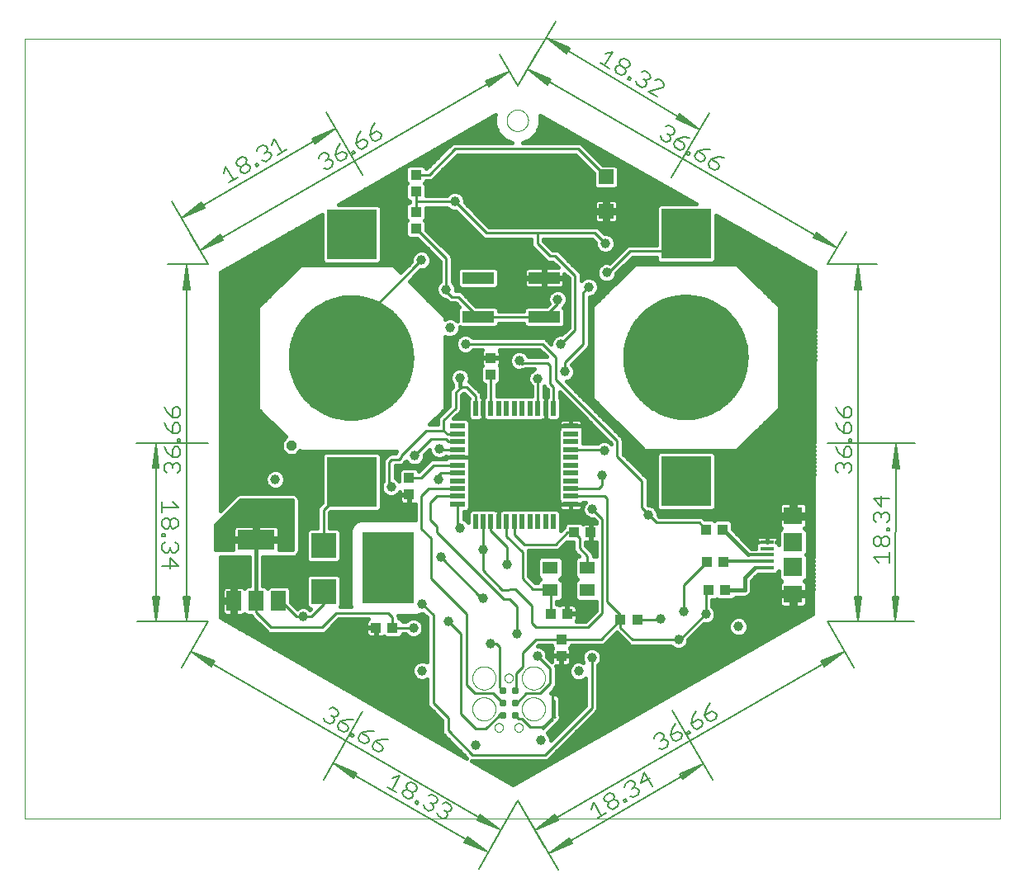
<source format=gtl>
G75*
%MOIN*%
%OFA0B0*%
%FSLAX25Y25*%
%IPPOS*%
%LPD*%
%AMOC8*
5,1,8,0,0,1.08239X$1,22.5*
%
%ADD10C,0.00000*%
%ADD11C,0.00512*%
%ADD12C,0.00600*%
%ADD13R,0.05906X0.01969*%
%ADD14R,0.01969X0.05906*%
%ADD15R,0.12598X0.04724*%
%ADD16R,0.04331X0.03937*%
%ADD17R,0.03937X0.04331*%
%ADD18R,0.05512X0.01378*%
%ADD19R,0.07480X0.07087*%
%ADD20R,0.07480X0.07480*%
%ADD21R,0.05906X0.05906*%
%ADD22R,0.06299X0.05118*%
%ADD23R,0.20827X0.28976*%
%ADD24R,0.05900X0.07900*%
%ADD25R,0.15000X0.07900*%
%ADD26R,0.16000X0.16000*%
%ADD27R,0.20000X0.20000*%
%ADD28C,0.00500*%
%ADD29C,0.03100*%
%ADD30R,0.10000X0.10000*%
%ADD31C,0.01600*%
%ADD32C,0.01000*%
%ADD33C,0.03962*%
%ADD34C,0.01200*%
%ADD35OC8,0.03962*%
D10*
X0003000Y0022117D02*
X0003000Y0337077D01*
X0396701Y0337077D01*
X0396701Y0022117D01*
X0003000Y0022117D01*
X0183825Y0066367D02*
X0183827Y0066504D01*
X0183833Y0066640D01*
X0183843Y0066776D01*
X0183857Y0066912D01*
X0183875Y0067048D01*
X0183897Y0067183D01*
X0183922Y0067317D01*
X0183952Y0067450D01*
X0183986Y0067582D01*
X0184023Y0067714D01*
X0184064Y0067844D01*
X0184110Y0067973D01*
X0184158Y0068101D01*
X0184211Y0068227D01*
X0184267Y0068351D01*
X0184327Y0068474D01*
X0184390Y0068595D01*
X0184457Y0068714D01*
X0184527Y0068831D01*
X0184601Y0068947D01*
X0184678Y0069059D01*
X0184758Y0069170D01*
X0184842Y0069278D01*
X0184929Y0069384D01*
X0185018Y0069487D01*
X0185111Y0069587D01*
X0185206Y0069685D01*
X0185305Y0069780D01*
X0185406Y0069872D01*
X0185510Y0069960D01*
X0185616Y0070046D01*
X0185725Y0070129D01*
X0185836Y0070208D01*
X0185949Y0070285D01*
X0186065Y0070358D01*
X0186182Y0070427D01*
X0186302Y0070493D01*
X0186423Y0070555D01*
X0186547Y0070614D01*
X0186672Y0070670D01*
X0186798Y0070721D01*
X0186926Y0070769D01*
X0187055Y0070813D01*
X0187186Y0070854D01*
X0187318Y0070890D01*
X0187450Y0070923D01*
X0187584Y0070951D01*
X0187718Y0070976D01*
X0187853Y0070997D01*
X0187989Y0071014D01*
X0188125Y0071027D01*
X0188261Y0071036D01*
X0188398Y0071041D01*
X0188534Y0071042D01*
X0188671Y0071039D01*
X0188807Y0071032D01*
X0188943Y0071021D01*
X0189079Y0071006D01*
X0189214Y0070987D01*
X0189349Y0070964D01*
X0189483Y0070937D01*
X0189616Y0070907D01*
X0189748Y0070872D01*
X0189880Y0070834D01*
X0190009Y0070792D01*
X0190138Y0070746D01*
X0190265Y0070696D01*
X0190391Y0070642D01*
X0190515Y0070585D01*
X0190638Y0070525D01*
X0190758Y0070460D01*
X0190877Y0070393D01*
X0190993Y0070322D01*
X0191108Y0070247D01*
X0191220Y0070169D01*
X0191330Y0070088D01*
X0191438Y0070004D01*
X0191543Y0069916D01*
X0191645Y0069826D01*
X0191745Y0069733D01*
X0191842Y0069636D01*
X0191936Y0069537D01*
X0192027Y0069436D01*
X0192115Y0069331D01*
X0192200Y0069224D01*
X0192282Y0069115D01*
X0192361Y0069003D01*
X0192436Y0068889D01*
X0192508Y0068773D01*
X0192577Y0068655D01*
X0192642Y0068535D01*
X0192704Y0068413D01*
X0192762Y0068289D01*
X0192816Y0068164D01*
X0192867Y0068037D01*
X0192913Y0067909D01*
X0192957Y0067779D01*
X0192996Y0067648D01*
X0193032Y0067516D01*
X0193063Y0067383D01*
X0193091Y0067250D01*
X0193115Y0067115D01*
X0193135Y0066980D01*
X0193151Y0066844D01*
X0193163Y0066708D01*
X0193171Y0066572D01*
X0193175Y0066435D01*
X0193175Y0066299D01*
X0193171Y0066162D01*
X0193163Y0066026D01*
X0193151Y0065890D01*
X0193135Y0065754D01*
X0193115Y0065619D01*
X0193091Y0065484D01*
X0193063Y0065351D01*
X0193032Y0065218D01*
X0192996Y0065086D01*
X0192957Y0064955D01*
X0192913Y0064825D01*
X0192867Y0064697D01*
X0192816Y0064570D01*
X0192762Y0064445D01*
X0192704Y0064321D01*
X0192642Y0064199D01*
X0192577Y0064079D01*
X0192508Y0063961D01*
X0192436Y0063845D01*
X0192361Y0063731D01*
X0192282Y0063619D01*
X0192200Y0063510D01*
X0192115Y0063403D01*
X0192027Y0063298D01*
X0191936Y0063197D01*
X0191842Y0063098D01*
X0191745Y0063001D01*
X0191645Y0062908D01*
X0191543Y0062818D01*
X0191438Y0062730D01*
X0191330Y0062646D01*
X0191220Y0062565D01*
X0191108Y0062487D01*
X0190993Y0062412D01*
X0190877Y0062341D01*
X0190758Y0062274D01*
X0190638Y0062209D01*
X0190515Y0062149D01*
X0190391Y0062092D01*
X0190265Y0062038D01*
X0190138Y0061988D01*
X0190009Y0061942D01*
X0189880Y0061900D01*
X0189748Y0061862D01*
X0189616Y0061827D01*
X0189483Y0061797D01*
X0189349Y0061770D01*
X0189214Y0061747D01*
X0189079Y0061728D01*
X0188943Y0061713D01*
X0188807Y0061702D01*
X0188671Y0061695D01*
X0188534Y0061692D01*
X0188398Y0061693D01*
X0188261Y0061698D01*
X0188125Y0061707D01*
X0187989Y0061720D01*
X0187853Y0061737D01*
X0187718Y0061758D01*
X0187584Y0061783D01*
X0187450Y0061811D01*
X0187318Y0061844D01*
X0187186Y0061880D01*
X0187055Y0061921D01*
X0186926Y0061965D01*
X0186798Y0062013D01*
X0186672Y0062064D01*
X0186547Y0062120D01*
X0186423Y0062179D01*
X0186302Y0062241D01*
X0186182Y0062307D01*
X0186065Y0062376D01*
X0185949Y0062449D01*
X0185836Y0062526D01*
X0185725Y0062605D01*
X0185616Y0062688D01*
X0185510Y0062774D01*
X0185406Y0062862D01*
X0185305Y0062954D01*
X0185206Y0063049D01*
X0185111Y0063147D01*
X0185018Y0063247D01*
X0184929Y0063350D01*
X0184842Y0063456D01*
X0184758Y0063564D01*
X0184678Y0063675D01*
X0184601Y0063787D01*
X0184527Y0063903D01*
X0184457Y0064020D01*
X0184390Y0064139D01*
X0184327Y0064260D01*
X0184267Y0064383D01*
X0184211Y0064507D01*
X0184158Y0064633D01*
X0184110Y0064761D01*
X0184064Y0064890D01*
X0184023Y0065020D01*
X0183986Y0065152D01*
X0183952Y0065284D01*
X0183922Y0065417D01*
X0183897Y0065551D01*
X0183875Y0065686D01*
X0183857Y0065822D01*
X0183843Y0065958D01*
X0183833Y0066094D01*
X0183827Y0066230D01*
X0183825Y0066367D01*
X0192750Y0058867D02*
X0192752Y0058950D01*
X0192758Y0059033D01*
X0192768Y0059116D01*
X0192782Y0059198D01*
X0192799Y0059280D01*
X0192821Y0059360D01*
X0192846Y0059439D01*
X0192875Y0059517D01*
X0192908Y0059594D01*
X0192945Y0059669D01*
X0192984Y0059742D01*
X0193028Y0059813D01*
X0193074Y0059882D01*
X0193124Y0059949D01*
X0193177Y0060013D01*
X0193233Y0060075D01*
X0193292Y0060134D01*
X0193354Y0060190D01*
X0193418Y0060243D01*
X0193485Y0060293D01*
X0193554Y0060339D01*
X0193625Y0060383D01*
X0193698Y0060422D01*
X0193773Y0060459D01*
X0193850Y0060492D01*
X0193928Y0060521D01*
X0194007Y0060546D01*
X0194087Y0060568D01*
X0194169Y0060585D01*
X0194251Y0060599D01*
X0194334Y0060609D01*
X0194417Y0060615D01*
X0194500Y0060617D01*
X0194583Y0060615D01*
X0194666Y0060609D01*
X0194749Y0060599D01*
X0194831Y0060585D01*
X0194913Y0060568D01*
X0194993Y0060546D01*
X0195072Y0060521D01*
X0195150Y0060492D01*
X0195227Y0060459D01*
X0195302Y0060422D01*
X0195375Y0060383D01*
X0195446Y0060339D01*
X0195515Y0060293D01*
X0195582Y0060243D01*
X0195646Y0060190D01*
X0195708Y0060134D01*
X0195767Y0060075D01*
X0195823Y0060013D01*
X0195876Y0059949D01*
X0195926Y0059882D01*
X0195972Y0059813D01*
X0196016Y0059742D01*
X0196055Y0059669D01*
X0196092Y0059594D01*
X0196125Y0059517D01*
X0196154Y0059439D01*
X0196179Y0059360D01*
X0196201Y0059280D01*
X0196218Y0059198D01*
X0196232Y0059116D01*
X0196242Y0059033D01*
X0196248Y0058950D01*
X0196250Y0058867D01*
X0196248Y0058784D01*
X0196242Y0058701D01*
X0196232Y0058618D01*
X0196218Y0058536D01*
X0196201Y0058454D01*
X0196179Y0058374D01*
X0196154Y0058295D01*
X0196125Y0058217D01*
X0196092Y0058140D01*
X0196055Y0058065D01*
X0196016Y0057992D01*
X0195972Y0057921D01*
X0195926Y0057852D01*
X0195876Y0057785D01*
X0195823Y0057721D01*
X0195767Y0057659D01*
X0195708Y0057600D01*
X0195646Y0057544D01*
X0195582Y0057491D01*
X0195515Y0057441D01*
X0195446Y0057395D01*
X0195375Y0057351D01*
X0195302Y0057312D01*
X0195227Y0057275D01*
X0195150Y0057242D01*
X0195072Y0057213D01*
X0194993Y0057188D01*
X0194913Y0057166D01*
X0194831Y0057149D01*
X0194749Y0057135D01*
X0194666Y0057125D01*
X0194583Y0057119D01*
X0194500Y0057117D01*
X0194417Y0057119D01*
X0194334Y0057125D01*
X0194251Y0057135D01*
X0194169Y0057149D01*
X0194087Y0057166D01*
X0194007Y0057188D01*
X0193928Y0057213D01*
X0193850Y0057242D01*
X0193773Y0057275D01*
X0193698Y0057312D01*
X0193625Y0057351D01*
X0193554Y0057395D01*
X0193485Y0057441D01*
X0193418Y0057491D01*
X0193354Y0057544D01*
X0193292Y0057600D01*
X0193233Y0057659D01*
X0193177Y0057721D01*
X0193124Y0057785D01*
X0193074Y0057852D01*
X0193028Y0057921D01*
X0192984Y0057992D01*
X0192945Y0058065D01*
X0192908Y0058140D01*
X0192875Y0058217D01*
X0192846Y0058295D01*
X0192821Y0058374D01*
X0192799Y0058454D01*
X0192782Y0058536D01*
X0192768Y0058618D01*
X0192758Y0058701D01*
X0192752Y0058784D01*
X0192750Y0058867D01*
X0200750Y0058867D02*
X0200752Y0058950D01*
X0200758Y0059033D01*
X0200768Y0059116D01*
X0200782Y0059198D01*
X0200799Y0059280D01*
X0200821Y0059360D01*
X0200846Y0059439D01*
X0200875Y0059517D01*
X0200908Y0059594D01*
X0200945Y0059669D01*
X0200984Y0059742D01*
X0201028Y0059813D01*
X0201074Y0059882D01*
X0201124Y0059949D01*
X0201177Y0060013D01*
X0201233Y0060075D01*
X0201292Y0060134D01*
X0201354Y0060190D01*
X0201418Y0060243D01*
X0201485Y0060293D01*
X0201554Y0060339D01*
X0201625Y0060383D01*
X0201698Y0060422D01*
X0201773Y0060459D01*
X0201850Y0060492D01*
X0201928Y0060521D01*
X0202007Y0060546D01*
X0202087Y0060568D01*
X0202169Y0060585D01*
X0202251Y0060599D01*
X0202334Y0060609D01*
X0202417Y0060615D01*
X0202500Y0060617D01*
X0202583Y0060615D01*
X0202666Y0060609D01*
X0202749Y0060599D01*
X0202831Y0060585D01*
X0202913Y0060568D01*
X0202993Y0060546D01*
X0203072Y0060521D01*
X0203150Y0060492D01*
X0203227Y0060459D01*
X0203302Y0060422D01*
X0203375Y0060383D01*
X0203446Y0060339D01*
X0203515Y0060293D01*
X0203582Y0060243D01*
X0203646Y0060190D01*
X0203708Y0060134D01*
X0203767Y0060075D01*
X0203823Y0060013D01*
X0203876Y0059949D01*
X0203926Y0059882D01*
X0203972Y0059813D01*
X0204016Y0059742D01*
X0204055Y0059669D01*
X0204092Y0059594D01*
X0204125Y0059517D01*
X0204154Y0059439D01*
X0204179Y0059360D01*
X0204201Y0059280D01*
X0204218Y0059198D01*
X0204232Y0059116D01*
X0204242Y0059033D01*
X0204248Y0058950D01*
X0204250Y0058867D01*
X0204248Y0058784D01*
X0204242Y0058701D01*
X0204232Y0058618D01*
X0204218Y0058536D01*
X0204201Y0058454D01*
X0204179Y0058374D01*
X0204154Y0058295D01*
X0204125Y0058217D01*
X0204092Y0058140D01*
X0204055Y0058065D01*
X0204016Y0057992D01*
X0203972Y0057921D01*
X0203926Y0057852D01*
X0203876Y0057785D01*
X0203823Y0057721D01*
X0203767Y0057659D01*
X0203708Y0057600D01*
X0203646Y0057544D01*
X0203582Y0057491D01*
X0203515Y0057441D01*
X0203446Y0057395D01*
X0203375Y0057351D01*
X0203302Y0057312D01*
X0203227Y0057275D01*
X0203150Y0057242D01*
X0203072Y0057213D01*
X0202993Y0057188D01*
X0202913Y0057166D01*
X0202831Y0057149D01*
X0202749Y0057135D01*
X0202666Y0057125D01*
X0202583Y0057119D01*
X0202500Y0057117D01*
X0202417Y0057119D01*
X0202334Y0057125D01*
X0202251Y0057135D01*
X0202169Y0057149D01*
X0202087Y0057166D01*
X0202007Y0057188D01*
X0201928Y0057213D01*
X0201850Y0057242D01*
X0201773Y0057275D01*
X0201698Y0057312D01*
X0201625Y0057351D01*
X0201554Y0057395D01*
X0201485Y0057441D01*
X0201418Y0057491D01*
X0201354Y0057544D01*
X0201292Y0057600D01*
X0201233Y0057659D01*
X0201177Y0057721D01*
X0201124Y0057785D01*
X0201074Y0057852D01*
X0201028Y0057921D01*
X0200984Y0057992D01*
X0200945Y0058065D01*
X0200908Y0058140D01*
X0200875Y0058217D01*
X0200846Y0058295D01*
X0200821Y0058374D01*
X0200799Y0058454D01*
X0200782Y0058536D01*
X0200768Y0058618D01*
X0200758Y0058701D01*
X0200752Y0058784D01*
X0200750Y0058867D01*
X0203825Y0066367D02*
X0203827Y0066504D01*
X0203833Y0066640D01*
X0203843Y0066776D01*
X0203857Y0066912D01*
X0203875Y0067048D01*
X0203897Y0067183D01*
X0203922Y0067317D01*
X0203952Y0067450D01*
X0203986Y0067582D01*
X0204023Y0067714D01*
X0204064Y0067844D01*
X0204110Y0067973D01*
X0204158Y0068101D01*
X0204211Y0068227D01*
X0204267Y0068351D01*
X0204327Y0068474D01*
X0204390Y0068595D01*
X0204457Y0068714D01*
X0204527Y0068831D01*
X0204601Y0068947D01*
X0204678Y0069059D01*
X0204758Y0069170D01*
X0204842Y0069278D01*
X0204929Y0069384D01*
X0205018Y0069487D01*
X0205111Y0069587D01*
X0205206Y0069685D01*
X0205305Y0069780D01*
X0205406Y0069872D01*
X0205510Y0069960D01*
X0205616Y0070046D01*
X0205725Y0070129D01*
X0205836Y0070208D01*
X0205949Y0070285D01*
X0206065Y0070358D01*
X0206182Y0070427D01*
X0206302Y0070493D01*
X0206423Y0070555D01*
X0206547Y0070614D01*
X0206672Y0070670D01*
X0206798Y0070721D01*
X0206926Y0070769D01*
X0207055Y0070813D01*
X0207186Y0070854D01*
X0207318Y0070890D01*
X0207450Y0070923D01*
X0207584Y0070951D01*
X0207718Y0070976D01*
X0207853Y0070997D01*
X0207989Y0071014D01*
X0208125Y0071027D01*
X0208261Y0071036D01*
X0208398Y0071041D01*
X0208534Y0071042D01*
X0208671Y0071039D01*
X0208807Y0071032D01*
X0208943Y0071021D01*
X0209079Y0071006D01*
X0209214Y0070987D01*
X0209349Y0070964D01*
X0209483Y0070937D01*
X0209616Y0070907D01*
X0209748Y0070872D01*
X0209880Y0070834D01*
X0210009Y0070792D01*
X0210138Y0070746D01*
X0210265Y0070696D01*
X0210391Y0070642D01*
X0210515Y0070585D01*
X0210638Y0070525D01*
X0210758Y0070460D01*
X0210877Y0070393D01*
X0210993Y0070322D01*
X0211108Y0070247D01*
X0211220Y0070169D01*
X0211330Y0070088D01*
X0211438Y0070004D01*
X0211543Y0069916D01*
X0211645Y0069826D01*
X0211745Y0069733D01*
X0211842Y0069636D01*
X0211936Y0069537D01*
X0212027Y0069436D01*
X0212115Y0069331D01*
X0212200Y0069224D01*
X0212282Y0069115D01*
X0212361Y0069003D01*
X0212436Y0068889D01*
X0212508Y0068773D01*
X0212577Y0068655D01*
X0212642Y0068535D01*
X0212704Y0068413D01*
X0212762Y0068289D01*
X0212816Y0068164D01*
X0212867Y0068037D01*
X0212913Y0067909D01*
X0212957Y0067779D01*
X0212996Y0067648D01*
X0213032Y0067516D01*
X0213063Y0067383D01*
X0213091Y0067250D01*
X0213115Y0067115D01*
X0213135Y0066980D01*
X0213151Y0066844D01*
X0213163Y0066708D01*
X0213171Y0066572D01*
X0213175Y0066435D01*
X0213175Y0066299D01*
X0213171Y0066162D01*
X0213163Y0066026D01*
X0213151Y0065890D01*
X0213135Y0065754D01*
X0213115Y0065619D01*
X0213091Y0065484D01*
X0213063Y0065351D01*
X0213032Y0065218D01*
X0212996Y0065086D01*
X0212957Y0064955D01*
X0212913Y0064825D01*
X0212867Y0064697D01*
X0212816Y0064570D01*
X0212762Y0064445D01*
X0212704Y0064321D01*
X0212642Y0064199D01*
X0212577Y0064079D01*
X0212508Y0063961D01*
X0212436Y0063845D01*
X0212361Y0063731D01*
X0212282Y0063619D01*
X0212200Y0063510D01*
X0212115Y0063403D01*
X0212027Y0063298D01*
X0211936Y0063197D01*
X0211842Y0063098D01*
X0211745Y0063001D01*
X0211645Y0062908D01*
X0211543Y0062818D01*
X0211438Y0062730D01*
X0211330Y0062646D01*
X0211220Y0062565D01*
X0211108Y0062487D01*
X0210993Y0062412D01*
X0210877Y0062341D01*
X0210758Y0062274D01*
X0210638Y0062209D01*
X0210515Y0062149D01*
X0210391Y0062092D01*
X0210265Y0062038D01*
X0210138Y0061988D01*
X0210009Y0061942D01*
X0209880Y0061900D01*
X0209748Y0061862D01*
X0209616Y0061827D01*
X0209483Y0061797D01*
X0209349Y0061770D01*
X0209214Y0061747D01*
X0209079Y0061728D01*
X0208943Y0061713D01*
X0208807Y0061702D01*
X0208671Y0061695D01*
X0208534Y0061692D01*
X0208398Y0061693D01*
X0208261Y0061698D01*
X0208125Y0061707D01*
X0207989Y0061720D01*
X0207853Y0061737D01*
X0207718Y0061758D01*
X0207584Y0061783D01*
X0207450Y0061811D01*
X0207318Y0061844D01*
X0207186Y0061880D01*
X0207055Y0061921D01*
X0206926Y0061965D01*
X0206798Y0062013D01*
X0206672Y0062064D01*
X0206547Y0062120D01*
X0206423Y0062179D01*
X0206302Y0062241D01*
X0206182Y0062307D01*
X0206065Y0062376D01*
X0205949Y0062449D01*
X0205836Y0062526D01*
X0205725Y0062605D01*
X0205616Y0062688D01*
X0205510Y0062774D01*
X0205406Y0062862D01*
X0205305Y0062954D01*
X0205206Y0063049D01*
X0205111Y0063147D01*
X0205018Y0063247D01*
X0204929Y0063350D01*
X0204842Y0063456D01*
X0204758Y0063564D01*
X0204678Y0063675D01*
X0204601Y0063787D01*
X0204527Y0063903D01*
X0204457Y0064020D01*
X0204390Y0064139D01*
X0204327Y0064260D01*
X0204267Y0064383D01*
X0204211Y0064507D01*
X0204158Y0064633D01*
X0204110Y0064761D01*
X0204064Y0064890D01*
X0204023Y0065020D01*
X0203986Y0065152D01*
X0203952Y0065284D01*
X0203922Y0065417D01*
X0203897Y0065551D01*
X0203875Y0065686D01*
X0203857Y0065822D01*
X0203843Y0065958D01*
X0203833Y0066094D01*
X0203827Y0066230D01*
X0203825Y0066367D01*
X0203825Y0078867D02*
X0203827Y0079004D01*
X0203833Y0079140D01*
X0203843Y0079276D01*
X0203857Y0079412D01*
X0203875Y0079548D01*
X0203897Y0079683D01*
X0203922Y0079817D01*
X0203952Y0079950D01*
X0203986Y0080082D01*
X0204023Y0080214D01*
X0204064Y0080344D01*
X0204110Y0080473D01*
X0204158Y0080601D01*
X0204211Y0080727D01*
X0204267Y0080851D01*
X0204327Y0080974D01*
X0204390Y0081095D01*
X0204457Y0081214D01*
X0204527Y0081331D01*
X0204601Y0081447D01*
X0204678Y0081559D01*
X0204758Y0081670D01*
X0204842Y0081778D01*
X0204929Y0081884D01*
X0205018Y0081987D01*
X0205111Y0082087D01*
X0205206Y0082185D01*
X0205305Y0082280D01*
X0205406Y0082372D01*
X0205510Y0082460D01*
X0205616Y0082546D01*
X0205725Y0082629D01*
X0205836Y0082708D01*
X0205949Y0082785D01*
X0206065Y0082858D01*
X0206182Y0082927D01*
X0206302Y0082993D01*
X0206423Y0083055D01*
X0206547Y0083114D01*
X0206672Y0083170D01*
X0206798Y0083221D01*
X0206926Y0083269D01*
X0207055Y0083313D01*
X0207186Y0083354D01*
X0207318Y0083390D01*
X0207450Y0083423D01*
X0207584Y0083451D01*
X0207718Y0083476D01*
X0207853Y0083497D01*
X0207989Y0083514D01*
X0208125Y0083527D01*
X0208261Y0083536D01*
X0208398Y0083541D01*
X0208534Y0083542D01*
X0208671Y0083539D01*
X0208807Y0083532D01*
X0208943Y0083521D01*
X0209079Y0083506D01*
X0209214Y0083487D01*
X0209349Y0083464D01*
X0209483Y0083437D01*
X0209616Y0083407D01*
X0209748Y0083372D01*
X0209880Y0083334D01*
X0210009Y0083292D01*
X0210138Y0083246D01*
X0210265Y0083196D01*
X0210391Y0083142D01*
X0210515Y0083085D01*
X0210638Y0083025D01*
X0210758Y0082960D01*
X0210877Y0082893D01*
X0210993Y0082822D01*
X0211108Y0082747D01*
X0211220Y0082669D01*
X0211330Y0082588D01*
X0211438Y0082504D01*
X0211543Y0082416D01*
X0211645Y0082326D01*
X0211745Y0082233D01*
X0211842Y0082136D01*
X0211936Y0082037D01*
X0212027Y0081936D01*
X0212115Y0081831D01*
X0212200Y0081724D01*
X0212282Y0081615D01*
X0212361Y0081503D01*
X0212436Y0081389D01*
X0212508Y0081273D01*
X0212577Y0081155D01*
X0212642Y0081035D01*
X0212704Y0080913D01*
X0212762Y0080789D01*
X0212816Y0080664D01*
X0212867Y0080537D01*
X0212913Y0080409D01*
X0212957Y0080279D01*
X0212996Y0080148D01*
X0213032Y0080016D01*
X0213063Y0079883D01*
X0213091Y0079750D01*
X0213115Y0079615D01*
X0213135Y0079480D01*
X0213151Y0079344D01*
X0213163Y0079208D01*
X0213171Y0079072D01*
X0213175Y0078935D01*
X0213175Y0078799D01*
X0213171Y0078662D01*
X0213163Y0078526D01*
X0213151Y0078390D01*
X0213135Y0078254D01*
X0213115Y0078119D01*
X0213091Y0077984D01*
X0213063Y0077851D01*
X0213032Y0077718D01*
X0212996Y0077586D01*
X0212957Y0077455D01*
X0212913Y0077325D01*
X0212867Y0077197D01*
X0212816Y0077070D01*
X0212762Y0076945D01*
X0212704Y0076821D01*
X0212642Y0076699D01*
X0212577Y0076579D01*
X0212508Y0076461D01*
X0212436Y0076345D01*
X0212361Y0076231D01*
X0212282Y0076119D01*
X0212200Y0076010D01*
X0212115Y0075903D01*
X0212027Y0075798D01*
X0211936Y0075697D01*
X0211842Y0075598D01*
X0211745Y0075501D01*
X0211645Y0075408D01*
X0211543Y0075318D01*
X0211438Y0075230D01*
X0211330Y0075146D01*
X0211220Y0075065D01*
X0211108Y0074987D01*
X0210993Y0074912D01*
X0210877Y0074841D01*
X0210758Y0074774D01*
X0210638Y0074709D01*
X0210515Y0074649D01*
X0210391Y0074592D01*
X0210265Y0074538D01*
X0210138Y0074488D01*
X0210009Y0074442D01*
X0209880Y0074400D01*
X0209748Y0074362D01*
X0209616Y0074327D01*
X0209483Y0074297D01*
X0209349Y0074270D01*
X0209214Y0074247D01*
X0209079Y0074228D01*
X0208943Y0074213D01*
X0208807Y0074202D01*
X0208671Y0074195D01*
X0208534Y0074192D01*
X0208398Y0074193D01*
X0208261Y0074198D01*
X0208125Y0074207D01*
X0207989Y0074220D01*
X0207853Y0074237D01*
X0207718Y0074258D01*
X0207584Y0074283D01*
X0207450Y0074311D01*
X0207318Y0074344D01*
X0207186Y0074380D01*
X0207055Y0074421D01*
X0206926Y0074465D01*
X0206798Y0074513D01*
X0206672Y0074564D01*
X0206547Y0074620D01*
X0206423Y0074679D01*
X0206302Y0074741D01*
X0206182Y0074807D01*
X0206065Y0074876D01*
X0205949Y0074949D01*
X0205836Y0075026D01*
X0205725Y0075105D01*
X0205616Y0075188D01*
X0205510Y0075274D01*
X0205406Y0075362D01*
X0205305Y0075454D01*
X0205206Y0075549D01*
X0205111Y0075647D01*
X0205018Y0075747D01*
X0204929Y0075850D01*
X0204842Y0075956D01*
X0204758Y0076064D01*
X0204678Y0076175D01*
X0204601Y0076287D01*
X0204527Y0076403D01*
X0204457Y0076520D01*
X0204390Y0076639D01*
X0204327Y0076760D01*
X0204267Y0076883D01*
X0204211Y0077007D01*
X0204158Y0077133D01*
X0204110Y0077261D01*
X0204064Y0077390D01*
X0204023Y0077520D01*
X0203986Y0077652D01*
X0203952Y0077784D01*
X0203922Y0077917D01*
X0203897Y0078051D01*
X0203875Y0078186D01*
X0203857Y0078322D01*
X0203843Y0078458D01*
X0203833Y0078594D01*
X0203827Y0078730D01*
X0203825Y0078867D01*
X0196750Y0078867D02*
X0196752Y0078950D01*
X0196758Y0079033D01*
X0196768Y0079116D01*
X0196782Y0079198D01*
X0196799Y0079280D01*
X0196821Y0079360D01*
X0196846Y0079439D01*
X0196875Y0079517D01*
X0196908Y0079594D01*
X0196945Y0079669D01*
X0196984Y0079742D01*
X0197028Y0079813D01*
X0197074Y0079882D01*
X0197124Y0079949D01*
X0197177Y0080013D01*
X0197233Y0080075D01*
X0197292Y0080134D01*
X0197354Y0080190D01*
X0197418Y0080243D01*
X0197485Y0080293D01*
X0197554Y0080339D01*
X0197625Y0080383D01*
X0197698Y0080422D01*
X0197773Y0080459D01*
X0197850Y0080492D01*
X0197928Y0080521D01*
X0198007Y0080546D01*
X0198087Y0080568D01*
X0198169Y0080585D01*
X0198251Y0080599D01*
X0198334Y0080609D01*
X0198417Y0080615D01*
X0198500Y0080617D01*
X0198583Y0080615D01*
X0198666Y0080609D01*
X0198749Y0080599D01*
X0198831Y0080585D01*
X0198913Y0080568D01*
X0198993Y0080546D01*
X0199072Y0080521D01*
X0199150Y0080492D01*
X0199227Y0080459D01*
X0199302Y0080422D01*
X0199375Y0080383D01*
X0199446Y0080339D01*
X0199515Y0080293D01*
X0199582Y0080243D01*
X0199646Y0080190D01*
X0199708Y0080134D01*
X0199767Y0080075D01*
X0199823Y0080013D01*
X0199876Y0079949D01*
X0199926Y0079882D01*
X0199972Y0079813D01*
X0200016Y0079742D01*
X0200055Y0079669D01*
X0200092Y0079594D01*
X0200125Y0079517D01*
X0200154Y0079439D01*
X0200179Y0079360D01*
X0200201Y0079280D01*
X0200218Y0079198D01*
X0200232Y0079116D01*
X0200242Y0079033D01*
X0200248Y0078950D01*
X0200250Y0078867D01*
X0200248Y0078784D01*
X0200242Y0078701D01*
X0200232Y0078618D01*
X0200218Y0078536D01*
X0200201Y0078454D01*
X0200179Y0078374D01*
X0200154Y0078295D01*
X0200125Y0078217D01*
X0200092Y0078140D01*
X0200055Y0078065D01*
X0200016Y0077992D01*
X0199972Y0077921D01*
X0199926Y0077852D01*
X0199876Y0077785D01*
X0199823Y0077721D01*
X0199767Y0077659D01*
X0199708Y0077600D01*
X0199646Y0077544D01*
X0199582Y0077491D01*
X0199515Y0077441D01*
X0199446Y0077395D01*
X0199375Y0077351D01*
X0199302Y0077312D01*
X0199227Y0077275D01*
X0199150Y0077242D01*
X0199072Y0077213D01*
X0198993Y0077188D01*
X0198913Y0077166D01*
X0198831Y0077149D01*
X0198749Y0077135D01*
X0198666Y0077125D01*
X0198583Y0077119D01*
X0198500Y0077117D01*
X0198417Y0077119D01*
X0198334Y0077125D01*
X0198251Y0077135D01*
X0198169Y0077149D01*
X0198087Y0077166D01*
X0198007Y0077188D01*
X0197928Y0077213D01*
X0197850Y0077242D01*
X0197773Y0077275D01*
X0197698Y0077312D01*
X0197625Y0077351D01*
X0197554Y0077395D01*
X0197485Y0077441D01*
X0197418Y0077491D01*
X0197354Y0077544D01*
X0197292Y0077600D01*
X0197233Y0077659D01*
X0197177Y0077721D01*
X0197124Y0077785D01*
X0197074Y0077852D01*
X0197028Y0077921D01*
X0196984Y0077992D01*
X0196945Y0078065D01*
X0196908Y0078140D01*
X0196875Y0078217D01*
X0196846Y0078295D01*
X0196821Y0078374D01*
X0196799Y0078454D01*
X0196782Y0078536D01*
X0196768Y0078618D01*
X0196758Y0078701D01*
X0196752Y0078784D01*
X0196750Y0078867D01*
X0183825Y0078867D02*
X0183827Y0079004D01*
X0183833Y0079140D01*
X0183843Y0079276D01*
X0183857Y0079412D01*
X0183875Y0079548D01*
X0183897Y0079683D01*
X0183922Y0079817D01*
X0183952Y0079950D01*
X0183986Y0080082D01*
X0184023Y0080214D01*
X0184064Y0080344D01*
X0184110Y0080473D01*
X0184158Y0080601D01*
X0184211Y0080727D01*
X0184267Y0080851D01*
X0184327Y0080974D01*
X0184390Y0081095D01*
X0184457Y0081214D01*
X0184527Y0081331D01*
X0184601Y0081447D01*
X0184678Y0081559D01*
X0184758Y0081670D01*
X0184842Y0081778D01*
X0184929Y0081884D01*
X0185018Y0081987D01*
X0185111Y0082087D01*
X0185206Y0082185D01*
X0185305Y0082280D01*
X0185406Y0082372D01*
X0185510Y0082460D01*
X0185616Y0082546D01*
X0185725Y0082629D01*
X0185836Y0082708D01*
X0185949Y0082785D01*
X0186065Y0082858D01*
X0186182Y0082927D01*
X0186302Y0082993D01*
X0186423Y0083055D01*
X0186547Y0083114D01*
X0186672Y0083170D01*
X0186798Y0083221D01*
X0186926Y0083269D01*
X0187055Y0083313D01*
X0187186Y0083354D01*
X0187318Y0083390D01*
X0187450Y0083423D01*
X0187584Y0083451D01*
X0187718Y0083476D01*
X0187853Y0083497D01*
X0187989Y0083514D01*
X0188125Y0083527D01*
X0188261Y0083536D01*
X0188398Y0083541D01*
X0188534Y0083542D01*
X0188671Y0083539D01*
X0188807Y0083532D01*
X0188943Y0083521D01*
X0189079Y0083506D01*
X0189214Y0083487D01*
X0189349Y0083464D01*
X0189483Y0083437D01*
X0189616Y0083407D01*
X0189748Y0083372D01*
X0189880Y0083334D01*
X0190009Y0083292D01*
X0190138Y0083246D01*
X0190265Y0083196D01*
X0190391Y0083142D01*
X0190515Y0083085D01*
X0190638Y0083025D01*
X0190758Y0082960D01*
X0190877Y0082893D01*
X0190993Y0082822D01*
X0191108Y0082747D01*
X0191220Y0082669D01*
X0191330Y0082588D01*
X0191438Y0082504D01*
X0191543Y0082416D01*
X0191645Y0082326D01*
X0191745Y0082233D01*
X0191842Y0082136D01*
X0191936Y0082037D01*
X0192027Y0081936D01*
X0192115Y0081831D01*
X0192200Y0081724D01*
X0192282Y0081615D01*
X0192361Y0081503D01*
X0192436Y0081389D01*
X0192508Y0081273D01*
X0192577Y0081155D01*
X0192642Y0081035D01*
X0192704Y0080913D01*
X0192762Y0080789D01*
X0192816Y0080664D01*
X0192867Y0080537D01*
X0192913Y0080409D01*
X0192957Y0080279D01*
X0192996Y0080148D01*
X0193032Y0080016D01*
X0193063Y0079883D01*
X0193091Y0079750D01*
X0193115Y0079615D01*
X0193135Y0079480D01*
X0193151Y0079344D01*
X0193163Y0079208D01*
X0193171Y0079072D01*
X0193175Y0078935D01*
X0193175Y0078799D01*
X0193171Y0078662D01*
X0193163Y0078526D01*
X0193151Y0078390D01*
X0193135Y0078254D01*
X0193115Y0078119D01*
X0193091Y0077984D01*
X0193063Y0077851D01*
X0193032Y0077718D01*
X0192996Y0077586D01*
X0192957Y0077455D01*
X0192913Y0077325D01*
X0192867Y0077197D01*
X0192816Y0077070D01*
X0192762Y0076945D01*
X0192704Y0076821D01*
X0192642Y0076699D01*
X0192577Y0076579D01*
X0192508Y0076461D01*
X0192436Y0076345D01*
X0192361Y0076231D01*
X0192282Y0076119D01*
X0192200Y0076010D01*
X0192115Y0075903D01*
X0192027Y0075798D01*
X0191936Y0075697D01*
X0191842Y0075598D01*
X0191745Y0075501D01*
X0191645Y0075408D01*
X0191543Y0075318D01*
X0191438Y0075230D01*
X0191330Y0075146D01*
X0191220Y0075065D01*
X0191108Y0074987D01*
X0190993Y0074912D01*
X0190877Y0074841D01*
X0190758Y0074774D01*
X0190638Y0074709D01*
X0190515Y0074649D01*
X0190391Y0074592D01*
X0190265Y0074538D01*
X0190138Y0074488D01*
X0190009Y0074442D01*
X0189880Y0074400D01*
X0189748Y0074362D01*
X0189616Y0074327D01*
X0189483Y0074297D01*
X0189349Y0074270D01*
X0189214Y0074247D01*
X0189079Y0074228D01*
X0188943Y0074213D01*
X0188807Y0074202D01*
X0188671Y0074195D01*
X0188534Y0074192D01*
X0188398Y0074193D01*
X0188261Y0074198D01*
X0188125Y0074207D01*
X0187989Y0074220D01*
X0187853Y0074237D01*
X0187718Y0074258D01*
X0187584Y0074283D01*
X0187450Y0074311D01*
X0187318Y0074344D01*
X0187186Y0074380D01*
X0187055Y0074421D01*
X0186926Y0074465D01*
X0186798Y0074513D01*
X0186672Y0074564D01*
X0186547Y0074620D01*
X0186423Y0074679D01*
X0186302Y0074741D01*
X0186182Y0074807D01*
X0186065Y0074876D01*
X0185949Y0074949D01*
X0185836Y0075026D01*
X0185725Y0075105D01*
X0185616Y0075188D01*
X0185510Y0075274D01*
X0185406Y0075362D01*
X0185305Y0075454D01*
X0185206Y0075549D01*
X0185111Y0075647D01*
X0185018Y0075747D01*
X0184929Y0075850D01*
X0184842Y0075956D01*
X0184758Y0076064D01*
X0184678Y0076175D01*
X0184601Y0076287D01*
X0184527Y0076403D01*
X0184457Y0076520D01*
X0184390Y0076639D01*
X0184327Y0076760D01*
X0184267Y0076883D01*
X0184211Y0077007D01*
X0184158Y0077133D01*
X0184110Y0077261D01*
X0184064Y0077390D01*
X0184023Y0077520D01*
X0183986Y0077652D01*
X0183952Y0077784D01*
X0183922Y0077917D01*
X0183897Y0078051D01*
X0183875Y0078186D01*
X0183857Y0078322D01*
X0183843Y0078458D01*
X0183833Y0078594D01*
X0183827Y0078730D01*
X0183825Y0078867D01*
X0197669Y0304117D02*
X0197671Y0304248D01*
X0197677Y0304380D01*
X0197687Y0304511D01*
X0197701Y0304642D01*
X0197719Y0304772D01*
X0197741Y0304901D01*
X0197766Y0305030D01*
X0197796Y0305158D01*
X0197830Y0305285D01*
X0197867Y0305412D01*
X0197908Y0305536D01*
X0197953Y0305660D01*
X0198002Y0305782D01*
X0198054Y0305903D01*
X0198110Y0306021D01*
X0198170Y0306139D01*
X0198233Y0306254D01*
X0198300Y0306367D01*
X0198370Y0306479D01*
X0198443Y0306588D01*
X0198519Y0306694D01*
X0198599Y0306799D01*
X0198682Y0306901D01*
X0198768Y0307000D01*
X0198857Y0307097D01*
X0198949Y0307191D01*
X0199044Y0307282D01*
X0199141Y0307371D01*
X0199241Y0307456D01*
X0199344Y0307538D01*
X0199449Y0307617D01*
X0199556Y0307693D01*
X0199666Y0307765D01*
X0199778Y0307834D01*
X0199892Y0307900D01*
X0200007Y0307962D01*
X0200125Y0308021D01*
X0200244Y0308076D01*
X0200365Y0308128D01*
X0200488Y0308175D01*
X0200612Y0308219D01*
X0200737Y0308260D01*
X0200863Y0308296D01*
X0200991Y0308329D01*
X0201119Y0308357D01*
X0201248Y0308382D01*
X0201378Y0308403D01*
X0201508Y0308420D01*
X0201639Y0308433D01*
X0201770Y0308442D01*
X0201901Y0308447D01*
X0202033Y0308448D01*
X0202164Y0308445D01*
X0202296Y0308438D01*
X0202427Y0308427D01*
X0202557Y0308412D01*
X0202687Y0308393D01*
X0202817Y0308370D01*
X0202945Y0308344D01*
X0203073Y0308313D01*
X0203200Y0308278D01*
X0203326Y0308240D01*
X0203450Y0308198D01*
X0203574Y0308152D01*
X0203695Y0308102D01*
X0203815Y0308049D01*
X0203934Y0307992D01*
X0204051Y0307932D01*
X0204165Y0307868D01*
X0204278Y0307800D01*
X0204389Y0307729D01*
X0204498Y0307655D01*
X0204604Y0307578D01*
X0204708Y0307497D01*
X0204809Y0307414D01*
X0204908Y0307327D01*
X0205004Y0307237D01*
X0205097Y0307144D01*
X0205188Y0307049D01*
X0205275Y0306951D01*
X0205360Y0306850D01*
X0205441Y0306747D01*
X0205519Y0306641D01*
X0205594Y0306533D01*
X0205666Y0306423D01*
X0205734Y0306311D01*
X0205799Y0306197D01*
X0205860Y0306080D01*
X0205918Y0305962D01*
X0205972Y0305842D01*
X0206023Y0305721D01*
X0206070Y0305598D01*
X0206113Y0305474D01*
X0206152Y0305349D01*
X0206188Y0305222D01*
X0206219Y0305094D01*
X0206247Y0304966D01*
X0206271Y0304837D01*
X0206291Y0304707D01*
X0206307Y0304576D01*
X0206319Y0304445D01*
X0206327Y0304314D01*
X0206331Y0304183D01*
X0206331Y0304051D01*
X0206327Y0303920D01*
X0206319Y0303789D01*
X0206307Y0303658D01*
X0206291Y0303527D01*
X0206271Y0303397D01*
X0206247Y0303268D01*
X0206219Y0303140D01*
X0206188Y0303012D01*
X0206152Y0302885D01*
X0206113Y0302760D01*
X0206070Y0302636D01*
X0206023Y0302513D01*
X0205972Y0302392D01*
X0205918Y0302272D01*
X0205860Y0302154D01*
X0205799Y0302037D01*
X0205734Y0301923D01*
X0205666Y0301811D01*
X0205594Y0301701D01*
X0205519Y0301593D01*
X0205441Y0301487D01*
X0205360Y0301384D01*
X0205275Y0301283D01*
X0205188Y0301185D01*
X0205097Y0301090D01*
X0205004Y0300997D01*
X0204908Y0300907D01*
X0204809Y0300820D01*
X0204708Y0300737D01*
X0204604Y0300656D01*
X0204498Y0300579D01*
X0204389Y0300505D01*
X0204278Y0300434D01*
X0204166Y0300366D01*
X0204051Y0300302D01*
X0203934Y0300242D01*
X0203815Y0300185D01*
X0203695Y0300132D01*
X0203574Y0300082D01*
X0203450Y0300036D01*
X0203326Y0299994D01*
X0203200Y0299956D01*
X0203073Y0299921D01*
X0202945Y0299890D01*
X0202817Y0299864D01*
X0202687Y0299841D01*
X0202557Y0299822D01*
X0202427Y0299807D01*
X0202296Y0299796D01*
X0202164Y0299789D01*
X0202033Y0299786D01*
X0201901Y0299787D01*
X0201770Y0299792D01*
X0201639Y0299801D01*
X0201508Y0299814D01*
X0201378Y0299831D01*
X0201248Y0299852D01*
X0201119Y0299877D01*
X0200991Y0299905D01*
X0200863Y0299938D01*
X0200737Y0299974D01*
X0200612Y0300015D01*
X0200488Y0300059D01*
X0200365Y0300106D01*
X0200244Y0300158D01*
X0200125Y0300213D01*
X0200007Y0300272D01*
X0199892Y0300334D01*
X0199778Y0300400D01*
X0199666Y0300469D01*
X0199556Y0300541D01*
X0199449Y0300617D01*
X0199344Y0300696D01*
X0199241Y0300778D01*
X0199141Y0300863D01*
X0199044Y0300952D01*
X0198949Y0301043D01*
X0198857Y0301137D01*
X0198768Y0301234D01*
X0198682Y0301333D01*
X0198599Y0301435D01*
X0198519Y0301540D01*
X0198443Y0301646D01*
X0198370Y0301755D01*
X0198300Y0301867D01*
X0198233Y0301980D01*
X0198170Y0302095D01*
X0198110Y0302213D01*
X0198054Y0302331D01*
X0198002Y0302452D01*
X0197953Y0302574D01*
X0197908Y0302698D01*
X0197867Y0302822D01*
X0197830Y0302949D01*
X0197796Y0303076D01*
X0197766Y0303204D01*
X0197741Y0303333D01*
X0197719Y0303462D01*
X0197701Y0303592D01*
X0197687Y0303723D01*
X0197677Y0303854D01*
X0197671Y0303986D01*
X0197669Y0304117D01*
D11*
X0202126Y0318158D02*
X0209777Y0331409D01*
X0206160Y0324633D02*
X0214291Y0318756D01*
X0214174Y0318554D02*
X0206160Y0324633D01*
X0215315Y0320529D01*
X0215431Y0320731D02*
X0214174Y0318554D01*
X0214547Y0319199D02*
X0206160Y0324633D01*
X0215059Y0320085D01*
X0215431Y0320731D02*
X0206160Y0324633D01*
X0330717Y0252713D01*
X0321562Y0256817D01*
X0321445Y0256615D02*
X0330717Y0252713D01*
X0322586Y0258590D01*
X0322702Y0258792D02*
X0321445Y0256615D01*
X0321818Y0257261D02*
X0330717Y0252713D01*
X0322330Y0258147D01*
X0322702Y0258792D02*
X0330717Y0252713D01*
X0327126Y0245983D02*
X0347177Y0245983D01*
X0339500Y0245727D02*
X0340524Y0235747D01*
X0340757Y0235747D02*
X0339500Y0245727D01*
X0338476Y0235747D01*
X0338243Y0235747D02*
X0340757Y0235747D01*
X0340012Y0235747D02*
X0339500Y0245727D01*
X0338988Y0235747D01*
X0338243Y0235747D02*
X0339500Y0245727D01*
X0339500Y0101908D01*
X0340524Y0111888D01*
X0340757Y0111888D02*
X0339500Y0101908D01*
X0338476Y0111888D01*
X0338243Y0111888D02*
X0340757Y0111888D01*
X0340012Y0111888D02*
X0339500Y0101908D01*
X0338988Y0111888D01*
X0338243Y0111888D02*
X0339500Y0101908D01*
X0347177Y0101652D02*
X0327126Y0101652D01*
X0362308Y0101592D01*
X0354631Y0101861D02*
X0355672Y0111839D01*
X0355905Y0111839D02*
X0354631Y0101861D01*
X0353625Y0111843D01*
X0353391Y0111843D02*
X0355905Y0111839D01*
X0355160Y0111840D02*
X0354631Y0101861D01*
X0354136Y0111842D01*
X0353391Y0111843D02*
X0354631Y0101861D01*
X0354754Y0173564D01*
X0355761Y0163582D01*
X0355994Y0163581D02*
X0354754Y0173564D01*
X0353713Y0163585D01*
X0353480Y0163585D02*
X0355994Y0163581D01*
X0355249Y0163582D02*
X0354754Y0173564D01*
X0354225Y0163584D01*
X0353480Y0163585D02*
X0354754Y0173564D01*
X0362432Y0173806D02*
X0327250Y0173867D01*
X0327126Y0245983D02*
X0334777Y0259234D01*
X0279506Y0307018D02*
X0264000Y0281117D01*
X0275343Y0300563D02*
X0266254Y0304811D01*
X0266134Y0304611D02*
X0275343Y0300563D01*
X0267306Y0306567D01*
X0267426Y0306767D02*
X0266134Y0304611D01*
X0266517Y0305250D02*
X0275343Y0300563D01*
X0267043Y0306128D01*
X0267426Y0306767D02*
X0275343Y0300563D01*
X0213908Y0337341D01*
X0221946Y0331336D01*
X0221826Y0331136D02*
X0213908Y0337341D01*
X0222997Y0333093D01*
X0223117Y0333293D02*
X0221826Y0331136D01*
X0222209Y0331776D02*
X0213908Y0337341D01*
X0222734Y0332654D01*
X0223117Y0333293D02*
X0213908Y0337341D01*
X0217632Y0344060D02*
X0202126Y0318158D01*
X0194937Y0330608D01*
X0198555Y0323831D02*
X0190424Y0317954D01*
X0190540Y0317752D02*
X0198555Y0323831D01*
X0189400Y0319727D01*
X0189283Y0319929D02*
X0190540Y0317752D01*
X0190168Y0318398D02*
X0198555Y0323831D01*
X0189656Y0319284D01*
X0189283Y0319929D02*
X0198555Y0323831D01*
X0073998Y0251912D01*
X0083153Y0256016D01*
X0083269Y0255814D02*
X0073998Y0251912D01*
X0082129Y0257789D01*
X0082012Y0257991D02*
X0083269Y0255814D01*
X0082897Y0256459D02*
X0073998Y0251912D01*
X0082385Y0257346D01*
X0082012Y0257991D02*
X0073998Y0251912D01*
X0077126Y0245983D02*
X0062392Y0271416D01*
X0066462Y0264902D02*
X0075611Y0269019D01*
X0075728Y0268817D02*
X0066462Y0264902D01*
X0074585Y0270790D01*
X0074468Y0270992D02*
X0075728Y0268817D01*
X0075354Y0269462D02*
X0066462Y0264902D01*
X0074841Y0270347D01*
X0074468Y0270992D02*
X0066462Y0264902D01*
X0128393Y0300779D01*
X0120270Y0294890D01*
X0120387Y0294689D02*
X0128393Y0300779D01*
X0119244Y0296662D01*
X0119127Y0296864D02*
X0120387Y0294689D01*
X0120014Y0295333D02*
X0128393Y0300779D01*
X0119501Y0296219D01*
X0119127Y0296864D02*
X0128393Y0300779D01*
X0124766Y0307550D02*
X0139500Y0282117D01*
X0077126Y0245983D02*
X0069937Y0258433D01*
X0068500Y0245727D02*
X0069524Y0235747D01*
X0069757Y0235747D02*
X0068500Y0245727D01*
X0067476Y0235747D01*
X0067243Y0235747D02*
X0069757Y0235747D01*
X0069012Y0235747D02*
X0068500Y0245727D01*
X0067988Y0235747D01*
X0067243Y0235747D02*
X0068500Y0245727D01*
X0068500Y0101908D01*
X0069524Y0111888D01*
X0069757Y0111888D02*
X0068500Y0101908D01*
X0067476Y0111888D01*
X0067243Y0111888D02*
X0069757Y0111888D01*
X0069012Y0111888D02*
X0068500Y0101908D01*
X0067988Y0111888D01*
X0067243Y0111888D02*
X0068500Y0101908D01*
X0060823Y0101652D02*
X0077126Y0101652D01*
X0048443Y0101602D01*
X0056119Y0101871D02*
X0055078Y0111850D01*
X0054845Y0111850D02*
X0056119Y0101871D01*
X0057126Y0111854D01*
X0057359Y0111854D02*
X0054845Y0111850D01*
X0055590Y0111851D02*
X0056119Y0101871D01*
X0056614Y0111853D01*
X0057359Y0111854D02*
X0056119Y0101871D01*
X0055994Y0173574D01*
X0054988Y0163592D01*
X0054755Y0163592D02*
X0055994Y0173574D01*
X0057035Y0163596D01*
X0057269Y0163596D02*
X0054755Y0163592D01*
X0055500Y0163593D02*
X0055994Y0173574D01*
X0056524Y0163595D01*
X0057269Y0163596D02*
X0055994Y0173574D01*
X0048317Y0173817D02*
X0077000Y0173867D01*
X0077126Y0245983D02*
X0060823Y0245983D01*
X0077126Y0101652D02*
X0066365Y0083015D01*
X0070425Y0089536D02*
X0078557Y0083659D01*
X0078440Y0083457D02*
X0070425Y0089536D01*
X0079580Y0085432D01*
X0079697Y0085634D02*
X0078440Y0083457D01*
X0078813Y0084102D02*
X0070425Y0089536D01*
X0079324Y0084989D01*
X0079697Y0085634D02*
X0070425Y0089536D01*
X0194982Y0017617D01*
X0185827Y0021721D01*
X0185711Y0021519D02*
X0194982Y0017617D01*
X0186851Y0023494D01*
X0186968Y0023695D02*
X0185711Y0021519D01*
X0186083Y0022164D02*
X0194982Y0017617D01*
X0186595Y0023050D01*
X0186968Y0023695D02*
X0194982Y0017617D01*
X0191365Y0010840D02*
X0202126Y0029477D01*
X0218591Y0001256D01*
X0214943Y0008016D02*
X0224079Y0012161D01*
X0224197Y0011960D02*
X0214943Y0008016D01*
X0223048Y0013929D01*
X0222930Y0014131D02*
X0224197Y0011960D01*
X0223821Y0012603D02*
X0214943Y0008016D01*
X0223305Y0013487D01*
X0222930Y0014131D02*
X0214943Y0008016D01*
X0276875Y0044148D01*
X0268770Y0038234D01*
X0268888Y0038033D02*
X0276875Y0044148D01*
X0267738Y0040003D01*
X0267621Y0040204D02*
X0268888Y0038033D01*
X0268512Y0038676D02*
X0276875Y0044148D01*
X0267996Y0039561D01*
X0267621Y0040204D02*
X0276875Y0044148D01*
X0280965Y0037646D02*
X0264500Y0065867D01*
X0217309Y0023652D02*
X0218566Y0021475D01*
X0209295Y0017573D01*
X0218450Y0021677D01*
X0218194Y0022120D02*
X0209295Y0017573D01*
X0217426Y0023450D01*
X0217309Y0023652D02*
X0209295Y0017573D01*
X0217682Y0023007D01*
X0209295Y0017573D02*
X0333852Y0089492D01*
X0325720Y0083615D01*
X0325837Y0083413D02*
X0333852Y0089492D01*
X0324697Y0085388D01*
X0324580Y0085590D02*
X0325837Y0083413D01*
X0325464Y0084059D02*
X0333852Y0089492D01*
X0324953Y0084945D01*
X0324580Y0085590D02*
X0333852Y0089492D01*
X0337912Y0082972D02*
X0327126Y0101652D01*
X0202126Y0029477D02*
X0212912Y0010797D01*
X0202126Y0029477D02*
X0186330Y0001914D01*
X0189925Y0008702D02*
X0180757Y0012776D01*
X0180641Y0012574D02*
X0189925Y0008702D01*
X0181775Y0014552D01*
X0181891Y0014755D02*
X0180641Y0012574D01*
X0181011Y0013220D02*
X0189925Y0008702D01*
X0181520Y0014108D01*
X0181891Y0014755D02*
X0189925Y0008702D01*
X0127743Y0044337D01*
X0135893Y0038486D01*
X0135777Y0038284D02*
X0127743Y0044337D01*
X0136911Y0040263D01*
X0137027Y0040465D02*
X0135777Y0038284D01*
X0136148Y0038931D02*
X0127743Y0044337D01*
X0136657Y0039819D01*
X0137027Y0040465D02*
X0127743Y0044337D01*
X0123704Y0037803D02*
X0139500Y0065367D01*
D12*
X0135878Y0062098D02*
X0133495Y0062241D01*
X0130579Y0061460D01*
X0133352Y0059859D01*
X0133743Y0058400D01*
X0133209Y0057476D01*
X0131751Y0057085D01*
X0129902Y0058153D01*
X0129511Y0059611D01*
X0130579Y0061460D01*
X0129229Y0063472D02*
X0127770Y0063081D01*
X0128161Y0061623D01*
X0127627Y0060698D01*
X0126169Y0060308D01*
X0124320Y0061375D01*
X0123929Y0062834D01*
X0126846Y0063615D02*
X0127770Y0063081D01*
X0129229Y0063472D02*
X0129763Y0064397D01*
X0129372Y0065855D01*
X0127523Y0066923D01*
X0126064Y0066532D01*
X0135093Y0056388D02*
X0136018Y0055854D01*
X0135484Y0054930D01*
X0134559Y0055464D01*
X0135093Y0056388D01*
X0137884Y0054777D02*
X0138275Y0053318D01*
X0140124Y0052251D01*
X0141582Y0052642D01*
X0142116Y0053566D01*
X0141725Y0055024D01*
X0138952Y0056626D01*
X0137884Y0054777D01*
X0138952Y0056626D02*
X0141868Y0057407D01*
X0144251Y0057264D01*
X0144534Y0053403D02*
X0147307Y0051802D01*
X0147698Y0050343D01*
X0147164Y0049419D01*
X0145706Y0049028D01*
X0143857Y0050096D01*
X0143466Y0051554D01*
X0144534Y0053403D01*
X0147450Y0054185D01*
X0149833Y0054042D01*
X0154535Y0039319D02*
X0151352Y0033761D01*
X0153204Y0032700D02*
X0149499Y0034822D01*
X0151621Y0038528D02*
X0154535Y0039319D01*
X0157745Y0036251D02*
X0157214Y0035324D01*
X0157610Y0033867D01*
X0159463Y0032806D01*
X0159859Y0031349D01*
X0159328Y0030423D01*
X0157871Y0030027D01*
X0156018Y0031088D01*
X0155622Y0032545D01*
X0156153Y0033472D01*
X0157610Y0033867D01*
X0159463Y0032806D02*
X0160920Y0033202D01*
X0161450Y0034129D01*
X0161054Y0035586D01*
X0159202Y0036647D01*
X0157745Y0036251D01*
X0161216Y0029342D02*
X0162142Y0028811D01*
X0161611Y0027885D01*
X0160685Y0028416D01*
X0161216Y0029342D01*
X0164012Y0027740D02*
X0164408Y0026283D01*
X0166261Y0025222D01*
X0167718Y0025618D01*
X0168248Y0026545D01*
X0167853Y0028002D01*
X0166926Y0028532D01*
X0167853Y0028002D02*
X0169309Y0028397D01*
X0169840Y0029324D01*
X0169444Y0030781D01*
X0167591Y0031842D01*
X0166134Y0031446D01*
X0171728Y0028243D02*
X0173185Y0028639D01*
X0175037Y0027577D01*
X0175433Y0026121D01*
X0174903Y0025194D01*
X0173446Y0024798D01*
X0173842Y0023341D01*
X0173311Y0022415D01*
X0171854Y0022019D01*
X0170001Y0023080D01*
X0169605Y0024537D01*
X0172519Y0025329D02*
X0173446Y0024798D01*
X0231908Y0025823D02*
X0232680Y0028743D01*
X0235902Y0023207D01*
X0237747Y0024281D02*
X0234056Y0022133D01*
X0239090Y0026298D02*
X0238553Y0027220D01*
X0238939Y0028680D01*
X0240784Y0029754D01*
X0242244Y0029368D01*
X0242781Y0028446D01*
X0242395Y0026986D01*
X0240550Y0025912D01*
X0239090Y0026298D01*
X0238939Y0028680D02*
X0237479Y0029066D01*
X0236942Y0029988D01*
X0237328Y0031448D01*
X0239173Y0032522D01*
X0240633Y0032136D01*
X0241170Y0031214D01*
X0240784Y0029754D01*
X0244661Y0029540D02*
X0245583Y0030077D01*
X0246120Y0029154D01*
X0245198Y0028617D01*
X0244661Y0029540D01*
X0247446Y0031161D02*
X0248906Y0030775D01*
X0250751Y0031849D01*
X0251137Y0033309D01*
X0250600Y0034232D01*
X0249140Y0034617D01*
X0248217Y0034080D01*
X0249140Y0034617D02*
X0249526Y0036077D01*
X0248989Y0037000D01*
X0247529Y0037385D01*
X0245684Y0036311D01*
X0245298Y0034852D01*
X0251943Y0036248D02*
X0255634Y0038397D01*
X0253100Y0040628D02*
X0251943Y0036248D01*
X0256322Y0035091D02*
X0253100Y0040628D01*
X0259169Y0050561D02*
X0260627Y0050171D01*
X0262476Y0051238D01*
X0262867Y0052697D01*
X0262333Y0053621D01*
X0260875Y0054012D01*
X0259951Y0053478D01*
X0260875Y0054012D02*
X0261266Y0055470D01*
X0260732Y0056395D01*
X0259274Y0056786D01*
X0257425Y0055718D01*
X0257034Y0054260D01*
X0263683Y0055633D02*
X0264751Y0053784D01*
X0266209Y0053393D01*
X0268058Y0054461D01*
X0268449Y0055919D01*
X0267915Y0056844D01*
X0266457Y0057235D01*
X0263683Y0055633D01*
X0264465Y0058550D01*
X0265780Y0060542D01*
X0270333Y0057007D02*
X0271258Y0057541D01*
X0271791Y0056616D01*
X0270867Y0056082D01*
X0270333Y0057007D01*
X0273124Y0058618D02*
X0272056Y0060467D01*
X0274830Y0062069D01*
X0276288Y0061678D01*
X0276822Y0060753D01*
X0276431Y0059295D01*
X0274582Y0058228D01*
X0273124Y0058618D01*
X0272056Y0060467D02*
X0272838Y0063384D01*
X0274153Y0065376D01*
X0277638Y0063690D02*
X0280412Y0065292D01*
X0281870Y0064901D01*
X0282404Y0063976D01*
X0282013Y0062518D01*
X0280164Y0061450D01*
X0278706Y0061841D01*
X0277638Y0063690D01*
X0278420Y0066607D01*
X0279735Y0068599D01*
X0345708Y0127635D02*
X0352114Y0127624D01*
X0352110Y0125489D02*
X0352117Y0129759D01*
X0351054Y0131936D02*
X0349986Y0131938D01*
X0348920Y0133007D01*
X0348924Y0135143D01*
X0349993Y0136208D01*
X0351061Y0136206D01*
X0352127Y0135137D01*
X0352123Y0133002D01*
X0351054Y0131936D01*
X0348920Y0133007D02*
X0347851Y0131942D01*
X0346783Y0131944D01*
X0345717Y0133013D01*
X0345721Y0135148D01*
X0346791Y0136214D01*
X0347858Y0136212D01*
X0348924Y0135143D01*
X0351065Y0138382D02*
X0351067Y0139449D01*
X0352134Y0139447D01*
X0352132Y0138380D01*
X0351065Y0138382D01*
X0351070Y0141604D02*
X0352140Y0142670D01*
X0352144Y0144805D01*
X0351078Y0145875D01*
X0350010Y0145877D01*
X0348941Y0144811D01*
X0348939Y0143743D01*
X0348941Y0144811D02*
X0347875Y0145880D01*
X0346808Y0145882D01*
X0345738Y0144816D01*
X0345734Y0142681D01*
X0346800Y0141612D01*
X0348946Y0148054D02*
X0348954Y0152324D01*
X0352155Y0151251D02*
X0345749Y0151262D01*
X0348946Y0148054D01*
X0335871Y0161590D02*
X0336938Y0162657D01*
X0336938Y0164792D01*
X0335871Y0165860D01*
X0334803Y0165860D01*
X0333735Y0164792D01*
X0333735Y0163725D01*
X0333735Y0164792D02*
X0332668Y0165860D01*
X0331600Y0165860D01*
X0330533Y0164792D01*
X0330533Y0162657D01*
X0331600Y0161590D01*
X0333735Y0168035D02*
X0333735Y0171238D01*
X0334803Y0172306D01*
X0335871Y0172306D01*
X0336938Y0171238D01*
X0336938Y0169103D01*
X0335871Y0168035D01*
X0333735Y0168035D01*
X0331600Y0170170D01*
X0330533Y0172306D01*
X0335871Y0174481D02*
X0335871Y0175548D01*
X0336938Y0175548D01*
X0336938Y0174481D01*
X0335871Y0174481D01*
X0335871Y0177703D02*
X0333735Y0177703D01*
X0333735Y0180906D01*
X0334803Y0181974D01*
X0335871Y0181974D01*
X0336938Y0180906D01*
X0336938Y0178771D01*
X0335871Y0177703D01*
X0333735Y0177703D02*
X0331600Y0179839D01*
X0330533Y0181974D01*
X0333735Y0184149D02*
X0333735Y0187352D01*
X0334803Y0188419D01*
X0335871Y0188419D01*
X0336938Y0187352D01*
X0336938Y0185217D01*
X0335871Y0184149D01*
X0333735Y0184149D01*
X0331600Y0186284D01*
X0330533Y0188419D01*
X0345708Y0127635D02*
X0347840Y0125496D01*
X0282899Y0284516D02*
X0281440Y0284125D01*
X0279591Y0285193D01*
X0279201Y0286651D01*
X0280268Y0288500D01*
X0283042Y0286899D01*
X0283433Y0285440D01*
X0282899Y0284516D01*
X0283185Y0289281D02*
X0280268Y0288500D01*
X0277851Y0288663D02*
X0277460Y0290121D01*
X0274686Y0291723D01*
X0273619Y0289874D01*
X0274009Y0288415D01*
X0275858Y0287348D01*
X0277317Y0287738D01*
X0277851Y0288663D01*
X0277603Y0292504D02*
X0274686Y0291723D01*
X0277603Y0292504D02*
X0279986Y0292361D01*
X0283185Y0289281D02*
X0285568Y0289138D01*
X0271752Y0290951D02*
X0271218Y0290027D01*
X0270294Y0290560D01*
X0270828Y0291485D01*
X0271752Y0290951D01*
X0268944Y0292573D02*
X0269478Y0293497D01*
X0269087Y0294955D01*
X0266313Y0296557D01*
X0265246Y0294708D01*
X0265636Y0293249D01*
X0267486Y0292182D01*
X0268944Y0292573D01*
X0269230Y0297338D02*
X0266313Y0296557D01*
X0264963Y0298569D02*
X0263505Y0298178D01*
X0263896Y0296720D01*
X0263362Y0295795D01*
X0261904Y0295405D01*
X0260054Y0296472D01*
X0259664Y0297930D01*
X0262580Y0298712D02*
X0263505Y0298178D01*
X0264963Y0298569D02*
X0265497Y0299494D01*
X0265106Y0300952D01*
X0263257Y0302019D01*
X0261799Y0301629D01*
X0269230Y0297338D02*
X0271613Y0297195D01*
X0258472Y0313653D02*
X0254807Y0315846D01*
X0260665Y0317317D01*
X0261213Y0318233D01*
X0260845Y0319697D01*
X0259013Y0320794D01*
X0257549Y0320426D01*
X0255682Y0321543D02*
X0255134Y0320627D01*
X0253670Y0320259D01*
X0254037Y0318795D01*
X0253489Y0317879D01*
X0252025Y0317511D01*
X0250193Y0318607D01*
X0249825Y0320072D01*
X0247976Y0321178D02*
X0247427Y0320262D01*
X0246511Y0320811D01*
X0247060Y0321727D01*
X0247976Y0321178D01*
X0245193Y0322844D02*
X0243729Y0322476D01*
X0241897Y0323572D01*
X0241529Y0325037D01*
X0242077Y0325953D01*
X0243542Y0326321D01*
X0245374Y0325224D01*
X0245741Y0323760D01*
X0245193Y0322844D01*
X0245374Y0325224D02*
X0246838Y0325592D01*
X0247386Y0326508D01*
X0247018Y0327972D01*
X0245186Y0329069D01*
X0243722Y0328701D01*
X0243174Y0327785D01*
X0243542Y0326321D01*
X0239114Y0325238D02*
X0235450Y0327431D01*
X0237282Y0326334D02*
X0240572Y0331831D01*
X0237643Y0331095D01*
X0252018Y0323736D02*
X0253482Y0324104D01*
X0255314Y0323007D01*
X0255682Y0321543D01*
X0253670Y0320259D02*
X0252754Y0320807D01*
X0147107Y0298315D02*
X0146716Y0296857D01*
X0144867Y0295789D01*
X0143409Y0296180D01*
X0142341Y0298029D01*
X0145115Y0299631D01*
X0146573Y0299240D01*
X0147107Y0298315D01*
X0143123Y0300946D02*
X0142341Y0298029D01*
X0140991Y0296017D02*
X0139533Y0296408D01*
X0136760Y0294806D01*
X0137827Y0292957D01*
X0139285Y0292567D01*
X0141135Y0293634D01*
X0141525Y0295093D01*
X0140991Y0296017D01*
X0137541Y0297723D02*
X0136760Y0294806D01*
X0137541Y0297723D02*
X0138856Y0299715D01*
X0143123Y0300946D02*
X0144438Y0302938D01*
X0135961Y0291880D02*
X0135036Y0291346D01*
X0135570Y0290421D01*
X0136494Y0290955D01*
X0135961Y0291880D01*
X0133152Y0290258D02*
X0132762Y0288800D01*
X0130912Y0287733D01*
X0129454Y0288123D01*
X0128387Y0289972D01*
X0131160Y0291574D01*
X0132619Y0291183D01*
X0133152Y0290258D01*
X0128387Y0289972D02*
X0129168Y0292889D01*
X0130483Y0294881D01*
X0125435Y0290734D02*
X0125969Y0289809D01*
X0125578Y0288351D01*
X0127037Y0287960D01*
X0127570Y0287036D01*
X0127180Y0285577D01*
X0125330Y0284510D01*
X0123872Y0284901D01*
X0124654Y0287817D02*
X0125578Y0288351D01*
X0125435Y0290734D02*
X0123977Y0291125D01*
X0122128Y0290057D01*
X0121737Y0288599D01*
X0108774Y0292383D02*
X0105080Y0290241D01*
X0106927Y0291312D02*
X0103715Y0296854D01*
X0102938Y0293936D01*
X0101056Y0292845D02*
X0100521Y0293768D01*
X0099062Y0294157D01*
X0097215Y0293086D01*
X0096826Y0291627D01*
X0099744Y0290850D02*
X0100668Y0291386D01*
X0102127Y0290998D01*
X0102662Y0290074D01*
X0102274Y0288615D01*
X0100427Y0287544D01*
X0098968Y0287932D01*
X0097103Y0286852D02*
X0097639Y0285928D01*
X0096715Y0285393D01*
X0096180Y0286316D01*
X0097103Y0286852D01*
X0094298Y0285225D02*
X0093910Y0283766D01*
X0092063Y0282695D01*
X0090604Y0283084D01*
X0090068Y0284007D01*
X0090456Y0285466D01*
X0092304Y0286537D01*
X0093763Y0286149D01*
X0094298Y0285225D01*
X0092304Y0286537D02*
X0092692Y0287996D01*
X0092156Y0288920D01*
X0090697Y0289308D01*
X0088850Y0288237D01*
X0088462Y0286778D01*
X0088997Y0285855D01*
X0090456Y0285466D01*
X0089257Y0281069D02*
X0085563Y0278928D01*
X0087410Y0279998D02*
X0084197Y0285540D01*
X0083421Y0282622D01*
X0100668Y0291386D02*
X0101056Y0292845D01*
X0064871Y0188419D02*
X0063803Y0188419D01*
X0062735Y0187352D01*
X0062735Y0184149D01*
X0064871Y0184149D01*
X0065938Y0185217D01*
X0065938Y0187352D01*
X0064871Y0188419D01*
X0060600Y0186284D02*
X0062735Y0184149D01*
X0063803Y0181974D02*
X0062735Y0180906D01*
X0062735Y0177703D01*
X0064871Y0177703D01*
X0065938Y0178771D01*
X0065938Y0180906D01*
X0064871Y0181974D01*
X0063803Y0181974D01*
X0060600Y0179839D02*
X0062735Y0177703D01*
X0060600Y0179839D02*
X0059533Y0181974D01*
X0060600Y0186284D02*
X0059533Y0188419D01*
X0064871Y0175548D02*
X0065938Y0175548D01*
X0065938Y0174481D01*
X0064871Y0174481D01*
X0064871Y0175548D01*
X0064871Y0172306D02*
X0063803Y0172306D01*
X0062735Y0171238D01*
X0062735Y0168035D01*
X0064871Y0168035D01*
X0065938Y0169103D01*
X0065938Y0171238D01*
X0064871Y0172306D01*
X0060600Y0170170D02*
X0062735Y0168035D01*
X0061668Y0165860D02*
X0062735Y0164792D01*
X0063803Y0165860D01*
X0064871Y0165860D01*
X0065938Y0164792D01*
X0065938Y0162657D01*
X0064871Y0161590D01*
X0062735Y0163725D02*
X0062735Y0164792D01*
X0061668Y0165860D02*
X0060600Y0165860D01*
X0059533Y0164792D01*
X0059533Y0162657D01*
X0060600Y0161590D01*
X0060600Y0170170D02*
X0059533Y0172306D01*
X0058597Y0149955D02*
X0058605Y0145685D01*
X0058601Y0147820D02*
X0065007Y0147831D01*
X0062868Y0149963D01*
X0062879Y0143517D02*
X0063947Y0143519D01*
X0065016Y0142453D01*
X0065020Y0140318D01*
X0063954Y0139249D01*
X0062886Y0139247D01*
X0061817Y0140312D01*
X0061813Y0142448D01*
X0062879Y0143517D01*
X0061813Y0142448D02*
X0060744Y0143513D01*
X0059676Y0143511D01*
X0058611Y0142442D01*
X0058614Y0140307D01*
X0059684Y0139241D01*
X0060751Y0139243D01*
X0061817Y0140312D01*
X0059687Y0137066D02*
X0058620Y0137064D01*
X0058622Y0135997D01*
X0059689Y0135998D01*
X0059687Y0137066D01*
X0059693Y0133843D02*
X0058627Y0132774D01*
X0058631Y0130639D01*
X0059701Y0129573D01*
X0060768Y0129575D01*
X0061834Y0130644D01*
X0061832Y0131712D01*
X0061834Y0130644D02*
X0062903Y0129579D01*
X0063971Y0129580D01*
X0065037Y0130650D01*
X0065033Y0132785D01*
X0063963Y0133851D01*
X0061839Y0127401D02*
X0061847Y0123131D01*
X0065048Y0124204D02*
X0061839Y0127401D01*
X0058642Y0124193D02*
X0065048Y0124204D01*
D13*
X0177915Y0149119D03*
X0177915Y0152268D03*
X0177915Y0155418D03*
X0177915Y0158568D03*
X0177915Y0161717D03*
X0177915Y0164867D03*
X0177915Y0168016D03*
X0177915Y0171166D03*
X0177915Y0174316D03*
X0177915Y0177465D03*
X0177915Y0180615D03*
X0223585Y0180615D03*
X0223585Y0177465D03*
X0223585Y0174316D03*
X0223585Y0171166D03*
X0223585Y0168016D03*
X0223585Y0164867D03*
X0223585Y0161717D03*
X0223585Y0158568D03*
X0223585Y0155418D03*
X0223585Y0152268D03*
X0223585Y0149119D03*
D14*
X0216498Y0142032D03*
X0213348Y0142032D03*
X0210199Y0142032D03*
X0207049Y0142032D03*
X0203900Y0142032D03*
X0200750Y0142032D03*
X0197600Y0142032D03*
X0194451Y0142032D03*
X0191301Y0142032D03*
X0188152Y0142032D03*
X0185002Y0142032D03*
X0185002Y0187701D03*
X0188152Y0187701D03*
X0191301Y0187701D03*
X0194451Y0187701D03*
X0197600Y0187701D03*
X0200750Y0187701D03*
X0203900Y0187701D03*
X0207049Y0187701D03*
X0210199Y0187701D03*
X0213348Y0187701D03*
X0216498Y0187701D03*
D15*
X0212886Y0224743D03*
X0212886Y0240491D03*
X0186114Y0240491D03*
X0186114Y0224743D03*
D16*
X0161000Y0260520D03*
X0161000Y0267213D03*
X0161000Y0275520D03*
X0161000Y0282213D03*
X0224904Y0137617D03*
X0231596Y0137617D03*
X0222096Y0104867D03*
X0215404Y0104867D03*
X0243654Y0102367D03*
X0250346Y0102367D03*
X0279154Y0114367D03*
X0285846Y0114367D03*
X0151596Y0099117D03*
X0144904Y0099117D03*
D17*
X0158250Y0153020D03*
X0158250Y0159713D03*
X0191250Y0201520D03*
X0191250Y0208213D03*
X0278154Y0138867D03*
X0284846Y0138867D03*
X0285096Y0125867D03*
X0278404Y0125867D03*
X0219750Y0094463D03*
X0219750Y0087770D03*
D18*
X0302817Y0123499D03*
X0302817Y0126058D03*
X0302817Y0128617D03*
X0302817Y0131176D03*
X0302817Y0133735D03*
D19*
X0313250Y0144365D03*
X0313250Y0112869D03*
D20*
X0313250Y0123617D03*
X0313250Y0133617D03*
D21*
X0237750Y0267477D03*
X0237750Y0281257D03*
D22*
X0230230Y0123394D03*
X0230230Y0114339D03*
X0215270Y0114339D03*
X0215270Y0123394D03*
D23*
X0149864Y0123384D03*
D24*
X0105600Y0109967D03*
X0096600Y0109967D03*
X0087600Y0109967D03*
D25*
X0096500Y0134767D03*
D26*
X0135000Y0208117D03*
X0270000Y0208367D03*
D27*
X0270000Y0258367D03*
X0270000Y0158367D03*
X0135000Y0158117D03*
X0135000Y0258117D03*
D28*
X0131850Y0232920D02*
X0126339Y0231345D01*
X0120827Y0228589D01*
X0116890Y0225440D01*
X0112953Y0219928D01*
X0110591Y0212054D01*
X0110197Y0208117D01*
X0110000Y0208117D01*
X0110197Y0206936D01*
X0110295Y0205755D01*
X0110197Y0204573D01*
X0110159Y0204063D01*
X0110213Y0203553D01*
X0110359Y0203062D01*
X0110591Y0202605D01*
X0111378Y0200243D01*
X0112165Y0197881D01*
X0113346Y0195912D01*
X0114134Y0194337D01*
X0114921Y0193156D01*
X0116102Y0191581D01*
X0117677Y0190007D01*
X0119252Y0188432D01*
X0121220Y0187251D01*
X0123189Y0186070D01*
X0125945Y0184888D01*
X0127913Y0184101D01*
X0129488Y0184101D01*
X0131457Y0183314D01*
X0136969Y0183314D01*
X0139331Y0183707D01*
X0141299Y0184101D01*
X0144055Y0184888D01*
X0146417Y0186070D01*
X0149961Y0188432D01*
X0152717Y0190794D01*
X0156654Y0195912D01*
X0159409Y0203392D01*
X0159803Y0211266D01*
X0158228Y0217172D01*
X0155472Y0222290D01*
X0151142Y0227014D01*
X0145236Y0230951D01*
X0138937Y0232526D01*
X0131850Y0232920D01*
X0130341Y0232489D02*
X0139088Y0232489D01*
X0141082Y0231990D02*
X0128596Y0231990D01*
X0126851Y0231492D02*
X0143076Y0231492D01*
X0145070Y0230993D02*
X0125634Y0230993D01*
X0124637Y0230494D02*
X0145922Y0230494D01*
X0146669Y0229996D02*
X0123640Y0229996D01*
X0122643Y0229497D02*
X0147417Y0229497D01*
X0148165Y0228999D02*
X0121646Y0228999D01*
X0120716Y0228500D02*
X0148913Y0228500D01*
X0149660Y0228002D02*
X0120093Y0228002D01*
X0119470Y0227503D02*
X0150408Y0227503D01*
X0151150Y0227005D02*
X0118846Y0227005D01*
X0118223Y0226506D02*
X0151607Y0226506D01*
X0152064Y0226008D02*
X0117600Y0226008D01*
X0116977Y0225509D02*
X0152521Y0225509D01*
X0152978Y0225011D02*
X0116584Y0225011D01*
X0116227Y0224512D02*
X0153435Y0224512D01*
X0153892Y0224014D02*
X0115871Y0224014D01*
X0115515Y0223515D02*
X0154349Y0223515D01*
X0154806Y0223017D02*
X0115159Y0223017D01*
X0114803Y0222518D02*
X0155263Y0222518D01*
X0155618Y0222020D02*
X0114447Y0222020D01*
X0114091Y0221521D02*
X0155886Y0221521D01*
X0156155Y0221023D02*
X0113735Y0221023D01*
X0113379Y0220524D02*
X0156423Y0220524D01*
X0156692Y0220026D02*
X0113023Y0220026D01*
X0112833Y0219527D02*
X0156960Y0219527D01*
X0157229Y0219029D02*
X0112683Y0219029D01*
X0112533Y0218530D02*
X0157497Y0218530D01*
X0157765Y0218032D02*
X0112384Y0218032D01*
X0112234Y0217533D02*
X0158034Y0217533D01*
X0158265Y0217035D02*
X0112085Y0217035D01*
X0111935Y0216536D02*
X0158398Y0216536D01*
X0158531Y0216038D02*
X0111786Y0216038D01*
X0111636Y0215539D02*
X0158664Y0215539D01*
X0158797Y0215041D02*
X0111487Y0215041D01*
X0111337Y0214542D02*
X0158930Y0214542D01*
X0159063Y0214044D02*
X0111188Y0214044D01*
X0111038Y0213545D02*
X0159195Y0213545D01*
X0159328Y0213047D02*
X0110888Y0213047D01*
X0110739Y0212548D02*
X0159461Y0212548D01*
X0159594Y0212050D02*
X0110590Y0212050D01*
X0110540Y0211551D02*
X0159727Y0211551D01*
X0159792Y0211053D02*
X0110490Y0211053D01*
X0110441Y0210554D02*
X0159768Y0210554D01*
X0159743Y0210056D02*
X0110391Y0210056D01*
X0110341Y0209557D02*
X0159718Y0209557D01*
X0159693Y0209059D02*
X0110291Y0209059D01*
X0110241Y0208560D02*
X0159668Y0208560D01*
X0159643Y0208061D02*
X0110009Y0208061D01*
X0110092Y0207563D02*
X0159618Y0207563D01*
X0159593Y0207064D02*
X0110175Y0207064D01*
X0110227Y0206566D02*
X0159568Y0206566D01*
X0159543Y0206067D02*
X0110269Y0206067D01*
X0110279Y0205569D02*
X0159518Y0205569D01*
X0159493Y0205070D02*
X0110238Y0205070D01*
X0110197Y0204572D02*
X0159468Y0204572D01*
X0159443Y0204073D02*
X0110160Y0204073D01*
X0110211Y0203575D02*
X0159419Y0203575D01*
X0159293Y0203076D02*
X0110355Y0203076D01*
X0110600Y0202578D02*
X0159109Y0202578D01*
X0158926Y0202079D02*
X0110766Y0202079D01*
X0110932Y0201581D02*
X0158742Y0201581D01*
X0158558Y0201082D02*
X0111098Y0201082D01*
X0111264Y0200584D02*
X0158375Y0200584D01*
X0158191Y0200085D02*
X0111430Y0200085D01*
X0111597Y0199587D02*
X0158007Y0199587D01*
X0157824Y0199088D02*
X0111763Y0199088D01*
X0111929Y0198590D02*
X0157640Y0198590D01*
X0157456Y0198091D02*
X0112095Y0198091D01*
X0112338Y0197593D02*
X0157273Y0197593D01*
X0157089Y0197094D02*
X0112637Y0197094D01*
X0112936Y0196596D02*
X0156905Y0196596D01*
X0156722Y0196097D02*
X0113235Y0196097D01*
X0113503Y0195599D02*
X0156413Y0195599D01*
X0156029Y0195100D02*
X0113752Y0195100D01*
X0114002Y0194602D02*
X0155646Y0194602D01*
X0155262Y0194103D02*
X0114290Y0194103D01*
X0114622Y0193605D02*
X0154879Y0193605D01*
X0154495Y0193106D02*
X0114959Y0193106D01*
X0115333Y0192608D02*
X0154112Y0192608D01*
X0153728Y0192109D02*
X0115707Y0192109D01*
X0116080Y0191611D02*
X0153345Y0191611D01*
X0152961Y0191112D02*
X0116572Y0191112D01*
X0117070Y0190614D02*
X0152506Y0190614D01*
X0151925Y0190115D02*
X0117569Y0190115D01*
X0118067Y0189617D02*
X0151343Y0189617D01*
X0150761Y0189118D02*
X0118566Y0189118D01*
X0119064Y0188620D02*
X0150180Y0188620D01*
X0149495Y0188121D02*
X0119770Y0188121D01*
X0120601Y0187623D02*
X0148747Y0187623D01*
X0147999Y0187124D02*
X0121431Y0187124D01*
X0122262Y0186625D02*
X0147251Y0186625D01*
X0146504Y0186127D02*
X0123093Y0186127D01*
X0124218Y0185628D02*
X0145535Y0185628D01*
X0144538Y0185130D02*
X0125381Y0185130D01*
X0126587Y0184631D02*
X0143156Y0184631D01*
X0141411Y0184133D02*
X0127834Y0184133D01*
X0130655Y0183634D02*
X0138893Y0183634D01*
X0110000Y0208117D02*
X0110008Y0208731D01*
X0110030Y0209344D01*
X0110068Y0209956D01*
X0110120Y0210567D01*
X0110188Y0211177D01*
X0110271Y0211785D01*
X0110368Y0212391D01*
X0110480Y0212994D01*
X0110607Y0213595D01*
X0110749Y0214192D01*
X0110906Y0214785D01*
X0111076Y0215374D01*
X0111262Y0215959D01*
X0111461Y0216539D01*
X0111675Y0217114D01*
X0111903Y0217684D01*
X0112145Y0218248D01*
X0112400Y0218806D01*
X0112669Y0219357D01*
X0112952Y0219902D01*
X0113248Y0220439D01*
X0113557Y0220970D01*
X0113879Y0221492D01*
X0114213Y0222006D01*
X0114560Y0222512D01*
X0114920Y0223009D01*
X0115291Y0223498D01*
X0115675Y0223977D01*
X0116070Y0224446D01*
X0116476Y0224906D01*
X0116894Y0225356D01*
X0117322Y0225795D01*
X0117761Y0226223D01*
X0118211Y0226641D01*
X0118671Y0227047D01*
X0119140Y0227442D01*
X0119619Y0227826D01*
X0120108Y0228197D01*
X0120605Y0228557D01*
X0121111Y0228904D01*
X0121625Y0229238D01*
X0122147Y0229560D01*
X0122678Y0229869D01*
X0123215Y0230165D01*
X0123760Y0230448D01*
X0124311Y0230717D01*
X0124869Y0230972D01*
X0125433Y0231214D01*
X0126003Y0231442D01*
X0126578Y0231656D01*
X0127158Y0231855D01*
X0127743Y0232041D01*
X0128332Y0232211D01*
X0128925Y0232368D01*
X0129522Y0232510D01*
X0130123Y0232637D01*
X0130726Y0232749D01*
X0131332Y0232846D01*
X0131940Y0232929D01*
X0132550Y0232997D01*
X0133161Y0233049D01*
X0133773Y0233087D01*
X0134386Y0233109D01*
X0135000Y0233117D01*
X0135614Y0233109D01*
X0136227Y0233087D01*
X0136839Y0233049D01*
X0137450Y0232997D01*
X0138060Y0232929D01*
X0138668Y0232846D01*
X0139274Y0232749D01*
X0139877Y0232637D01*
X0140478Y0232510D01*
X0141075Y0232368D01*
X0141668Y0232211D01*
X0142257Y0232041D01*
X0142842Y0231855D01*
X0143422Y0231656D01*
X0143997Y0231442D01*
X0144567Y0231214D01*
X0145131Y0230972D01*
X0145689Y0230717D01*
X0146240Y0230448D01*
X0146785Y0230165D01*
X0147322Y0229869D01*
X0147853Y0229560D01*
X0148375Y0229238D01*
X0148889Y0228904D01*
X0149395Y0228557D01*
X0149892Y0228197D01*
X0150381Y0227826D01*
X0150860Y0227442D01*
X0151329Y0227047D01*
X0151789Y0226641D01*
X0152239Y0226223D01*
X0152678Y0225795D01*
X0153106Y0225356D01*
X0153524Y0224906D01*
X0153930Y0224446D01*
X0154325Y0223977D01*
X0154709Y0223498D01*
X0155080Y0223009D01*
X0155440Y0222512D01*
X0155787Y0222006D01*
X0156121Y0221492D01*
X0156443Y0220970D01*
X0156752Y0220439D01*
X0157048Y0219902D01*
X0157331Y0219357D01*
X0157600Y0218806D01*
X0157855Y0218248D01*
X0158097Y0217684D01*
X0158325Y0217114D01*
X0158539Y0216539D01*
X0158738Y0215959D01*
X0158924Y0215374D01*
X0159094Y0214785D01*
X0159251Y0214192D01*
X0159393Y0213595D01*
X0159520Y0212994D01*
X0159632Y0212391D01*
X0159729Y0211785D01*
X0159812Y0211177D01*
X0159880Y0210567D01*
X0159932Y0209956D01*
X0159970Y0209344D01*
X0159992Y0208731D01*
X0160000Y0208117D01*
X0159992Y0207503D01*
X0159970Y0206890D01*
X0159932Y0206278D01*
X0159880Y0205667D01*
X0159812Y0205057D01*
X0159729Y0204449D01*
X0159632Y0203843D01*
X0159520Y0203240D01*
X0159393Y0202639D01*
X0159251Y0202042D01*
X0159094Y0201449D01*
X0158924Y0200860D01*
X0158738Y0200275D01*
X0158539Y0199695D01*
X0158325Y0199120D01*
X0158097Y0198550D01*
X0157855Y0197986D01*
X0157600Y0197428D01*
X0157331Y0196877D01*
X0157048Y0196332D01*
X0156752Y0195795D01*
X0156443Y0195264D01*
X0156121Y0194742D01*
X0155787Y0194228D01*
X0155440Y0193722D01*
X0155080Y0193225D01*
X0154709Y0192736D01*
X0154325Y0192257D01*
X0153930Y0191788D01*
X0153524Y0191328D01*
X0153106Y0190878D01*
X0152678Y0190439D01*
X0152239Y0190011D01*
X0151789Y0189593D01*
X0151329Y0189187D01*
X0150860Y0188792D01*
X0150381Y0188408D01*
X0149892Y0188037D01*
X0149395Y0187677D01*
X0148889Y0187330D01*
X0148375Y0186996D01*
X0147853Y0186674D01*
X0147322Y0186365D01*
X0146785Y0186069D01*
X0146240Y0185786D01*
X0145689Y0185517D01*
X0145131Y0185262D01*
X0144567Y0185020D01*
X0143997Y0184792D01*
X0143422Y0184578D01*
X0142842Y0184379D01*
X0142257Y0184193D01*
X0141668Y0184023D01*
X0141075Y0183866D01*
X0140478Y0183724D01*
X0139877Y0183597D01*
X0139274Y0183485D01*
X0138668Y0183388D01*
X0138060Y0183305D01*
X0137450Y0183237D01*
X0136839Y0183185D01*
X0136227Y0183147D01*
X0135614Y0183125D01*
X0135000Y0183117D01*
X0134386Y0183125D01*
X0133773Y0183147D01*
X0133161Y0183185D01*
X0132550Y0183237D01*
X0131940Y0183305D01*
X0131332Y0183388D01*
X0130726Y0183485D01*
X0130123Y0183597D01*
X0129522Y0183724D01*
X0128925Y0183866D01*
X0128332Y0184023D01*
X0127743Y0184193D01*
X0127158Y0184379D01*
X0126578Y0184578D01*
X0126003Y0184792D01*
X0125433Y0185020D01*
X0124869Y0185262D01*
X0124311Y0185517D01*
X0123760Y0185786D01*
X0123215Y0186069D01*
X0122678Y0186365D01*
X0122147Y0186674D01*
X0121625Y0186996D01*
X0121111Y0187330D01*
X0120605Y0187677D01*
X0120108Y0188037D01*
X0119619Y0188408D01*
X0119140Y0188792D01*
X0118671Y0189187D01*
X0118211Y0189593D01*
X0117761Y0190011D01*
X0117322Y0190439D01*
X0116894Y0190878D01*
X0116476Y0191328D01*
X0116070Y0191788D01*
X0115675Y0192257D01*
X0115291Y0192736D01*
X0114920Y0193225D01*
X0114560Y0193722D01*
X0114213Y0194228D01*
X0113879Y0194742D01*
X0113557Y0195264D01*
X0113248Y0195795D01*
X0112952Y0196332D01*
X0112669Y0196877D01*
X0112400Y0197428D01*
X0112145Y0197986D01*
X0111903Y0198550D01*
X0111675Y0199120D01*
X0111461Y0199695D01*
X0111262Y0200275D01*
X0111076Y0200860D01*
X0110906Y0201449D01*
X0110749Y0202042D01*
X0110607Y0202639D01*
X0110480Y0203240D01*
X0110368Y0203843D01*
X0110271Y0204449D01*
X0110188Y0205057D01*
X0110120Y0205667D01*
X0110068Y0206278D01*
X0110030Y0206890D01*
X0110008Y0207503D01*
X0110000Y0208117D01*
X0245197Y0205217D02*
X0246772Y0199312D01*
X0249528Y0194194D01*
X0253858Y0189469D01*
X0259764Y0185532D01*
X0266063Y0183957D01*
X0273150Y0183564D01*
X0278661Y0185138D01*
X0284173Y0187894D01*
X0288110Y0191044D01*
X0292047Y0196556D01*
X0294409Y0204430D01*
X0294803Y0208367D01*
X0295000Y0208367D01*
X0294803Y0209548D01*
X0294705Y0210729D01*
X0294803Y0211910D01*
X0294841Y0212421D01*
X0294787Y0212930D01*
X0294641Y0213422D01*
X0294409Y0213879D01*
X0293622Y0216241D01*
X0292835Y0218603D01*
X0291654Y0220571D01*
X0290866Y0222146D01*
X0290079Y0223327D01*
X0288898Y0224902D01*
X0287323Y0226477D01*
X0285748Y0228052D01*
X0283780Y0229233D01*
X0281811Y0230414D01*
X0279055Y0231595D01*
X0277087Y0232383D01*
X0275512Y0232383D01*
X0273543Y0233170D01*
X0268031Y0233170D01*
X0265669Y0232776D01*
X0263701Y0232383D01*
X0260945Y0231595D01*
X0258583Y0230414D01*
X0255039Y0228052D01*
X0252283Y0225690D01*
X0248346Y0220571D01*
X0245591Y0213091D01*
X0245197Y0205217D01*
X0245236Y0205070D02*
X0294474Y0205070D01*
X0294424Y0204572D02*
X0245369Y0204572D01*
X0245502Y0204073D02*
X0294303Y0204073D01*
X0294153Y0203575D02*
X0245635Y0203575D01*
X0245768Y0203076D02*
X0294003Y0203076D01*
X0293854Y0202578D02*
X0245901Y0202578D01*
X0246034Y0202079D02*
X0293704Y0202079D01*
X0293555Y0201581D02*
X0246167Y0201581D01*
X0246299Y0201082D02*
X0293405Y0201082D01*
X0293256Y0200584D02*
X0246432Y0200584D01*
X0246565Y0200085D02*
X0293106Y0200085D01*
X0292957Y0199587D02*
X0246698Y0199587D01*
X0246892Y0199088D02*
X0292807Y0199088D01*
X0292657Y0198590D02*
X0247160Y0198590D01*
X0247429Y0198091D02*
X0292508Y0198091D01*
X0292358Y0197593D02*
X0247697Y0197593D01*
X0247966Y0197094D02*
X0292209Y0197094D01*
X0292059Y0196596D02*
X0248234Y0196596D01*
X0248502Y0196097D02*
X0291720Y0196097D01*
X0291364Y0195599D02*
X0248771Y0195599D01*
X0249039Y0195100D02*
X0291008Y0195100D01*
X0290651Y0194602D02*
X0249308Y0194602D01*
X0249610Y0194103D02*
X0290295Y0194103D01*
X0289939Y0193605D02*
X0250067Y0193605D01*
X0250524Y0193106D02*
X0289583Y0193106D01*
X0289227Y0192608D02*
X0250981Y0192608D01*
X0251438Y0192109D02*
X0288871Y0192109D01*
X0288515Y0191611D02*
X0251895Y0191611D01*
X0252352Y0191112D02*
X0288159Y0191112D01*
X0287572Y0190614D02*
X0252809Y0190614D01*
X0253266Y0190115D02*
X0286949Y0190115D01*
X0286326Y0189617D02*
X0253723Y0189617D01*
X0254385Y0189118D02*
X0285703Y0189118D01*
X0285080Y0188620D02*
X0255133Y0188620D01*
X0255880Y0188121D02*
X0284457Y0188121D01*
X0283630Y0187623D02*
X0256628Y0187623D01*
X0257376Y0187124D02*
X0282633Y0187124D01*
X0281636Y0186625D02*
X0258124Y0186625D01*
X0258871Y0186127D02*
X0280639Y0186127D01*
X0279642Y0185628D02*
X0259619Y0185628D01*
X0261372Y0185130D02*
X0278632Y0185130D01*
X0276887Y0184631D02*
X0263366Y0184631D01*
X0265360Y0184133D02*
X0275142Y0184133D01*
X0273397Y0183634D02*
X0271875Y0183634D01*
X0294523Y0205569D02*
X0245214Y0205569D01*
X0245239Y0206067D02*
X0294573Y0206067D01*
X0294623Y0206566D02*
X0245264Y0206566D01*
X0245289Y0207064D02*
X0294673Y0207064D01*
X0294723Y0207563D02*
X0245314Y0207563D01*
X0245339Y0208061D02*
X0294773Y0208061D01*
X0294968Y0208560D02*
X0245364Y0208560D01*
X0245389Y0209059D02*
X0294885Y0209059D01*
X0294802Y0209557D02*
X0245414Y0209557D01*
X0245439Y0210056D02*
X0294761Y0210056D01*
X0294720Y0210554D02*
X0245464Y0210554D01*
X0245489Y0211053D02*
X0294732Y0211053D01*
X0294773Y0211551D02*
X0245514Y0211551D01*
X0245538Y0212050D02*
X0294814Y0212050D01*
X0294828Y0212548D02*
X0245563Y0212548D01*
X0245588Y0213047D02*
X0294752Y0213047D01*
X0294579Y0213545D02*
X0245758Y0213545D01*
X0245941Y0214044D02*
X0294354Y0214044D01*
X0294188Y0214542D02*
X0246125Y0214542D01*
X0246309Y0215041D02*
X0294022Y0215041D01*
X0293856Y0215539D02*
X0246492Y0215539D01*
X0246676Y0216038D02*
X0293690Y0216038D01*
X0293524Y0216536D02*
X0246860Y0216536D01*
X0247043Y0217035D02*
X0293357Y0217035D01*
X0293191Y0217533D02*
X0247227Y0217533D01*
X0247411Y0218032D02*
X0293025Y0218032D01*
X0292859Y0218530D02*
X0247594Y0218530D01*
X0247778Y0219029D02*
X0292579Y0219029D01*
X0292280Y0219527D02*
X0247962Y0219527D01*
X0248145Y0220026D02*
X0291981Y0220026D01*
X0291682Y0220524D02*
X0248329Y0220524D01*
X0248694Y0221023D02*
X0291428Y0221023D01*
X0291179Y0221521D02*
X0249077Y0221521D01*
X0249461Y0222020D02*
X0290929Y0222020D01*
X0290618Y0222518D02*
X0249844Y0222518D01*
X0250227Y0223017D02*
X0290286Y0223017D01*
X0289938Y0223515D02*
X0250611Y0223515D01*
X0250994Y0224014D02*
X0289564Y0224014D01*
X0289190Y0224512D02*
X0251378Y0224512D01*
X0251761Y0225011D02*
X0288789Y0225011D01*
X0288290Y0225509D02*
X0252145Y0225509D01*
X0252655Y0226008D02*
X0287792Y0226008D01*
X0287293Y0226506D02*
X0253236Y0226506D01*
X0253818Y0227005D02*
X0286795Y0227005D01*
X0286296Y0227503D02*
X0254400Y0227503D01*
X0254981Y0228002D02*
X0285798Y0228002D01*
X0285000Y0228500D02*
X0255712Y0228500D01*
X0256460Y0228999D02*
X0284169Y0228999D01*
X0283339Y0229497D02*
X0257208Y0229497D01*
X0257956Y0229996D02*
X0282508Y0229996D01*
X0281623Y0230494D02*
X0258744Y0230494D01*
X0259741Y0230993D02*
X0280460Y0230993D01*
X0279297Y0231492D02*
X0260738Y0231492D01*
X0262327Y0231990D02*
X0278068Y0231990D01*
X0275247Y0232489D02*
X0264231Y0232489D01*
X0266934Y0232987D02*
X0274000Y0232987D01*
X0245000Y0208367D02*
X0245008Y0208981D01*
X0245030Y0209594D01*
X0245068Y0210206D01*
X0245120Y0210817D01*
X0245188Y0211427D01*
X0245271Y0212035D01*
X0245368Y0212641D01*
X0245480Y0213244D01*
X0245607Y0213845D01*
X0245749Y0214442D01*
X0245906Y0215035D01*
X0246076Y0215624D01*
X0246262Y0216209D01*
X0246461Y0216789D01*
X0246675Y0217364D01*
X0246903Y0217934D01*
X0247145Y0218498D01*
X0247400Y0219056D01*
X0247669Y0219607D01*
X0247952Y0220152D01*
X0248248Y0220689D01*
X0248557Y0221220D01*
X0248879Y0221742D01*
X0249213Y0222256D01*
X0249560Y0222762D01*
X0249920Y0223259D01*
X0250291Y0223748D01*
X0250675Y0224227D01*
X0251070Y0224696D01*
X0251476Y0225156D01*
X0251894Y0225606D01*
X0252322Y0226045D01*
X0252761Y0226473D01*
X0253211Y0226891D01*
X0253671Y0227297D01*
X0254140Y0227692D01*
X0254619Y0228076D01*
X0255108Y0228447D01*
X0255605Y0228807D01*
X0256111Y0229154D01*
X0256625Y0229488D01*
X0257147Y0229810D01*
X0257678Y0230119D01*
X0258215Y0230415D01*
X0258760Y0230698D01*
X0259311Y0230967D01*
X0259869Y0231222D01*
X0260433Y0231464D01*
X0261003Y0231692D01*
X0261578Y0231906D01*
X0262158Y0232105D01*
X0262743Y0232291D01*
X0263332Y0232461D01*
X0263925Y0232618D01*
X0264522Y0232760D01*
X0265123Y0232887D01*
X0265726Y0232999D01*
X0266332Y0233096D01*
X0266940Y0233179D01*
X0267550Y0233247D01*
X0268161Y0233299D01*
X0268773Y0233337D01*
X0269386Y0233359D01*
X0270000Y0233367D01*
X0270614Y0233359D01*
X0271227Y0233337D01*
X0271839Y0233299D01*
X0272450Y0233247D01*
X0273060Y0233179D01*
X0273668Y0233096D01*
X0274274Y0232999D01*
X0274877Y0232887D01*
X0275478Y0232760D01*
X0276075Y0232618D01*
X0276668Y0232461D01*
X0277257Y0232291D01*
X0277842Y0232105D01*
X0278422Y0231906D01*
X0278997Y0231692D01*
X0279567Y0231464D01*
X0280131Y0231222D01*
X0280689Y0230967D01*
X0281240Y0230698D01*
X0281785Y0230415D01*
X0282322Y0230119D01*
X0282853Y0229810D01*
X0283375Y0229488D01*
X0283889Y0229154D01*
X0284395Y0228807D01*
X0284892Y0228447D01*
X0285381Y0228076D01*
X0285860Y0227692D01*
X0286329Y0227297D01*
X0286789Y0226891D01*
X0287239Y0226473D01*
X0287678Y0226045D01*
X0288106Y0225606D01*
X0288524Y0225156D01*
X0288930Y0224696D01*
X0289325Y0224227D01*
X0289709Y0223748D01*
X0290080Y0223259D01*
X0290440Y0222762D01*
X0290787Y0222256D01*
X0291121Y0221742D01*
X0291443Y0221220D01*
X0291752Y0220689D01*
X0292048Y0220152D01*
X0292331Y0219607D01*
X0292600Y0219056D01*
X0292855Y0218498D01*
X0293097Y0217934D01*
X0293325Y0217364D01*
X0293539Y0216789D01*
X0293738Y0216209D01*
X0293924Y0215624D01*
X0294094Y0215035D01*
X0294251Y0214442D01*
X0294393Y0213845D01*
X0294520Y0213244D01*
X0294632Y0212641D01*
X0294729Y0212035D01*
X0294812Y0211427D01*
X0294880Y0210817D01*
X0294932Y0210206D01*
X0294970Y0209594D01*
X0294992Y0208981D01*
X0295000Y0208367D01*
X0294992Y0207753D01*
X0294970Y0207140D01*
X0294932Y0206528D01*
X0294880Y0205917D01*
X0294812Y0205307D01*
X0294729Y0204699D01*
X0294632Y0204093D01*
X0294520Y0203490D01*
X0294393Y0202889D01*
X0294251Y0202292D01*
X0294094Y0201699D01*
X0293924Y0201110D01*
X0293738Y0200525D01*
X0293539Y0199945D01*
X0293325Y0199370D01*
X0293097Y0198800D01*
X0292855Y0198236D01*
X0292600Y0197678D01*
X0292331Y0197127D01*
X0292048Y0196582D01*
X0291752Y0196045D01*
X0291443Y0195514D01*
X0291121Y0194992D01*
X0290787Y0194478D01*
X0290440Y0193972D01*
X0290080Y0193475D01*
X0289709Y0192986D01*
X0289325Y0192507D01*
X0288930Y0192038D01*
X0288524Y0191578D01*
X0288106Y0191128D01*
X0287678Y0190689D01*
X0287239Y0190261D01*
X0286789Y0189843D01*
X0286329Y0189437D01*
X0285860Y0189042D01*
X0285381Y0188658D01*
X0284892Y0188287D01*
X0284395Y0187927D01*
X0283889Y0187580D01*
X0283375Y0187246D01*
X0282853Y0186924D01*
X0282322Y0186615D01*
X0281785Y0186319D01*
X0281240Y0186036D01*
X0280689Y0185767D01*
X0280131Y0185512D01*
X0279567Y0185270D01*
X0278997Y0185042D01*
X0278422Y0184828D01*
X0277842Y0184629D01*
X0277257Y0184443D01*
X0276668Y0184273D01*
X0276075Y0184116D01*
X0275478Y0183974D01*
X0274877Y0183847D01*
X0274274Y0183735D01*
X0273668Y0183638D01*
X0273060Y0183555D01*
X0272450Y0183487D01*
X0271839Y0183435D01*
X0271227Y0183397D01*
X0270614Y0183375D01*
X0270000Y0183367D01*
X0269386Y0183375D01*
X0268773Y0183397D01*
X0268161Y0183435D01*
X0267550Y0183487D01*
X0266940Y0183555D01*
X0266332Y0183638D01*
X0265726Y0183735D01*
X0265123Y0183847D01*
X0264522Y0183974D01*
X0263925Y0184116D01*
X0263332Y0184273D01*
X0262743Y0184443D01*
X0262158Y0184629D01*
X0261578Y0184828D01*
X0261003Y0185042D01*
X0260433Y0185270D01*
X0259869Y0185512D01*
X0259311Y0185767D01*
X0258760Y0186036D01*
X0258215Y0186319D01*
X0257678Y0186615D01*
X0257147Y0186924D01*
X0256625Y0187246D01*
X0256111Y0187580D01*
X0255605Y0187927D01*
X0255108Y0188287D01*
X0254619Y0188658D01*
X0254140Y0189042D01*
X0253671Y0189437D01*
X0253211Y0189843D01*
X0252761Y0190261D01*
X0252322Y0190689D01*
X0251894Y0191128D01*
X0251476Y0191578D01*
X0251070Y0192038D01*
X0250675Y0192507D01*
X0250291Y0192986D01*
X0249920Y0193475D01*
X0249560Y0193972D01*
X0249213Y0194478D01*
X0248879Y0194992D01*
X0248557Y0195514D01*
X0248248Y0196045D01*
X0247952Y0196582D01*
X0247669Y0197127D01*
X0247400Y0197678D01*
X0247145Y0198236D01*
X0246903Y0198800D01*
X0246675Y0199370D01*
X0246461Y0199945D01*
X0246262Y0200525D01*
X0246076Y0201110D01*
X0245906Y0201699D01*
X0245749Y0202292D01*
X0245607Y0202889D01*
X0245480Y0203490D01*
X0245368Y0204093D01*
X0245271Y0204699D01*
X0245188Y0205307D01*
X0245120Y0205917D01*
X0245068Y0206528D01*
X0245030Y0207140D01*
X0245008Y0207753D01*
X0245000Y0208367D01*
D29*
X0201000Y0073867D03*
X0196000Y0073867D03*
X0196000Y0068867D03*
X0201000Y0068867D03*
X0201000Y0063867D03*
X0196000Y0063867D03*
D30*
X0123750Y0113867D03*
X0123750Y0132367D03*
D31*
X0130750Y0132414D02*
X0134651Y0132414D01*
X0134651Y0130816D02*
X0130750Y0130816D01*
X0130750Y0129217D02*
X0134651Y0129217D01*
X0134651Y0127619D02*
X0130750Y0127619D01*
X0130750Y0126538D02*
X0130750Y0138195D01*
X0129578Y0139367D01*
X0126250Y0139367D01*
X0126250Y0145831D01*
X0126536Y0146117D01*
X0145828Y0146117D01*
X0147000Y0147288D01*
X0147000Y0168945D01*
X0145828Y0170117D01*
X0124172Y0170117D01*
X0123000Y0168945D01*
X0123000Y0149652D01*
X0121631Y0148283D01*
X0121250Y0147364D01*
X0121250Y0139367D01*
X0117922Y0139367D01*
X0116750Y0138195D01*
X0116750Y0126538D01*
X0117922Y0125367D01*
X0129578Y0125367D01*
X0130750Y0126538D01*
X0130232Y0126020D02*
X0134651Y0126020D01*
X0134651Y0124421D02*
X0099300Y0124421D01*
X0099300Y0122823D02*
X0134651Y0122823D01*
X0134651Y0121224D02*
X0099300Y0121224D01*
X0099300Y0119626D02*
X0116750Y0119626D01*
X0116750Y0119695D02*
X0116750Y0108038D01*
X0117922Y0106867D01*
X0118464Y0106867D01*
X0118172Y0106575D01*
X0117755Y0106992D01*
X0116292Y0107598D01*
X0114708Y0107598D01*
X0113245Y0106992D01*
X0113078Y0106825D01*
X0110550Y0109352D01*
X0110550Y0114745D01*
X0109378Y0115917D01*
X0101822Y0115917D01*
X0101100Y0115195D01*
X0100378Y0115917D01*
X0099300Y0115917D01*
X0099300Y0127817D01*
X0111807Y0127817D01*
X0112836Y0128243D01*
X0113624Y0129031D01*
X0114050Y0130060D01*
X0114050Y0151174D01*
X0113624Y0152203D01*
X0112836Y0152990D01*
X0111807Y0153417D01*
X0089693Y0153417D01*
X0088664Y0152990D01*
X0082914Y0147240D01*
X0082077Y0146404D01*
X0082250Y0242867D01*
X0123000Y0266189D01*
X0123000Y0247288D01*
X0124172Y0246117D01*
X0145828Y0246117D01*
X0147000Y0247288D01*
X0147000Y0268945D01*
X0145828Y0270117D01*
X0129863Y0270117D01*
X0193002Y0306253D01*
X0192869Y0305933D01*
X0192869Y0302301D01*
X0194259Y0298945D01*
X0196828Y0296376D01*
X0199868Y0295117D01*
X0176253Y0295117D01*
X0175334Y0294736D01*
X0174631Y0294033D01*
X0165311Y0284713D01*
X0165165Y0284713D01*
X0165165Y0285010D01*
X0163994Y0286182D01*
X0158006Y0286182D01*
X0156835Y0285010D01*
X0156835Y0279416D01*
X0157384Y0278867D01*
X0156835Y0278317D01*
X0156835Y0272723D01*
X0158006Y0271552D01*
X0158500Y0271552D01*
X0158500Y0271182D01*
X0158006Y0271182D01*
X0156835Y0270010D01*
X0156835Y0264416D01*
X0157384Y0263867D01*
X0156835Y0263317D01*
X0156835Y0257723D01*
X0158006Y0256552D01*
X0161433Y0256552D01*
X0170750Y0247235D01*
X0170750Y0238997D01*
X0169875Y0238122D01*
X0169269Y0236659D01*
X0169269Y0235075D01*
X0169875Y0233612D01*
X0170995Y0232492D01*
X0172458Y0231886D01*
X0172946Y0231886D01*
X0173381Y0231451D01*
X0174084Y0230747D01*
X0175003Y0230367D01*
X0176955Y0230367D01*
X0178601Y0228720D01*
X0177815Y0227933D01*
X0177815Y0222932D01*
X0177005Y0223742D01*
X0175542Y0224348D01*
X0173958Y0224348D01*
X0172683Y0223820D01*
X0172683Y0224797D01*
X0158324Y0239156D01*
X0162804Y0243636D01*
X0164042Y0243636D01*
X0165505Y0244242D01*
X0166625Y0245362D01*
X0167231Y0246825D01*
X0167231Y0248409D01*
X0166625Y0249872D01*
X0165505Y0250992D01*
X0164042Y0251598D01*
X0162458Y0251598D01*
X0160995Y0250992D01*
X0159875Y0249872D01*
X0159269Y0248409D01*
X0159269Y0247171D01*
X0154789Y0242691D01*
X0152998Y0244482D01*
X0151680Y0245800D01*
X0114383Y0245800D01*
X0098635Y0230052D01*
X0097317Y0228734D01*
X0097317Y0187500D01*
X0098635Y0186182D01*
X0108535Y0176282D01*
X0106769Y0174516D01*
X0106769Y0171218D01*
X0109101Y0168886D01*
X0112399Y0168886D01*
X0114165Y0170652D01*
X0114383Y0170434D01*
X0153281Y0170434D01*
X0153131Y0170283D01*
X0152855Y0169617D01*
X0150753Y0169617D01*
X0149834Y0169236D01*
X0149131Y0168533D01*
X0148131Y0167533D01*
X0147750Y0166614D01*
X0147750Y0158497D01*
X0147625Y0158372D01*
X0147019Y0156909D01*
X0147019Y0155325D01*
X0147625Y0153862D01*
X0148745Y0152742D01*
X0150208Y0152136D01*
X0151792Y0152136D01*
X0153255Y0152742D01*
X0154375Y0153862D01*
X0154481Y0154119D01*
X0154481Y0153205D01*
X0158066Y0153205D01*
X0158066Y0152836D01*
X0158434Y0152836D01*
X0158434Y0149055D01*
X0160455Y0149055D01*
X0160750Y0149134D01*
X0160750Y0142673D01*
X0138496Y0142673D01*
X0136732Y0141942D01*
X0135382Y0140592D01*
X0134651Y0138827D01*
X0134651Y0107941D01*
X0134785Y0107617D01*
X0130328Y0107617D01*
X0130750Y0108038D01*
X0130750Y0119695D01*
X0129578Y0120867D01*
X0117922Y0120867D01*
X0116750Y0119695D01*
X0116750Y0118027D02*
X0099300Y0118027D01*
X0099300Y0116429D02*
X0116750Y0116429D01*
X0116750Y0114830D02*
X0110465Y0114830D01*
X0110550Y0113232D02*
X0116750Y0113232D01*
X0116750Y0111633D02*
X0110550Y0111633D01*
X0110550Y0110035D02*
X0116750Y0110035D01*
X0116750Y0108436D02*
X0111466Y0108436D01*
X0113064Y0106838D02*
X0113091Y0106838D01*
X0117909Y0106838D02*
X0118436Y0106838D01*
X0126014Y0098845D02*
X0140938Y0098845D01*
X0140938Y0098932D02*
X0140938Y0096911D01*
X0141061Y0096453D01*
X0141298Y0096043D01*
X0141633Y0095708D01*
X0142043Y0095471D01*
X0142501Y0095348D01*
X0144719Y0095348D01*
X0144719Y0098932D01*
X0145088Y0098932D01*
X0145088Y0095348D01*
X0147306Y0095348D01*
X0147764Y0095471D01*
X0148091Y0095660D01*
X0148603Y0095148D01*
X0154590Y0095148D01*
X0155762Y0096320D01*
X0155762Y0096617D01*
X0156870Y0096617D01*
X0157745Y0095742D01*
X0159208Y0095136D01*
X0160792Y0095136D01*
X0162255Y0095742D01*
X0163375Y0096862D01*
X0163981Y0098325D01*
X0163981Y0099909D01*
X0163375Y0101372D01*
X0162255Y0102492D01*
X0160792Y0103098D01*
X0159208Y0103098D01*
X0157745Y0102492D01*
X0156870Y0101617D01*
X0155762Y0101617D01*
X0155762Y0101914D01*
X0154590Y0103085D01*
X0154000Y0103085D01*
X0154000Y0103864D01*
X0153904Y0104096D01*
X0161232Y0104096D01*
X0162997Y0104827D01*
X0163055Y0104886D01*
X0163946Y0104886D01*
X0165500Y0103331D01*
X0165500Y0085347D01*
X0164292Y0085848D01*
X0162708Y0085848D01*
X0161245Y0085242D01*
X0160125Y0084122D01*
X0159519Y0082659D01*
X0159519Y0081075D01*
X0160125Y0079612D01*
X0161245Y0078492D01*
X0162708Y0077886D01*
X0164292Y0077886D01*
X0165500Y0078386D01*
X0165500Y0068369D01*
X0165881Y0067451D01*
X0171500Y0061831D01*
X0171500Y0057119D01*
X0171881Y0056201D01*
X0181527Y0046554D01*
X0082000Y0103367D01*
X0082044Y0127817D01*
X0093700Y0127817D01*
X0093700Y0115917D01*
X0092822Y0115917D01*
X0091959Y0115054D01*
X0091655Y0115357D01*
X0091245Y0115594D01*
X0090787Y0115717D01*
X0088275Y0115717D01*
X0088275Y0110642D01*
X0086925Y0110642D01*
X0086925Y0115717D01*
X0084413Y0115717D01*
X0083955Y0115594D01*
X0083545Y0115357D01*
X0083210Y0115022D01*
X0082973Y0114612D01*
X0082850Y0114154D01*
X0082850Y0110642D01*
X0086925Y0110642D01*
X0086925Y0109292D01*
X0082850Y0109292D01*
X0082850Y0105780D01*
X0082973Y0105322D01*
X0083210Y0104912D01*
X0083545Y0104576D01*
X0083955Y0104339D01*
X0084413Y0104217D01*
X0086925Y0104217D01*
X0086925Y0109292D01*
X0088275Y0109292D01*
X0088275Y0104217D01*
X0090787Y0104217D01*
X0091245Y0104339D01*
X0091655Y0104576D01*
X0091959Y0104880D01*
X0092822Y0104017D01*
X0094412Y0104017D01*
X0094481Y0103851D01*
X0100381Y0097951D01*
X0101084Y0097247D01*
X0102003Y0096867D01*
X0123497Y0096867D01*
X0124416Y0097247D01*
X0129786Y0102617D01*
X0141791Y0102617D01*
X0141633Y0102526D01*
X0141298Y0102190D01*
X0141061Y0101780D01*
X0140938Y0101322D01*
X0140938Y0099301D01*
X0144719Y0099301D01*
X0144719Y0098932D01*
X0140938Y0098932D01*
X0140938Y0100444D02*
X0127613Y0100444D01*
X0129211Y0102042D02*
X0141212Y0102042D01*
X0144719Y0098845D02*
X0145088Y0098845D01*
X0145088Y0097247D02*
X0144719Y0097247D01*
X0144719Y0095648D02*
X0145088Y0095648D01*
X0148071Y0095648D02*
X0148103Y0095648D01*
X0155090Y0095648D02*
X0157971Y0095648D01*
X0162029Y0095648D02*
X0165500Y0095648D01*
X0165500Y0094050D02*
X0098322Y0094050D01*
X0095522Y0095648D02*
X0141736Y0095648D01*
X0140938Y0097247D02*
X0124415Y0097247D01*
X0130750Y0108436D02*
X0134651Y0108436D01*
X0134651Y0110035D02*
X0130750Y0110035D01*
X0130750Y0111633D02*
X0134651Y0111633D01*
X0134651Y0113232D02*
X0130750Y0113232D01*
X0130750Y0114830D02*
X0134651Y0114830D01*
X0134651Y0116429D02*
X0130750Y0116429D01*
X0130750Y0118027D02*
X0134651Y0118027D01*
X0134651Y0119626D02*
X0130750Y0119626D01*
X0117268Y0126020D02*
X0099300Y0126020D01*
X0099300Y0127619D02*
X0116750Y0127619D01*
X0116750Y0129217D02*
X0113701Y0129217D01*
X0114050Y0130816D02*
X0116750Y0130816D01*
X0116750Y0132414D02*
X0114050Y0132414D01*
X0114050Y0134013D02*
X0116750Y0134013D01*
X0116750Y0135611D02*
X0114050Y0135611D01*
X0114050Y0137210D02*
X0116750Y0137210D01*
X0117363Y0138808D02*
X0114050Y0138808D01*
X0114050Y0140407D02*
X0121250Y0140407D01*
X0121250Y0142005D02*
X0114050Y0142005D01*
X0114050Y0143604D02*
X0121250Y0143604D01*
X0121250Y0145202D02*
X0114050Y0145202D01*
X0114050Y0146801D02*
X0121250Y0146801D01*
X0121747Y0148399D02*
X0114050Y0148399D01*
X0114050Y0149998D02*
X0123000Y0149998D01*
X0123000Y0151596D02*
X0113875Y0151596D01*
X0112343Y0153195D02*
X0123000Y0153195D01*
X0123000Y0154793D02*
X0082092Y0154793D01*
X0082089Y0153195D02*
X0089157Y0153195D01*
X0087270Y0151596D02*
X0082086Y0151596D01*
X0082084Y0149998D02*
X0085671Y0149998D01*
X0084073Y0148399D02*
X0082081Y0148399D01*
X0082078Y0146801D02*
X0082474Y0146801D01*
X0084835Y0145202D02*
X0111250Y0145202D01*
X0111250Y0143604D02*
X0083237Y0143604D01*
X0081638Y0142005D02*
X0111250Y0142005D01*
X0111250Y0140407D02*
X0104648Y0140407D01*
X0104695Y0140394D02*
X0104237Y0140517D01*
X0097300Y0140517D01*
X0097300Y0135567D01*
X0095700Y0135567D01*
X0095700Y0140517D01*
X0088763Y0140517D01*
X0088305Y0140394D01*
X0087895Y0140157D01*
X0087560Y0139822D01*
X0087323Y0139412D01*
X0087200Y0138954D01*
X0087200Y0135567D01*
X0095700Y0135567D01*
X0095700Y0133967D01*
X0087200Y0133967D01*
X0087200Y0130617D01*
X0080250Y0130617D01*
X0080250Y0140617D01*
X0090250Y0150617D01*
X0111250Y0150617D01*
X0111250Y0130617D01*
X0105800Y0130617D01*
X0105800Y0133967D01*
X0097300Y0133967D01*
X0097300Y0135567D01*
X0105800Y0135567D01*
X0105800Y0138954D01*
X0105677Y0139412D01*
X0105440Y0139822D01*
X0105105Y0140157D01*
X0104695Y0140394D01*
X0105800Y0138808D02*
X0111250Y0138808D01*
X0111250Y0137210D02*
X0105800Y0137210D01*
X0105800Y0135611D02*
X0111250Y0135611D01*
X0111250Y0134013D02*
X0097300Y0134013D01*
X0096500Y0134767D02*
X0096500Y0110067D01*
X0096600Y0109967D01*
X0094690Y0103641D02*
X0082000Y0103641D01*
X0082003Y0105239D02*
X0083020Y0105239D01*
X0082850Y0106838D02*
X0082006Y0106838D01*
X0082009Y0108436D02*
X0082850Y0108436D01*
X0082012Y0110035D02*
X0086925Y0110035D01*
X0086925Y0111633D02*
X0088275Y0111633D01*
X0088275Y0113232D02*
X0086925Y0113232D01*
X0086925Y0114830D02*
X0088275Y0114830D01*
X0093700Y0116429D02*
X0082023Y0116429D01*
X0082026Y0118027D02*
X0093700Y0118027D01*
X0093700Y0119626D02*
X0082029Y0119626D01*
X0082032Y0121224D02*
X0093700Y0121224D01*
X0093700Y0122823D02*
X0082035Y0122823D01*
X0082038Y0124421D02*
X0093700Y0124421D01*
X0093700Y0126020D02*
X0082041Y0126020D01*
X0082043Y0127619D02*
X0093700Y0127619D01*
X0095700Y0134013D02*
X0080250Y0134013D01*
X0080250Y0135611D02*
X0087200Y0135611D01*
X0087200Y0137210D02*
X0080250Y0137210D01*
X0080250Y0138808D02*
X0087200Y0138808D01*
X0088352Y0140407D02*
X0080250Y0140407D01*
X0080250Y0132414D02*
X0087200Y0132414D01*
X0087200Y0130816D02*
X0080250Y0130816D01*
X0082021Y0114830D02*
X0083099Y0114830D01*
X0082850Y0113232D02*
X0082018Y0113232D01*
X0082015Y0111633D02*
X0082850Y0111633D01*
X0086925Y0108436D02*
X0088275Y0108436D01*
X0088275Y0106838D02*
X0086925Y0106838D01*
X0086925Y0105239D02*
X0088275Y0105239D01*
X0087121Y0100444D02*
X0097887Y0100444D01*
X0096289Y0102042D02*
X0084320Y0102042D01*
X0089921Y0098845D02*
X0099486Y0098845D01*
X0101085Y0097247D02*
X0092721Y0097247D01*
X0101122Y0092451D02*
X0165500Y0092451D01*
X0165500Y0090853D02*
X0103923Y0090853D01*
X0106723Y0089254D02*
X0165500Y0089254D01*
X0165500Y0087656D02*
X0109523Y0087656D01*
X0112324Y0086057D02*
X0165500Y0086057D01*
X0160462Y0084459D02*
X0115124Y0084459D01*
X0117924Y0082860D02*
X0159602Y0082860D01*
X0159519Y0081262D02*
X0120725Y0081262D01*
X0123525Y0079663D02*
X0160104Y0079663D01*
X0162276Y0078065D02*
X0126326Y0078065D01*
X0129126Y0076466D02*
X0165500Y0076466D01*
X0165500Y0074868D02*
X0131926Y0074868D01*
X0134727Y0073269D02*
X0165500Y0073269D01*
X0165500Y0071671D02*
X0137527Y0071671D01*
X0140327Y0070072D02*
X0165500Y0070072D01*
X0165500Y0068474D02*
X0143128Y0068474D01*
X0145928Y0066875D02*
X0166456Y0066875D01*
X0168055Y0065277D02*
X0148728Y0065277D01*
X0151529Y0063678D02*
X0169653Y0063678D01*
X0171252Y0062080D02*
X0154329Y0062080D01*
X0157129Y0060481D02*
X0171500Y0060481D01*
X0171500Y0058883D02*
X0159930Y0058883D01*
X0162730Y0057284D02*
X0171500Y0057284D01*
X0172396Y0055685D02*
X0165530Y0055685D01*
X0168331Y0054087D02*
X0173994Y0054087D01*
X0175593Y0052488D02*
X0171131Y0052488D01*
X0173932Y0050890D02*
X0177191Y0050890D01*
X0176732Y0049291D02*
X0178790Y0049291D01*
X0179532Y0047693D02*
X0180388Y0047693D01*
X0183607Y0045367D02*
X0213497Y0045367D01*
X0214416Y0045747D01*
X0233416Y0064747D01*
X0234119Y0065451D01*
X0234500Y0066369D01*
X0234500Y0083987D01*
X0235375Y0084862D01*
X0235981Y0086325D01*
X0235981Y0087909D01*
X0235375Y0089372D01*
X0234255Y0090492D01*
X0232792Y0091098D01*
X0231208Y0091098D01*
X0229745Y0090492D01*
X0228625Y0089372D01*
X0228019Y0087909D01*
X0228019Y0086325D01*
X0228481Y0085209D01*
X0227542Y0085598D01*
X0225958Y0085598D01*
X0224495Y0084992D01*
X0223375Y0083872D01*
X0222769Y0082409D01*
X0222769Y0080825D01*
X0223375Y0079362D01*
X0224495Y0078242D01*
X0225958Y0077636D01*
X0227542Y0077636D01*
X0229005Y0078242D01*
X0229500Y0078737D01*
X0229500Y0067902D01*
X0215481Y0053883D01*
X0215481Y0054409D01*
X0214875Y0055872D01*
X0214083Y0056664D01*
X0218119Y0060701D01*
X0218206Y0060910D01*
X0218416Y0060997D01*
X0219119Y0061701D01*
X0219500Y0062619D01*
X0219500Y0063614D01*
X0219250Y0064218D01*
X0219250Y0070364D01*
X0218869Y0071283D01*
X0218166Y0071986D01*
X0217247Y0072367D01*
X0216253Y0072367D01*
X0216003Y0072263D01*
X0215649Y0072617D01*
X0216532Y0073500D01*
X0217143Y0074974D01*
X0217369Y0075201D01*
X0217750Y0076119D01*
X0217750Y0076439D01*
X0217975Y0076982D01*
X0217975Y0080751D01*
X0217750Y0081294D01*
X0217750Y0083114D01*
X0217454Y0083829D01*
X0217545Y0083805D01*
X0219566Y0083805D01*
X0219566Y0087586D01*
X0219934Y0087586D01*
X0219934Y0083805D01*
X0221955Y0083805D01*
X0222413Y0083928D01*
X0222824Y0084165D01*
X0223159Y0084500D01*
X0223396Y0084910D01*
X0223518Y0085368D01*
X0223518Y0087586D01*
X0219934Y0087586D01*
X0219934Y0087955D01*
X0223518Y0087955D01*
X0223518Y0090173D01*
X0223396Y0090630D01*
X0223207Y0090958D01*
X0223718Y0091469D01*
X0223718Y0091963D01*
X0236247Y0091963D01*
X0237166Y0092344D01*
X0242077Y0097254D01*
X0246381Y0092951D01*
X0247084Y0092247D01*
X0248003Y0091867D01*
X0263870Y0091867D01*
X0264745Y0090992D01*
X0266208Y0090386D01*
X0267792Y0090386D01*
X0269255Y0090992D01*
X0270375Y0092112D01*
X0270981Y0093575D01*
X0270981Y0094312D01*
X0277304Y0100636D01*
X0278792Y0100636D01*
X0280255Y0101242D01*
X0281375Y0102362D01*
X0281981Y0103825D01*
X0281981Y0105409D01*
X0281375Y0106872D01*
X0280500Y0107747D01*
X0280500Y0110398D01*
X0282147Y0110398D01*
X0282500Y0110751D01*
X0282853Y0110398D01*
X0288840Y0110398D01*
X0290009Y0111567D01*
X0294242Y0111567D01*
X0295271Y0111993D01*
X0296059Y0112781D01*
X0296485Y0113810D01*
X0296485Y0118142D01*
X0299110Y0120767D01*
X0303202Y0120767D01*
X0303306Y0120810D01*
X0306401Y0120810D01*
X0307510Y0121918D01*
X0307510Y0119048D01*
X0308595Y0117963D01*
X0308405Y0117852D01*
X0308069Y0117517D01*
X0307833Y0117107D01*
X0307710Y0116649D01*
X0307710Y0113669D01*
X0312450Y0113669D01*
X0312450Y0112069D01*
X0307710Y0112069D01*
X0307710Y0109088D01*
X0307833Y0108631D01*
X0308069Y0108220D01*
X0308405Y0107885D01*
X0308815Y0107648D01*
X0309273Y0107525D01*
X0312450Y0107525D01*
X0312450Y0112069D01*
X0314050Y0112069D01*
X0314050Y0113669D01*
X0318790Y0113669D01*
X0318790Y0116649D01*
X0318667Y0117107D01*
X0318431Y0117517D01*
X0318095Y0117852D01*
X0317905Y0117963D01*
X0318990Y0119048D01*
X0318990Y0128185D01*
X0318559Y0128617D01*
X0318990Y0129048D01*
X0318990Y0138185D01*
X0317905Y0139271D01*
X0318095Y0139381D01*
X0318431Y0139716D01*
X0318667Y0140127D01*
X0318790Y0140584D01*
X0318790Y0143565D01*
X0314050Y0143565D01*
X0314050Y0145165D01*
X0312450Y0145165D01*
X0312450Y0149708D01*
X0309273Y0149708D01*
X0308815Y0149585D01*
X0308405Y0149348D01*
X0308069Y0149013D01*
X0307833Y0148603D01*
X0307710Y0148145D01*
X0307710Y0145165D01*
X0312450Y0145165D01*
X0312450Y0143565D01*
X0307710Y0143565D01*
X0307710Y0140584D01*
X0307833Y0140127D01*
X0308069Y0139716D01*
X0308405Y0139381D01*
X0308595Y0139271D01*
X0307510Y0138185D01*
X0307510Y0132756D01*
X0307373Y0132893D01*
X0307373Y0133735D01*
X0307373Y0134661D01*
X0307250Y0135119D01*
X0307013Y0135529D01*
X0306678Y0135864D01*
X0306268Y0136101D01*
X0305810Y0136224D01*
X0302817Y0136224D01*
X0302817Y0133865D01*
X0302817Y0133865D01*
X0302817Y0136224D01*
X0299824Y0136224D01*
X0299366Y0136101D01*
X0298956Y0135864D01*
X0298621Y0135529D01*
X0298384Y0135119D01*
X0298261Y0134661D01*
X0298261Y0133735D01*
X0299103Y0133735D01*
X0299103Y0133735D01*
X0298261Y0133735D01*
X0298261Y0132893D01*
X0298061Y0132693D01*
X0298061Y0131217D01*
X0296610Y0131217D01*
X0288815Y0139012D01*
X0288815Y0141861D01*
X0287643Y0143032D01*
X0282050Y0143032D01*
X0281500Y0142483D01*
X0280950Y0143032D01*
X0277524Y0143032D01*
X0277523Y0143033D01*
X0276820Y0143736D01*
X0275901Y0144117D01*
X0259286Y0144117D01*
X0258731Y0144671D01*
X0258731Y0145409D01*
X0258125Y0146872D01*
X0257005Y0147992D01*
X0255542Y0148598D01*
X0254804Y0148598D01*
X0254750Y0148652D01*
X0254750Y0158864D01*
X0254369Y0159783D01*
X0244750Y0169402D01*
X0244750Y0175114D01*
X0244369Y0176033D01*
X0221767Y0198636D01*
X0222042Y0198636D01*
X0223505Y0199242D01*
X0224625Y0200362D01*
X0225231Y0201825D01*
X0225231Y0203409D01*
X0224625Y0204872D01*
X0223958Y0205539D01*
X0229916Y0211497D01*
X0230619Y0212201D01*
X0231000Y0213119D01*
X0231000Y0232886D01*
X0231542Y0232886D01*
X0233005Y0233492D01*
X0234125Y0234612D01*
X0234731Y0236075D01*
X0234731Y0237659D01*
X0234125Y0239122D01*
X0233005Y0240242D01*
X0231542Y0240848D01*
X0229958Y0240848D01*
X0228495Y0240242D01*
X0227750Y0239497D01*
X0227750Y0241864D01*
X0227369Y0242783D01*
X0226666Y0243486D01*
X0218666Y0251486D01*
X0217747Y0251867D01*
X0216036Y0251867D01*
X0212500Y0255402D01*
X0212500Y0256117D01*
X0232214Y0256117D01*
X0233519Y0254812D01*
X0233519Y0253575D01*
X0234125Y0252112D01*
X0235245Y0250992D01*
X0236708Y0250386D01*
X0238292Y0250386D01*
X0239755Y0250992D01*
X0240875Y0252112D01*
X0241481Y0253575D01*
X0241481Y0255159D01*
X0240875Y0256622D01*
X0239755Y0257742D01*
X0238292Y0258348D01*
X0237054Y0258348D01*
X0234666Y0260736D01*
X0233747Y0261117D01*
X0190536Y0261117D01*
X0180731Y0270921D01*
X0180731Y0272159D01*
X0180125Y0273622D01*
X0179005Y0274742D01*
X0177542Y0275348D01*
X0175958Y0275348D01*
X0174495Y0274742D01*
X0173620Y0273867D01*
X0165165Y0273867D01*
X0165165Y0278317D01*
X0164616Y0278867D01*
X0165165Y0279416D01*
X0165165Y0279713D01*
X0166844Y0279713D01*
X0167763Y0280094D01*
X0177786Y0290117D01*
X0225354Y0290117D01*
X0232797Y0282674D01*
X0170343Y0282674D01*
X0171941Y0284273D02*
X0231198Y0284273D01*
X0229600Y0285871D02*
X0173540Y0285871D01*
X0175138Y0287470D02*
X0228001Y0287470D01*
X0226403Y0289068D02*
X0176737Y0289068D01*
X0172863Y0292265D02*
X0168562Y0292265D01*
X0171264Y0290667D02*
X0165769Y0290667D01*
X0162976Y0289068D02*
X0169666Y0289068D01*
X0168067Y0287470D02*
X0160182Y0287470D01*
X0157696Y0285871D02*
X0157389Y0285871D01*
X0156835Y0284273D02*
X0154596Y0284273D01*
X0156835Y0282674D02*
X0151803Y0282674D01*
X0149010Y0281076D02*
X0156835Y0281076D01*
X0156835Y0279477D02*
X0146217Y0279477D01*
X0143424Y0277879D02*
X0156835Y0277879D01*
X0156835Y0276280D02*
X0140631Y0276280D01*
X0137838Y0274682D02*
X0156835Y0274682D01*
X0156835Y0273083D02*
X0135045Y0273083D01*
X0132252Y0271485D02*
X0158500Y0271485D01*
X0156835Y0269886D02*
X0146059Y0269886D01*
X0147000Y0268288D02*
X0156835Y0268288D01*
X0156835Y0266689D02*
X0147000Y0266689D01*
X0147000Y0265090D02*
X0156835Y0265090D01*
X0157009Y0263492D02*
X0147000Y0263492D01*
X0147000Y0261893D02*
X0156835Y0261893D01*
X0156835Y0260295D02*
X0147000Y0260295D01*
X0147000Y0258696D02*
X0156835Y0258696D01*
X0157460Y0257098D02*
X0147000Y0257098D01*
X0147000Y0255499D02*
X0162485Y0255499D01*
X0164084Y0253901D02*
X0147000Y0253901D01*
X0147000Y0252302D02*
X0165682Y0252302D01*
X0165793Y0250704D02*
X0167281Y0250704D01*
X0166943Y0249105D02*
X0168879Y0249105D01*
X0170478Y0247507D02*
X0167231Y0247507D01*
X0166851Y0245908D02*
X0170750Y0245908D01*
X0170750Y0244310D02*
X0165573Y0244310D01*
X0161880Y0242711D02*
X0170750Y0242711D01*
X0170750Y0241113D02*
X0160282Y0241113D01*
X0158683Y0239514D02*
X0170750Y0239514D01*
X0169790Y0237916D02*
X0159564Y0237916D01*
X0161163Y0236317D02*
X0169269Y0236317D01*
X0169416Y0234719D02*
X0162761Y0234719D01*
X0164360Y0233120D02*
X0170366Y0233120D01*
X0173309Y0231522D02*
X0165958Y0231522D01*
X0167557Y0229923D02*
X0177398Y0229923D01*
X0178206Y0228325D02*
X0169155Y0228325D01*
X0170754Y0226726D02*
X0177815Y0226726D01*
X0177815Y0225128D02*
X0172352Y0225128D01*
X0177218Y0223529D02*
X0177815Y0223529D01*
X0178731Y0220636D02*
X0178987Y0220381D01*
X0193242Y0220381D01*
X0194413Y0221552D01*
X0194413Y0222243D01*
X0204587Y0222243D01*
X0204587Y0221552D01*
X0205758Y0220381D01*
X0220013Y0220381D01*
X0221185Y0221552D01*
X0221185Y0227933D01*
X0220566Y0228553D01*
X0221625Y0229612D01*
X0222231Y0231075D01*
X0222231Y0232659D01*
X0221625Y0234122D01*
X0220505Y0235242D01*
X0219042Y0235848D01*
X0217458Y0235848D01*
X0215995Y0235242D01*
X0214875Y0234122D01*
X0214269Y0232659D01*
X0214269Y0231075D01*
X0214683Y0230075D01*
X0213712Y0229105D01*
X0205758Y0229105D01*
X0204587Y0227933D01*
X0204587Y0227243D01*
X0194413Y0227243D01*
X0194413Y0227933D01*
X0193242Y0229105D01*
X0185287Y0229105D01*
X0179406Y0234986D01*
X0178487Y0235367D01*
X0177231Y0235367D01*
X0177231Y0236659D01*
X0176625Y0238122D01*
X0175750Y0238997D01*
X0175750Y0248768D01*
X0175369Y0249686D01*
X0165165Y0259890D01*
X0165165Y0263317D01*
X0164616Y0263867D01*
X0165165Y0264416D01*
X0165165Y0268867D01*
X0173620Y0268867D01*
X0174495Y0267992D01*
X0175958Y0267386D01*
X0177196Y0267386D01*
X0188084Y0256497D01*
X0189003Y0256117D01*
X0207500Y0256117D01*
X0207500Y0253869D01*
X0207881Y0252951D01*
X0212881Y0247951D01*
X0213584Y0247247D01*
X0214503Y0246867D01*
X0216214Y0246867D01*
X0218428Y0244653D01*
X0213267Y0244653D01*
X0213267Y0240872D01*
X0212505Y0240872D01*
X0212505Y0244653D01*
X0206350Y0244653D01*
X0205892Y0244530D01*
X0205481Y0244293D01*
X0205146Y0243958D01*
X0204909Y0243548D01*
X0204787Y0243090D01*
X0204787Y0240872D01*
X0212505Y0240872D01*
X0212505Y0240110D01*
X0213267Y0240110D01*
X0213267Y0240872D01*
X0220985Y0240872D01*
X0220985Y0242096D01*
X0222750Y0240331D01*
X0222750Y0220402D01*
X0219946Y0217598D01*
X0218708Y0217598D01*
X0217245Y0216992D01*
X0216125Y0215872D01*
X0215519Y0214409D01*
X0215519Y0213883D01*
X0214119Y0215283D01*
X0213416Y0215986D01*
X0212497Y0216367D01*
X0184130Y0216367D01*
X0183255Y0217242D01*
X0181792Y0217848D01*
X0180208Y0217848D01*
X0178745Y0217242D01*
X0177625Y0216122D01*
X0177019Y0214659D01*
X0177019Y0213075D01*
X0177625Y0211612D01*
X0178745Y0210492D01*
X0180208Y0209886D01*
X0181792Y0209886D01*
X0183255Y0210492D01*
X0184130Y0211367D01*
X0187774Y0211367D01*
X0187604Y0211073D01*
X0187481Y0210616D01*
X0187481Y0208397D01*
X0191066Y0208397D01*
X0191066Y0208029D01*
X0187481Y0208029D01*
X0187481Y0205811D01*
X0187604Y0205353D01*
X0187793Y0205026D01*
X0187281Y0204514D01*
X0187281Y0198527D01*
X0188453Y0197355D01*
X0188750Y0197355D01*
X0188750Y0192454D01*
X0188152Y0192454D01*
X0188152Y0187702D01*
X0188152Y0187702D01*
X0188152Y0192454D01*
X0187502Y0192454D01*
X0187502Y0193362D01*
X0187121Y0194281D01*
X0183619Y0197783D01*
X0182916Y0198486D01*
X0182462Y0198674D01*
X0182731Y0199325D01*
X0182731Y0200909D01*
X0182125Y0202372D01*
X0181005Y0203492D01*
X0179542Y0204098D01*
X0177958Y0204098D01*
X0176495Y0203492D01*
X0175375Y0202372D01*
X0174769Y0200909D01*
X0174769Y0199325D01*
X0175375Y0197862D01*
X0175950Y0197287D01*
X0175950Y0196602D01*
X0175584Y0196236D01*
X0174881Y0195533D01*
X0174500Y0194614D01*
X0174500Y0188902D01*
X0170834Y0185236D01*
X0170131Y0184533D01*
X0169750Y0183614D01*
X0169750Y0181367D01*
X0166550Y0181367D01*
X0171365Y0186182D01*
X0172683Y0187500D01*
X0172683Y0216914D01*
X0173958Y0216386D01*
X0175542Y0216386D01*
X0177005Y0216992D01*
X0178125Y0218112D01*
X0178731Y0219575D01*
X0178731Y0220636D01*
X0178731Y0220332D02*
X0222680Y0220332D01*
X0222750Y0221931D02*
X0221185Y0221931D01*
X0221185Y0223529D02*
X0222750Y0223529D01*
X0222750Y0225128D02*
X0221185Y0225128D01*
X0221185Y0226726D02*
X0222750Y0226726D01*
X0222750Y0228325D02*
X0220794Y0228325D01*
X0221754Y0229923D02*
X0222750Y0229923D01*
X0222750Y0231522D02*
X0222231Y0231522D01*
X0222040Y0233120D02*
X0222750Y0233120D01*
X0222750Y0234719D02*
X0221028Y0234719D01*
X0219880Y0236451D02*
X0220290Y0236688D01*
X0220625Y0237023D01*
X0220862Y0237434D01*
X0220985Y0237892D01*
X0220985Y0240110D01*
X0213267Y0240110D01*
X0213267Y0236329D01*
X0219422Y0236329D01*
X0219880Y0236451D01*
X0220985Y0237916D02*
X0222750Y0237916D01*
X0222750Y0239514D02*
X0220985Y0239514D01*
X0220985Y0241113D02*
X0221968Y0241113D01*
X0222750Y0236317D02*
X0193431Y0236317D01*
X0193242Y0236129D02*
X0194413Y0237300D01*
X0194413Y0243681D01*
X0193242Y0244853D01*
X0178987Y0244853D01*
X0177815Y0243681D01*
X0177815Y0237300D01*
X0178987Y0236129D01*
X0193242Y0236129D01*
X0194413Y0237916D02*
X0204787Y0237916D01*
X0204787Y0237892D02*
X0204909Y0237434D01*
X0205146Y0237023D01*
X0205481Y0236688D01*
X0205892Y0236451D01*
X0206350Y0236329D01*
X0212505Y0236329D01*
X0212505Y0240110D01*
X0204787Y0240110D01*
X0204787Y0237892D01*
X0204787Y0239514D02*
X0194413Y0239514D01*
X0194413Y0241113D02*
X0204787Y0241113D01*
X0204787Y0242711D02*
X0194413Y0242711D01*
X0193785Y0244310D02*
X0205510Y0244310D01*
X0212505Y0244310D02*
X0213267Y0244310D01*
X0213267Y0242711D02*
X0212505Y0242711D01*
X0212505Y0241113D02*
X0213267Y0241113D01*
X0213267Y0239514D02*
X0212505Y0239514D01*
X0212505Y0237916D02*
X0213267Y0237916D01*
X0215472Y0234719D02*
X0179674Y0234719D01*
X0178798Y0236317D02*
X0177231Y0236317D01*
X0176710Y0237916D02*
X0177815Y0237916D01*
X0177815Y0239514D02*
X0175750Y0239514D01*
X0175750Y0241113D02*
X0177815Y0241113D01*
X0177815Y0242711D02*
X0175750Y0242711D01*
X0175750Y0244310D02*
X0178443Y0244310D01*
X0175750Y0245908D02*
X0217173Y0245908D01*
X0213324Y0247507D02*
X0175750Y0247507D01*
X0175610Y0249105D02*
X0211726Y0249105D01*
X0210127Y0250704D02*
X0174352Y0250704D01*
X0172753Y0252302D02*
X0208529Y0252302D01*
X0207500Y0253901D02*
X0171155Y0253901D01*
X0169556Y0255499D02*
X0207500Y0255499D01*
X0212500Y0255499D02*
X0232832Y0255499D01*
X0233519Y0253901D02*
X0214001Y0253901D01*
X0215600Y0252302D02*
X0234046Y0252302D01*
X0235940Y0250704D02*
X0219448Y0250704D01*
X0221047Y0249105D02*
X0241703Y0249105D01*
X0240105Y0247507D02*
X0222645Y0247507D01*
X0224244Y0245908D02*
X0235661Y0245908D01*
X0235745Y0245992D02*
X0234625Y0244872D01*
X0234019Y0243409D01*
X0234019Y0241825D01*
X0234625Y0240362D01*
X0235745Y0239242D01*
X0237208Y0238636D01*
X0238792Y0238636D01*
X0240255Y0239242D01*
X0241375Y0240362D01*
X0241981Y0241825D01*
X0241981Y0242312D01*
X0248536Y0248867D01*
X0258000Y0248867D01*
X0258000Y0247538D01*
X0259172Y0246367D01*
X0280828Y0246367D01*
X0282000Y0247538D01*
X0282000Y0265914D01*
X0322250Y0243117D01*
X0321250Y0104867D01*
X0200250Y0035867D01*
X0183607Y0045367D01*
X0185133Y0044496D02*
X0215382Y0044496D01*
X0214763Y0046094D02*
X0218185Y0046094D01*
X0216362Y0047693D02*
X0220989Y0047693D01*
X0223792Y0049291D02*
X0217960Y0049291D01*
X0219559Y0050890D02*
X0226595Y0050890D01*
X0229398Y0052488D02*
X0221157Y0052488D01*
X0222756Y0054087D02*
X0232201Y0054087D01*
X0235005Y0055685D02*
X0224354Y0055685D01*
X0225953Y0057284D02*
X0237808Y0057284D01*
X0240611Y0058883D02*
X0227551Y0058883D01*
X0229150Y0060481D02*
X0243414Y0060481D01*
X0246217Y0062080D02*
X0230748Y0062080D01*
X0232347Y0063678D02*
X0249021Y0063678D01*
X0251824Y0065277D02*
X0233945Y0065277D01*
X0234500Y0066875D02*
X0254627Y0066875D01*
X0257430Y0068474D02*
X0234500Y0068474D01*
X0234500Y0070072D02*
X0260233Y0070072D01*
X0263036Y0071671D02*
X0234500Y0071671D01*
X0234500Y0073269D02*
X0265840Y0073269D01*
X0268643Y0074868D02*
X0234500Y0074868D01*
X0234500Y0076466D02*
X0271446Y0076466D01*
X0274249Y0078065D02*
X0234500Y0078065D01*
X0234500Y0079663D02*
X0277052Y0079663D01*
X0279856Y0081262D02*
X0234500Y0081262D01*
X0234500Y0082860D02*
X0282659Y0082860D01*
X0285462Y0084459D02*
X0234972Y0084459D01*
X0235870Y0086057D02*
X0288265Y0086057D01*
X0291068Y0087656D02*
X0235981Y0087656D01*
X0235424Y0089254D02*
X0293872Y0089254D01*
X0296675Y0090853D02*
X0268920Y0090853D01*
X0270516Y0092451D02*
X0299478Y0092451D01*
X0302281Y0094050D02*
X0270981Y0094050D01*
X0272317Y0095648D02*
X0290428Y0095648D01*
X0290458Y0095636D02*
X0292042Y0095636D01*
X0293505Y0096242D01*
X0294625Y0097362D01*
X0295231Y0098825D01*
X0295231Y0100409D01*
X0294625Y0101872D01*
X0293505Y0102992D01*
X0292042Y0103598D01*
X0290458Y0103598D01*
X0288995Y0102992D01*
X0287875Y0101872D01*
X0287269Y0100409D01*
X0287269Y0098825D01*
X0287875Y0097362D01*
X0288995Y0096242D01*
X0290458Y0095636D01*
X0292072Y0095648D02*
X0305084Y0095648D01*
X0307887Y0097247D02*
X0294510Y0097247D01*
X0295231Y0098845D02*
X0310691Y0098845D01*
X0313494Y0100444D02*
X0295217Y0100444D01*
X0294455Y0102042D02*
X0316297Y0102042D01*
X0319100Y0103641D02*
X0281905Y0103641D01*
X0281981Y0105239D02*
X0321253Y0105239D01*
X0321264Y0106838D02*
X0281389Y0106838D01*
X0280500Y0108436D02*
X0307945Y0108436D01*
X0307710Y0110035D02*
X0280500Y0110035D01*
X0285846Y0114367D02*
X0293685Y0114367D01*
X0293685Y0119302D01*
X0297750Y0123367D01*
X0297969Y0119626D02*
X0307510Y0119626D01*
X0307510Y0121224D02*
X0306816Y0121224D01*
X0308531Y0118027D02*
X0296485Y0118027D01*
X0296485Y0116429D02*
X0307710Y0116429D01*
X0307710Y0114830D02*
X0296485Y0114830D01*
X0296246Y0113232D02*
X0312450Y0113232D01*
X0312450Y0111633D02*
X0314050Y0111633D01*
X0314050Y0112069D02*
X0314050Y0107525D01*
X0317227Y0107525D01*
X0317685Y0107648D01*
X0318095Y0107885D01*
X0318431Y0108220D01*
X0318667Y0108631D01*
X0318790Y0109088D01*
X0318790Y0112069D01*
X0314050Y0112069D01*
X0314050Y0113232D02*
X0321311Y0113232D01*
X0321322Y0114830D02*
X0318790Y0114830D01*
X0318790Y0116429D02*
X0321334Y0116429D01*
X0321345Y0118027D02*
X0317969Y0118027D01*
X0318990Y0119626D02*
X0321357Y0119626D01*
X0321368Y0121224D02*
X0318990Y0121224D01*
X0318990Y0122823D02*
X0321380Y0122823D01*
X0321391Y0124421D02*
X0318990Y0124421D01*
X0318990Y0126020D02*
X0321403Y0126020D01*
X0321415Y0127619D02*
X0318990Y0127619D01*
X0318990Y0129217D02*
X0321426Y0129217D01*
X0321438Y0130816D02*
X0318990Y0130816D01*
X0318990Y0132414D02*
X0321449Y0132414D01*
X0321461Y0134013D02*
X0318990Y0134013D01*
X0318990Y0135611D02*
X0321472Y0135611D01*
X0321484Y0137210D02*
X0318990Y0137210D01*
X0318367Y0138808D02*
X0321496Y0138808D01*
X0321507Y0140407D02*
X0318742Y0140407D01*
X0318790Y0142005D02*
X0321519Y0142005D01*
X0321530Y0143604D02*
X0314050Y0143604D01*
X0313498Y0144117D02*
X0313250Y0144365D01*
X0313250Y0144168D01*
X0312450Y0143604D02*
X0276952Y0143604D01*
X0280828Y0146367D02*
X0282000Y0147538D01*
X0282000Y0169195D01*
X0280828Y0170367D01*
X0259172Y0170367D01*
X0258000Y0169195D01*
X0258000Y0147538D01*
X0259172Y0146367D01*
X0280828Y0146367D01*
X0281262Y0146801D02*
X0307710Y0146801D01*
X0307710Y0145202D02*
X0258731Y0145202D01*
X0258738Y0146801D02*
X0258155Y0146801D01*
X0258000Y0148399D02*
X0256022Y0148399D01*
X0254750Y0149998D02*
X0258000Y0149998D01*
X0258000Y0151596D02*
X0254750Y0151596D01*
X0254750Y0153195D02*
X0258000Y0153195D01*
X0258000Y0154793D02*
X0254750Y0154793D01*
X0254750Y0156392D02*
X0258000Y0156392D01*
X0258000Y0157990D02*
X0254750Y0157990D01*
X0254450Y0159589D02*
X0258000Y0159589D01*
X0258000Y0161187D02*
X0252965Y0161187D01*
X0251367Y0162786D02*
X0258000Y0162786D01*
X0258000Y0164384D02*
X0249768Y0164384D01*
X0248170Y0165983D02*
X0258000Y0165983D01*
X0258000Y0167581D02*
X0246571Y0167581D01*
X0244972Y0169180D02*
X0258000Y0169180D01*
X0253320Y0170684D02*
X0290617Y0170684D01*
X0306365Y0186432D01*
X0307683Y0187750D01*
X0307683Y0228984D01*
X0306365Y0230302D01*
X0291935Y0244732D01*
X0290617Y0246050D01*
X0249383Y0246050D01*
X0233635Y0230302D01*
X0232317Y0228984D01*
X0232317Y0191687D01*
X0252002Y0172002D01*
X0253320Y0170684D01*
X0253225Y0170778D02*
X0244750Y0170778D01*
X0244750Y0172377D02*
X0251627Y0172377D01*
X0250028Y0173975D02*
X0244750Y0173975D01*
X0244560Y0175574D02*
X0248430Y0175574D01*
X0246831Y0177172D02*
X0243230Y0177172D01*
X0241631Y0178771D02*
X0245233Y0178771D01*
X0243634Y0180369D02*
X0240033Y0180369D01*
X0238434Y0181968D02*
X0242036Y0181968D01*
X0240437Y0183566D02*
X0236836Y0183566D01*
X0235237Y0185165D02*
X0238839Y0185165D01*
X0237240Y0186763D02*
X0233639Y0186763D01*
X0232040Y0188362D02*
X0235642Y0188362D01*
X0234043Y0189960D02*
X0230442Y0189960D01*
X0228843Y0191559D02*
X0232445Y0191559D01*
X0232317Y0193157D02*
X0227245Y0193157D01*
X0225646Y0194756D02*
X0232317Y0194756D01*
X0232317Y0196354D02*
X0224048Y0196354D01*
X0222449Y0197953D02*
X0232317Y0197953D01*
X0232317Y0199552D02*
X0223815Y0199552D01*
X0224952Y0201150D02*
X0232317Y0201150D01*
X0232317Y0202749D02*
X0225231Y0202749D01*
X0224842Y0204347D02*
X0232317Y0204347D01*
X0232317Y0205946D02*
X0224364Y0205946D01*
X0225963Y0207544D02*
X0232317Y0207544D01*
X0232317Y0209143D02*
X0227561Y0209143D01*
X0229160Y0210741D02*
X0232317Y0210741D01*
X0232317Y0212340D02*
X0230677Y0212340D01*
X0231000Y0213938D02*
X0232317Y0213938D01*
X0232317Y0215537D02*
X0231000Y0215537D01*
X0231000Y0217135D02*
X0232317Y0217135D01*
X0232317Y0218734D02*
X0231000Y0218734D01*
X0231000Y0220332D02*
X0232317Y0220332D01*
X0232317Y0221931D02*
X0231000Y0221931D01*
X0231000Y0223529D02*
X0232317Y0223529D01*
X0232317Y0225128D02*
X0231000Y0225128D01*
X0231000Y0226726D02*
X0232317Y0226726D01*
X0232317Y0228325D02*
X0231000Y0228325D01*
X0231000Y0229923D02*
X0233256Y0229923D01*
X0234855Y0231522D02*
X0231000Y0231522D01*
X0232108Y0233120D02*
X0236453Y0233120D01*
X0238052Y0234719D02*
X0234169Y0234719D01*
X0234731Y0236317D02*
X0239650Y0236317D01*
X0241249Y0237916D02*
X0234625Y0237916D01*
X0235472Y0239514D02*
X0233733Y0239514D01*
X0234314Y0241113D02*
X0227750Y0241113D01*
X0227750Y0239514D02*
X0227767Y0239514D01*
X0227399Y0242711D02*
X0234019Y0242711D01*
X0234392Y0244310D02*
X0225842Y0244310D01*
X0235745Y0245992D02*
X0237208Y0246598D01*
X0238792Y0246598D01*
X0239077Y0246480D01*
X0245381Y0252783D01*
X0246084Y0253486D01*
X0247003Y0253867D01*
X0258000Y0253867D01*
X0258000Y0269195D01*
X0259172Y0270367D01*
X0274138Y0270367D01*
X0211065Y0306091D01*
X0211131Y0305933D01*
X0211131Y0302301D01*
X0209741Y0298945D01*
X0207172Y0296376D01*
X0204132Y0295117D01*
X0226887Y0295117D01*
X0227806Y0294736D01*
X0236333Y0286209D01*
X0241531Y0286209D01*
X0242703Y0285038D01*
X0242703Y0277475D01*
X0241531Y0276304D01*
X0233969Y0276304D01*
X0232797Y0277475D01*
X0232797Y0282674D01*
X0232797Y0281076D02*
X0168744Y0281076D01*
X0165165Y0279477D02*
X0232797Y0279477D01*
X0232797Y0277879D02*
X0165165Y0277879D01*
X0165165Y0276280D02*
X0263698Y0276280D01*
X0266520Y0274682D02*
X0179065Y0274682D01*
X0180348Y0273083D02*
X0269342Y0273083D01*
X0272165Y0271485D02*
X0242172Y0271485D01*
X0242143Y0271535D02*
X0241808Y0271870D01*
X0241398Y0272107D01*
X0240940Y0272230D01*
X0238426Y0272230D01*
X0238426Y0268153D01*
X0237074Y0268153D01*
X0237074Y0266801D01*
X0232997Y0266801D01*
X0232997Y0264287D01*
X0233120Y0263829D01*
X0233357Y0263419D01*
X0233692Y0263084D01*
X0234102Y0262847D01*
X0234560Y0262724D01*
X0237074Y0262724D01*
X0237074Y0266801D01*
X0238426Y0266801D01*
X0238426Y0268153D01*
X0242503Y0268153D01*
X0242503Y0270667D01*
X0242380Y0271125D01*
X0242143Y0271535D01*
X0242503Y0269886D02*
X0258691Y0269886D01*
X0258000Y0268288D02*
X0242503Y0268288D01*
X0242503Y0266801D02*
X0238426Y0266801D01*
X0238426Y0262724D01*
X0240940Y0262724D01*
X0241398Y0262847D01*
X0241808Y0263084D01*
X0242143Y0263419D01*
X0242380Y0263829D01*
X0242503Y0264287D01*
X0242503Y0266801D01*
X0242503Y0266689D02*
X0258000Y0266689D01*
X0258000Y0265090D02*
X0242503Y0265090D01*
X0242185Y0263492D02*
X0258000Y0263492D01*
X0258000Y0261893D02*
X0189759Y0261893D01*
X0188160Y0263492D02*
X0233315Y0263492D01*
X0232997Y0265090D02*
X0186562Y0265090D01*
X0184963Y0266689D02*
X0232997Y0266689D01*
X0232997Y0268153D02*
X0237074Y0268153D01*
X0237074Y0272230D01*
X0234560Y0272230D01*
X0234102Y0272107D01*
X0233692Y0271870D01*
X0233357Y0271535D01*
X0233120Y0271125D01*
X0232997Y0270667D01*
X0232997Y0268153D01*
X0232997Y0268288D02*
X0183365Y0268288D01*
X0181766Y0269886D02*
X0232997Y0269886D01*
X0233328Y0271485D02*
X0180731Y0271485D01*
X0177892Y0266689D02*
X0165165Y0266689D01*
X0165165Y0268288D02*
X0174199Y0268288D01*
X0179491Y0265090D02*
X0165165Y0265090D01*
X0164991Y0263492D02*
X0181089Y0263492D01*
X0182688Y0261893D02*
X0165165Y0261893D01*
X0165165Y0260295D02*
X0184286Y0260295D01*
X0185885Y0258696D02*
X0166359Y0258696D01*
X0167958Y0257098D02*
X0187483Y0257098D01*
X0174435Y0274682D02*
X0165165Y0274682D01*
X0164304Y0285871D02*
X0166469Y0285871D01*
X0171355Y0293864D02*
X0174461Y0293864D01*
X0174148Y0295462D02*
X0199034Y0295462D01*
X0196143Y0297061D02*
X0176941Y0297061D01*
X0179734Y0298659D02*
X0194545Y0298659D01*
X0193715Y0300258D02*
X0182527Y0300258D01*
X0185320Y0301856D02*
X0193053Y0301856D01*
X0192869Y0303455D02*
X0188113Y0303455D01*
X0190906Y0305053D02*
X0192869Y0305053D01*
X0204966Y0295462D02*
X0229831Y0295462D01*
X0228678Y0293864D02*
X0232653Y0293864D01*
X0230277Y0292265D02*
X0235475Y0292265D01*
X0238297Y0290667D02*
X0231875Y0290667D01*
X0233474Y0289068D02*
X0241120Y0289068D01*
X0243942Y0287470D02*
X0235072Y0287470D01*
X0241869Y0285871D02*
X0246764Y0285871D01*
X0249587Y0284273D02*
X0242703Y0284273D01*
X0242703Y0282674D02*
X0252409Y0282674D01*
X0255231Y0281076D02*
X0242703Y0281076D01*
X0242703Y0279477D02*
X0258053Y0279477D01*
X0260876Y0277879D02*
X0242703Y0277879D01*
X0238426Y0271485D02*
X0237074Y0271485D01*
X0237074Y0269886D02*
X0238426Y0269886D01*
X0238426Y0268288D02*
X0237074Y0268288D01*
X0237074Y0266689D02*
X0238426Y0266689D01*
X0238426Y0265090D02*
X0237074Y0265090D01*
X0237074Y0263492D02*
X0238426Y0263492D01*
X0235107Y0260295D02*
X0258000Y0260295D01*
X0258000Y0258696D02*
X0236706Y0258696D01*
X0240399Y0257098D02*
X0258000Y0257098D01*
X0258000Y0255499D02*
X0241340Y0255499D01*
X0241481Y0253901D02*
X0258000Y0253901D01*
X0258031Y0247507D02*
X0247176Y0247507D01*
X0245577Y0245908D02*
X0249241Y0245908D01*
X0247643Y0244310D02*
X0243979Y0244310D01*
X0242380Y0242711D02*
X0246044Y0242711D01*
X0244446Y0241113D02*
X0241686Y0241113D01*
X0240528Y0239514D02*
X0242847Y0239514D01*
X0243302Y0250704D02*
X0239060Y0250704D01*
X0240954Y0252302D02*
X0244900Y0252302D01*
X0214460Y0233120D02*
X0181272Y0233120D01*
X0182871Y0231522D02*
X0214269Y0231522D01*
X0214531Y0229923D02*
X0184469Y0229923D01*
X0194022Y0228325D02*
X0204978Y0228325D01*
X0204587Y0221931D02*
X0194413Y0221931D01*
X0183362Y0217135D02*
X0217591Y0217135D01*
X0215986Y0215537D02*
X0213866Y0215537D01*
X0215464Y0213938D02*
X0215519Y0213938D01*
X0211590Y0210741D02*
X0204403Y0210741D01*
X0205005Y0210492D02*
X0203542Y0211098D01*
X0201958Y0211098D01*
X0200495Y0210492D01*
X0199375Y0209372D01*
X0198769Y0207909D01*
X0198769Y0206325D01*
X0199375Y0204862D01*
X0200495Y0203742D01*
X0201958Y0203136D01*
X0203542Y0203136D01*
X0203979Y0203317D01*
X0204307Y0203317D01*
X0205031Y0203617D01*
X0208900Y0203617D01*
X0207995Y0203242D01*
X0206875Y0202122D01*
X0206269Y0200659D01*
X0206269Y0199075D01*
X0206875Y0197612D01*
X0207699Y0196788D01*
X0207699Y0192654D01*
X0193750Y0192654D01*
X0193750Y0197355D01*
X0194047Y0197355D01*
X0195218Y0198527D01*
X0195218Y0204514D01*
X0194707Y0205026D01*
X0194896Y0205353D01*
X0195018Y0205811D01*
X0195018Y0208029D01*
X0191434Y0208029D01*
X0191434Y0208397D01*
X0195018Y0208397D01*
X0195018Y0210616D01*
X0194896Y0211073D01*
X0194726Y0211367D01*
X0210964Y0211367D01*
X0213714Y0208617D01*
X0206438Y0208617D01*
X0206125Y0209372D01*
X0205005Y0210492D01*
X0206220Y0209143D02*
X0213189Y0209143D01*
X0207502Y0202749D02*
X0195218Y0202749D01*
X0195218Y0204347D02*
X0199890Y0204347D01*
X0198926Y0205946D02*
X0195018Y0205946D01*
X0195018Y0207544D02*
X0198769Y0207544D01*
X0199280Y0209143D02*
X0195018Y0209143D01*
X0194985Y0210741D02*
X0201097Y0210741D01*
X0202750Y0207117D02*
X0203750Y0206117D01*
X0206472Y0201150D02*
X0195218Y0201150D01*
X0195218Y0199552D02*
X0206269Y0199552D01*
X0206734Y0197953D02*
X0194645Y0197953D01*
X0193750Y0196354D02*
X0207699Y0196354D01*
X0207699Y0194756D02*
X0193750Y0194756D01*
X0193750Y0193157D02*
X0207699Y0193157D01*
X0212699Y0193157D02*
X0213998Y0193157D01*
X0213998Y0192454D02*
X0213348Y0192454D01*
X0212699Y0192454D01*
X0212699Y0196685D01*
X0212759Y0196745D01*
X0212881Y0196451D01*
X0213584Y0195747D01*
X0214000Y0195331D01*
X0214000Y0195117D01*
X0213998Y0195112D01*
X0213998Y0192454D01*
X0213348Y0192454D02*
X0213348Y0187702D01*
X0213348Y0192454D01*
X0213348Y0191559D02*
X0213348Y0191559D01*
X0213348Y0189960D02*
X0213348Y0189960D01*
X0213348Y0188362D02*
X0213348Y0188362D01*
X0213348Y0187702D02*
X0213348Y0187702D01*
X0213348Y0187701D02*
X0213348Y0187701D01*
X0213348Y0182949D01*
X0212211Y0182949D01*
X0212011Y0182749D01*
X0189488Y0182749D01*
X0189288Y0182949D01*
X0188152Y0182949D01*
X0188152Y0187701D01*
X0188152Y0187701D01*
X0188152Y0182949D01*
X0187015Y0182949D01*
X0186815Y0182749D01*
X0183189Y0182749D01*
X0182018Y0183920D01*
X0182018Y0191483D01*
X0182433Y0191898D01*
X0180484Y0193847D01*
X0180112Y0193693D01*
X0179500Y0193081D01*
X0179500Y0187369D01*
X0179119Y0186451D01*
X0176268Y0183599D01*
X0181697Y0183599D01*
X0182868Y0182427D01*
X0182868Y0169353D01*
X0182668Y0169153D01*
X0182668Y0168016D01*
X0177915Y0168016D01*
X0173163Y0168016D01*
X0173163Y0167367D01*
X0167753Y0167367D01*
X0166834Y0166986D01*
X0166131Y0166283D01*
X0162218Y0162371D01*
X0162218Y0162707D01*
X0161047Y0163879D01*
X0155453Y0163879D01*
X0154281Y0162707D01*
X0154281Y0158465D01*
X0153255Y0159492D01*
X0152750Y0159701D01*
X0152750Y0164617D01*
X0154747Y0164617D01*
X0155666Y0164997D01*
X0156666Y0165997D01*
X0157097Y0166429D01*
X0157125Y0166362D01*
X0158245Y0165242D01*
X0159708Y0164636D01*
X0161292Y0164636D01*
X0162755Y0165242D01*
X0163875Y0166362D01*
X0164481Y0167825D01*
X0164481Y0169062D01*
X0166519Y0171100D01*
X0166519Y0170575D01*
X0167125Y0169112D01*
X0168245Y0167992D01*
X0169708Y0167386D01*
X0171292Y0167386D01*
X0172755Y0167992D01*
X0173163Y0168399D01*
X0173163Y0168016D01*
X0177915Y0168016D01*
X0177915Y0168016D01*
X0177915Y0168016D01*
X0182668Y0168016D01*
X0182668Y0166879D01*
X0182868Y0166679D01*
X0182868Y0147306D01*
X0181697Y0146134D01*
X0180415Y0146134D01*
X0180415Y0142986D01*
X0181005Y0142742D01*
X0182018Y0141729D01*
X0182018Y0145813D01*
X0183189Y0146985D01*
X0193114Y0146985D01*
X0193314Y0146785D01*
X0194451Y0146785D01*
X0194451Y0142032D01*
X0194500Y0141983D01*
X0194451Y0142032D02*
X0194451Y0142032D01*
X0194451Y0146785D01*
X0195588Y0146785D01*
X0195788Y0146985D01*
X0218311Y0146985D01*
X0219482Y0145813D01*
X0219482Y0138385D01*
X0220738Y0139640D01*
X0220738Y0140414D01*
X0221910Y0141585D01*
X0227897Y0141585D01*
X0228409Y0141074D01*
X0228736Y0141263D01*
X0229194Y0141385D01*
X0231412Y0141385D01*
X0231412Y0137801D01*
X0231781Y0137801D01*
X0231781Y0141385D01*
X0233750Y0141385D01*
X0233750Y0142081D01*
X0232696Y0143136D01*
X0231458Y0143136D01*
X0229995Y0143742D01*
X0228875Y0144862D01*
X0228269Y0146325D01*
X0228269Y0147642D01*
X0228215Y0147440D01*
X0227978Y0147029D01*
X0227643Y0146694D01*
X0227232Y0146457D01*
X0226774Y0146334D01*
X0223585Y0146334D01*
X0223585Y0149119D01*
X0228337Y0149119D01*
X0228337Y0149867D01*
X0229370Y0149867D01*
X0228875Y0149372D01*
X0228337Y0148074D01*
X0228337Y0149119D01*
X0223585Y0149119D01*
X0223585Y0149119D01*
X0223585Y0149119D01*
X0223585Y0149119D01*
X0218832Y0149119D01*
X0218832Y0150256D01*
X0218632Y0150456D01*
X0218632Y0179278D01*
X0218832Y0179478D01*
X0218832Y0180615D01*
X0223585Y0180615D01*
X0228337Y0180615D01*
X0228337Y0181836D01*
X0228215Y0182294D01*
X0227978Y0182704D01*
X0227643Y0183039D01*
X0227232Y0183276D01*
X0226774Y0183399D01*
X0223585Y0183399D01*
X0223585Y0180615D01*
X0223585Y0180615D01*
X0223585Y0180615D01*
X0228337Y0180615D01*
X0228337Y0179478D01*
X0228537Y0179278D01*
X0228537Y0175652D01*
X0228537Y0173666D01*
X0234419Y0173666D01*
X0234745Y0173992D01*
X0236208Y0174598D01*
X0237792Y0174598D01*
X0239255Y0173992D01*
X0239750Y0173497D01*
X0239750Y0173581D01*
X0219000Y0194331D01*
X0219000Y0194119D01*
X0218998Y0194115D01*
X0218998Y0191967D01*
X0219482Y0191483D01*
X0219482Y0183920D01*
X0218311Y0182749D01*
X0214685Y0182749D01*
X0214485Y0182949D01*
X0213348Y0182949D01*
X0213348Y0187701D01*
X0213348Y0186763D02*
X0213348Y0186763D01*
X0213348Y0185165D02*
X0213348Y0185165D01*
X0213348Y0183566D02*
X0213348Y0183566D01*
X0218250Y0182367D02*
X0218250Y0147367D01*
X0183500Y0147367D01*
X0183500Y0182367D01*
X0218250Y0182367D01*
X0218250Y0181968D02*
X0183500Y0181968D01*
X0182868Y0181968D02*
X0218867Y0181968D01*
X0218832Y0181836D02*
X0218832Y0180615D01*
X0223585Y0180615D01*
X0223585Y0183399D01*
X0220395Y0183399D01*
X0219937Y0183276D01*
X0219527Y0183039D01*
X0219192Y0182704D01*
X0218955Y0182294D01*
X0218832Y0181836D01*
X0218832Y0180369D02*
X0182868Y0180369D01*
X0183500Y0180369D02*
X0218250Y0180369D01*
X0218250Y0178771D02*
X0183500Y0178771D01*
X0182868Y0178771D02*
X0218632Y0178771D01*
X0218632Y0177172D02*
X0182868Y0177172D01*
X0183500Y0177172D02*
X0218250Y0177172D01*
X0218250Y0175574D02*
X0183500Y0175574D01*
X0182868Y0175574D02*
X0218632Y0175574D01*
X0218632Y0173975D02*
X0182868Y0173975D01*
X0183500Y0173975D02*
X0218250Y0173975D01*
X0218250Y0172377D02*
X0183500Y0172377D01*
X0182868Y0172377D02*
X0218632Y0172377D01*
X0218632Y0170778D02*
X0182868Y0170778D01*
X0183500Y0170778D02*
X0218250Y0170778D01*
X0218250Y0169180D02*
X0183500Y0169180D01*
X0182695Y0169180D02*
X0218632Y0169180D01*
X0218632Y0167581D02*
X0182668Y0167581D01*
X0183500Y0167581D02*
X0218250Y0167581D01*
X0218250Y0165983D02*
X0183500Y0165983D01*
X0182868Y0165983D02*
X0218632Y0165983D01*
X0218632Y0164384D02*
X0182868Y0164384D01*
X0183500Y0164384D02*
X0218250Y0164384D01*
X0218250Y0162786D02*
X0183500Y0162786D01*
X0182868Y0162786D02*
X0218632Y0162786D01*
X0218632Y0161187D02*
X0182868Y0161187D01*
X0183500Y0161187D02*
X0218250Y0161187D01*
X0218250Y0159589D02*
X0183500Y0159589D01*
X0182868Y0159589D02*
X0218632Y0159589D01*
X0218632Y0157990D02*
X0182868Y0157990D01*
X0183500Y0157990D02*
X0218250Y0157990D01*
X0218250Y0156392D02*
X0183500Y0156392D01*
X0182868Y0156392D02*
X0218632Y0156392D01*
X0218632Y0154793D02*
X0182868Y0154793D01*
X0183500Y0154793D02*
X0218250Y0154793D01*
X0218250Y0153195D02*
X0183500Y0153195D01*
X0182868Y0153195D02*
X0218632Y0153195D01*
X0218632Y0151596D02*
X0182868Y0151596D01*
X0183500Y0151596D02*
X0218250Y0151596D01*
X0218250Y0149998D02*
X0183500Y0149998D01*
X0182868Y0149998D02*
X0218832Y0149998D01*
X0218832Y0149119D02*
X0218832Y0147897D01*
X0218955Y0147440D01*
X0219192Y0147029D01*
X0219527Y0146694D01*
X0219937Y0146457D01*
X0220395Y0146334D01*
X0223585Y0146334D01*
X0223585Y0149119D01*
X0218832Y0149119D01*
X0218832Y0148399D02*
X0182868Y0148399D01*
X0183500Y0148399D02*
X0218250Y0148399D01*
X0218495Y0146801D02*
X0219420Y0146801D01*
X0219482Y0145202D02*
X0228734Y0145202D01*
X0228269Y0146801D02*
X0227749Y0146801D01*
X0228337Y0148399D02*
X0228472Y0148399D01*
X0223585Y0148399D02*
X0223585Y0148399D01*
X0223585Y0146801D02*
X0223585Y0146801D01*
X0219482Y0143604D02*
X0230328Y0143604D01*
X0231412Y0140407D02*
X0231781Y0140407D01*
X0231781Y0138808D02*
X0231412Y0138808D01*
X0231412Y0137432D02*
X0231781Y0137432D01*
X0231781Y0133848D01*
X0233750Y0133848D01*
X0233750Y0127953D01*
X0232730Y0127953D01*
X0232730Y0128634D01*
X0232350Y0129553D01*
X0229500Y0132402D01*
X0229500Y0133848D01*
X0231412Y0133848D01*
X0231412Y0137432D01*
X0231412Y0137210D02*
X0231781Y0137210D01*
X0231781Y0135611D02*
X0231412Y0135611D01*
X0231412Y0134013D02*
X0231781Y0134013D01*
X0233750Y0132414D02*
X0229500Y0132414D01*
X0231087Y0130816D02*
X0233750Y0130816D01*
X0233750Y0129217D02*
X0232489Y0129217D01*
X0226878Y0127953D02*
X0226252Y0127953D01*
X0225081Y0126782D01*
X0225081Y0120007D01*
X0226221Y0118867D01*
X0225081Y0117727D01*
X0225081Y0110952D01*
X0226252Y0109780D01*
X0233750Y0109780D01*
X0233750Y0106152D01*
X0229464Y0101867D01*
X0225745Y0101867D01*
X0225939Y0102203D01*
X0226062Y0102661D01*
X0226062Y0104682D01*
X0222281Y0104682D01*
X0222281Y0105051D01*
X0226062Y0105051D01*
X0226062Y0107072D01*
X0225939Y0107530D01*
X0225702Y0107940D01*
X0225367Y0108276D01*
X0224957Y0108513D01*
X0224499Y0108635D01*
X0222281Y0108635D01*
X0222281Y0105051D01*
X0221912Y0105051D01*
X0221912Y0108635D01*
X0219694Y0108635D01*
X0219236Y0108513D01*
X0218909Y0108324D01*
X0218397Y0108835D01*
X0217904Y0108835D01*
X0217904Y0109780D01*
X0219248Y0109780D01*
X0220419Y0110952D01*
X0220419Y0117727D01*
X0219279Y0118867D01*
X0220419Y0120007D01*
X0220419Y0126782D01*
X0219248Y0127953D01*
X0211292Y0127953D01*
X0210120Y0126782D01*
X0210120Y0120007D01*
X0211260Y0118867D01*
X0210120Y0117727D01*
X0210120Y0117367D01*
X0209286Y0117367D01*
X0206500Y0120152D01*
X0206500Y0130114D01*
X0206395Y0130367D01*
X0217997Y0130367D01*
X0218916Y0130747D01*
X0219619Y0131451D01*
X0221863Y0133695D01*
X0221910Y0133648D01*
X0224500Y0133648D01*
X0224500Y0130869D01*
X0224881Y0129951D01*
X0225584Y0129247D01*
X0226878Y0127953D01*
X0225917Y0127619D02*
X0219583Y0127619D01*
X0220419Y0126020D02*
X0225081Y0126020D01*
X0225081Y0124421D02*
X0220419Y0124421D01*
X0220419Y0122823D02*
X0225081Y0122823D01*
X0225081Y0121224D02*
X0220419Y0121224D01*
X0220038Y0119626D02*
X0225462Y0119626D01*
X0225381Y0118027D02*
X0220119Y0118027D01*
X0220419Y0116429D02*
X0225081Y0116429D01*
X0225081Y0114830D02*
X0220419Y0114830D01*
X0220419Y0113232D02*
X0225081Y0113232D01*
X0225081Y0111633D02*
X0220419Y0111633D01*
X0219502Y0110035D02*
X0225998Y0110035D01*
X0225089Y0108436D02*
X0233750Y0108436D01*
X0233750Y0106838D02*
X0226062Y0106838D01*
X0226062Y0105239D02*
X0232837Y0105239D01*
X0231239Y0103641D02*
X0226062Y0103641D01*
X0225846Y0102042D02*
X0229640Y0102042D01*
X0222281Y0105239D02*
X0221912Y0105239D01*
X0221912Y0106838D02*
X0222281Y0106838D01*
X0222281Y0108436D02*
X0221912Y0108436D01*
X0219104Y0108436D02*
X0218796Y0108436D01*
X0210421Y0118027D02*
X0208625Y0118027D01*
X0207026Y0119626D02*
X0210501Y0119626D01*
X0210120Y0121224D02*
X0206500Y0121224D01*
X0206500Y0122823D02*
X0210120Y0122823D01*
X0210120Y0124421D02*
X0206500Y0124421D01*
X0206500Y0126020D02*
X0210120Y0126020D01*
X0210957Y0127619D02*
X0206500Y0127619D01*
X0206500Y0129217D02*
X0225614Y0129217D01*
X0224522Y0130816D02*
X0218984Y0130816D01*
X0220583Y0132414D02*
X0224500Y0132414D01*
X0219906Y0138808D02*
X0219482Y0138808D01*
X0219482Y0140407D02*
X0220738Y0140407D01*
X0219482Y0142005D02*
X0233750Y0142005D01*
X0234728Y0173975D02*
X0228537Y0173975D01*
X0228537Y0175574D02*
X0237757Y0175574D01*
X0239272Y0173975D02*
X0239356Y0173975D01*
X0236159Y0177172D02*
X0228537Y0177172D01*
X0228537Y0178771D02*
X0234560Y0178771D01*
X0232962Y0180369D02*
X0228337Y0180369D01*
X0228302Y0181968D02*
X0231363Y0181968D01*
X0229765Y0183566D02*
X0219128Y0183566D01*
X0219482Y0185165D02*
X0228166Y0185165D01*
X0226568Y0186763D02*
X0219482Y0186763D01*
X0219482Y0188362D02*
X0224969Y0188362D01*
X0223371Y0189960D02*
X0219482Y0189960D01*
X0219406Y0191559D02*
X0221772Y0191559D01*
X0220174Y0193157D02*
X0218998Y0193157D01*
X0213998Y0194756D02*
X0212699Y0194756D01*
X0212699Y0196354D02*
X0212977Y0196354D01*
X0223585Y0181968D02*
X0223585Y0181968D01*
X0223585Y0180615D02*
X0223585Y0180615D01*
X0188152Y0183566D02*
X0188152Y0183566D01*
X0188152Y0185165D02*
X0188152Y0185165D01*
X0188152Y0186763D02*
X0188152Y0186763D01*
X0188152Y0188362D02*
X0188152Y0188362D01*
X0188152Y0189960D02*
X0188152Y0189960D01*
X0188152Y0191559D02*
X0188152Y0191559D01*
X0188750Y0193157D02*
X0187502Y0193157D01*
X0186646Y0194756D02*
X0188750Y0194756D01*
X0188750Y0196354D02*
X0185048Y0196354D01*
X0183449Y0197953D02*
X0187855Y0197953D01*
X0187281Y0199552D02*
X0182731Y0199552D01*
X0182631Y0201150D02*
X0187281Y0201150D01*
X0187281Y0202749D02*
X0181748Y0202749D01*
X0178750Y0200117D02*
X0178750Y0196867D01*
X0179250Y0196367D01*
X0179576Y0193157D02*
X0181174Y0193157D01*
X0182094Y0191559D02*
X0179500Y0191559D01*
X0179500Y0189960D02*
X0182018Y0189960D01*
X0182018Y0188362D02*
X0179500Y0188362D01*
X0179249Y0186763D02*
X0182018Y0186763D01*
X0182018Y0185165D02*
X0177834Y0185165D01*
X0181729Y0183566D02*
X0182372Y0183566D01*
X0173960Y0188362D02*
X0172683Y0188362D01*
X0172683Y0189960D02*
X0174500Y0189960D01*
X0174500Y0191559D02*
X0172683Y0191559D01*
X0172683Y0193157D02*
X0174500Y0193157D01*
X0174559Y0194756D02*
X0172683Y0194756D01*
X0172683Y0196354D02*
X0175702Y0196354D01*
X0175337Y0197953D02*
X0172683Y0197953D01*
X0172683Y0199552D02*
X0174769Y0199552D01*
X0174869Y0201150D02*
X0172683Y0201150D01*
X0172683Y0202749D02*
X0175752Y0202749D01*
X0172683Y0204347D02*
X0187281Y0204347D01*
X0187481Y0205946D02*
X0172683Y0205946D01*
X0172683Y0207544D02*
X0187481Y0207544D01*
X0187481Y0209143D02*
X0172683Y0209143D01*
X0172683Y0210741D02*
X0178496Y0210741D01*
X0177323Y0212340D02*
X0172683Y0212340D01*
X0172683Y0213938D02*
X0177019Y0213938D01*
X0177383Y0215537D02*
X0172683Y0215537D01*
X0177148Y0217135D02*
X0178638Y0217135D01*
X0178383Y0218734D02*
X0221081Y0218734D01*
X0187515Y0210741D02*
X0183504Y0210741D01*
X0172361Y0186763D02*
X0171947Y0186763D01*
X0170763Y0185165D02*
X0170348Y0185165D01*
X0169750Y0183566D02*
X0168750Y0183566D01*
X0169750Y0181968D02*
X0167151Y0181968D01*
X0166519Y0170778D02*
X0166197Y0170778D01*
X0167097Y0169180D02*
X0164599Y0169180D01*
X0164380Y0167581D02*
X0169236Y0167581D01*
X0171764Y0167581D02*
X0173163Y0167581D01*
X0165830Y0165983D02*
X0163496Y0165983D01*
X0164232Y0164384D02*
X0152750Y0164384D01*
X0152750Y0162786D02*
X0154360Y0162786D01*
X0154281Y0161187D02*
X0152750Y0161187D01*
X0153021Y0159589D02*
X0154281Y0159589D01*
X0147750Y0159589D02*
X0147000Y0159589D01*
X0147000Y0161187D02*
X0147750Y0161187D01*
X0147750Y0162786D02*
X0147000Y0162786D01*
X0147000Y0164384D02*
X0147750Y0164384D01*
X0147750Y0165983D02*
X0147000Y0165983D01*
X0147000Y0167581D02*
X0148179Y0167581D01*
X0146765Y0169180D02*
X0149778Y0169180D01*
X0156652Y0165983D02*
X0157504Y0165983D01*
X0162140Y0162786D02*
X0162633Y0162786D01*
X0158066Y0153195D02*
X0153708Y0153195D01*
X0154481Y0152836D02*
X0154481Y0150618D01*
X0154604Y0150160D01*
X0154841Y0149750D01*
X0155176Y0149415D01*
X0155587Y0149178D01*
X0156045Y0149055D01*
X0158066Y0149055D01*
X0158066Y0152836D01*
X0154481Y0152836D01*
X0154481Y0151596D02*
X0147000Y0151596D01*
X0147000Y0149998D02*
X0154698Y0149998D01*
X0158066Y0149998D02*
X0158434Y0149998D01*
X0158434Y0151596D02*
X0158066Y0151596D01*
X0160750Y0148399D02*
X0147000Y0148399D01*
X0146512Y0146801D02*
X0160750Y0146801D01*
X0160750Y0145202D02*
X0126250Y0145202D01*
X0126250Y0143604D02*
X0160750Y0143604D01*
X0148292Y0153195D02*
X0147000Y0153195D01*
X0147000Y0154793D02*
X0147239Y0154793D01*
X0147019Y0156392D02*
X0147000Y0156392D01*
X0147000Y0157990D02*
X0147467Y0157990D01*
X0136884Y0142005D02*
X0126250Y0142005D01*
X0126250Y0140407D02*
X0135305Y0140407D01*
X0134651Y0138808D02*
X0130137Y0138808D01*
X0130750Y0137210D02*
X0134651Y0137210D01*
X0134651Y0135611D02*
X0130750Y0135611D01*
X0130750Y0134013D02*
X0134651Y0134013D01*
X0111250Y0132414D02*
X0105800Y0132414D01*
X0105800Y0130816D02*
X0111250Y0130816D01*
X0097300Y0135611D02*
X0095700Y0135611D01*
X0095700Y0137210D02*
X0097300Y0137210D01*
X0097300Y0138808D02*
X0095700Y0138808D01*
X0095700Y0140407D02*
X0097300Y0140407D01*
X0088032Y0148399D02*
X0111250Y0148399D01*
X0111250Y0146801D02*
X0086434Y0146801D01*
X0089631Y0149998D02*
X0111250Y0149998D01*
X0106505Y0155742D02*
X0105042Y0155136D01*
X0103458Y0155136D01*
X0101995Y0155742D01*
X0100875Y0156862D01*
X0100269Y0158325D01*
X0100269Y0159909D01*
X0100875Y0161372D01*
X0101995Y0162492D01*
X0103458Y0163098D01*
X0105042Y0163098D01*
X0106505Y0162492D01*
X0107625Y0161372D01*
X0108231Y0159909D01*
X0108231Y0158325D01*
X0107625Y0156862D01*
X0106505Y0155742D01*
X0107155Y0156392D02*
X0123000Y0156392D01*
X0123000Y0157990D02*
X0108092Y0157990D01*
X0108231Y0159589D02*
X0123000Y0159589D01*
X0123000Y0161187D02*
X0107701Y0161187D01*
X0105795Y0162786D02*
X0123000Y0162786D01*
X0123000Y0164384D02*
X0082109Y0164384D01*
X0082106Y0162786D02*
X0102705Y0162786D01*
X0100799Y0161187D02*
X0082104Y0161187D01*
X0082101Y0159589D02*
X0100269Y0159589D01*
X0100408Y0157990D02*
X0082098Y0157990D01*
X0082095Y0156392D02*
X0101345Y0156392D01*
X0108807Y0169180D02*
X0082118Y0169180D01*
X0082121Y0170778D02*
X0107208Y0170778D01*
X0106769Y0172377D02*
X0082124Y0172377D01*
X0082127Y0173975D02*
X0106769Y0173975D01*
X0107827Y0175574D02*
X0082129Y0175574D01*
X0082132Y0177172D02*
X0107644Y0177172D01*
X0106046Y0178771D02*
X0082135Y0178771D01*
X0082138Y0180369D02*
X0104447Y0180369D01*
X0102849Y0181968D02*
X0082141Y0181968D01*
X0082144Y0183566D02*
X0101250Y0183566D01*
X0099652Y0185165D02*
X0082147Y0185165D01*
X0082149Y0186763D02*
X0098053Y0186763D01*
X0097317Y0188362D02*
X0082152Y0188362D01*
X0082155Y0189960D02*
X0097317Y0189960D01*
X0097317Y0191559D02*
X0082158Y0191559D01*
X0082161Y0193157D02*
X0097317Y0193157D01*
X0097317Y0194756D02*
X0082164Y0194756D01*
X0082167Y0196354D02*
X0097317Y0196354D01*
X0097317Y0197953D02*
X0082170Y0197953D01*
X0082172Y0199552D02*
X0097317Y0199552D01*
X0097317Y0201150D02*
X0082175Y0201150D01*
X0082178Y0202749D02*
X0097317Y0202749D01*
X0097317Y0204347D02*
X0082181Y0204347D01*
X0082184Y0205946D02*
X0097317Y0205946D01*
X0097317Y0207544D02*
X0082187Y0207544D01*
X0082190Y0209143D02*
X0097317Y0209143D01*
X0097317Y0210741D02*
X0082192Y0210741D01*
X0082195Y0212340D02*
X0097317Y0212340D01*
X0097317Y0213938D02*
X0082198Y0213938D01*
X0082201Y0215537D02*
X0097317Y0215537D01*
X0097317Y0217135D02*
X0082204Y0217135D01*
X0082207Y0218734D02*
X0097317Y0218734D01*
X0097317Y0220332D02*
X0082210Y0220332D01*
X0082212Y0221931D02*
X0097317Y0221931D01*
X0097317Y0223529D02*
X0082215Y0223529D01*
X0082218Y0225128D02*
X0097317Y0225128D01*
X0097317Y0226726D02*
X0082221Y0226726D01*
X0082224Y0228325D02*
X0097317Y0228325D01*
X0098506Y0229923D02*
X0082227Y0229923D01*
X0082230Y0231522D02*
X0100105Y0231522D01*
X0101703Y0233120D02*
X0082233Y0233120D01*
X0082235Y0234719D02*
X0103302Y0234719D01*
X0104900Y0236317D02*
X0082238Y0236317D01*
X0082241Y0237916D02*
X0106499Y0237916D01*
X0108097Y0239514D02*
X0082244Y0239514D01*
X0082247Y0241113D02*
X0109696Y0241113D01*
X0111294Y0242711D02*
X0082250Y0242711D01*
X0084771Y0244310D02*
X0112893Y0244310D01*
X0123000Y0247507D02*
X0090357Y0247507D01*
X0087564Y0245908D02*
X0158006Y0245908D01*
X0159269Y0247507D02*
X0147000Y0247507D01*
X0147000Y0249105D02*
X0159557Y0249105D01*
X0160707Y0250704D02*
X0147000Y0250704D01*
X0153170Y0244310D02*
X0156408Y0244310D01*
X0154809Y0242711D02*
X0154769Y0242711D01*
X0123000Y0249105D02*
X0093150Y0249105D01*
X0095943Y0250704D02*
X0123000Y0250704D01*
X0123000Y0252302D02*
X0098736Y0252302D01*
X0101529Y0253901D02*
X0123000Y0253901D01*
X0123000Y0255499D02*
X0104322Y0255499D01*
X0107115Y0257098D02*
X0123000Y0257098D01*
X0123000Y0258696D02*
X0109908Y0258696D01*
X0112701Y0260295D02*
X0123000Y0260295D01*
X0123000Y0261893D02*
X0115494Y0261893D01*
X0118287Y0263492D02*
X0123000Y0263492D01*
X0123000Y0265090D02*
X0121080Y0265090D01*
X0207857Y0297061D02*
X0227008Y0297061D01*
X0224186Y0298659D02*
X0209455Y0298659D01*
X0210285Y0300258D02*
X0221364Y0300258D01*
X0218541Y0301856D02*
X0210947Y0301856D01*
X0211131Y0303455D02*
X0215719Y0303455D01*
X0212897Y0305053D02*
X0211131Y0305053D01*
X0282000Y0265090D02*
X0283454Y0265090D01*
X0282000Y0263492D02*
X0286276Y0263492D01*
X0289098Y0261893D02*
X0282000Y0261893D01*
X0282000Y0260295D02*
X0291921Y0260295D01*
X0294743Y0258696D02*
X0282000Y0258696D01*
X0282000Y0257098D02*
X0297565Y0257098D01*
X0300388Y0255499D02*
X0282000Y0255499D01*
X0282000Y0253901D02*
X0303210Y0253901D01*
X0306032Y0252302D02*
X0282000Y0252302D01*
X0282000Y0250704D02*
X0308854Y0250704D01*
X0311677Y0249105D02*
X0282000Y0249105D01*
X0281969Y0247507D02*
X0314499Y0247507D01*
X0317321Y0245908D02*
X0290758Y0245908D01*
X0292357Y0244310D02*
X0320144Y0244310D01*
X0322247Y0242711D02*
X0293956Y0242711D01*
X0295554Y0241113D02*
X0322236Y0241113D01*
X0322224Y0239514D02*
X0297153Y0239514D01*
X0298751Y0237916D02*
X0322212Y0237916D01*
X0322201Y0236317D02*
X0300350Y0236317D01*
X0301948Y0234719D02*
X0322189Y0234719D01*
X0322178Y0233120D02*
X0303547Y0233120D01*
X0305145Y0231522D02*
X0322166Y0231522D01*
X0322155Y0229923D02*
X0306744Y0229923D01*
X0306365Y0230302D02*
X0306365Y0230302D01*
X0307683Y0228325D02*
X0322143Y0228325D01*
X0322131Y0226726D02*
X0307683Y0226726D01*
X0307683Y0225128D02*
X0322120Y0225128D01*
X0322108Y0223529D02*
X0307683Y0223529D01*
X0307683Y0221931D02*
X0322097Y0221931D01*
X0322085Y0220332D02*
X0307683Y0220332D01*
X0307683Y0218734D02*
X0322074Y0218734D01*
X0322062Y0217135D02*
X0307683Y0217135D01*
X0307683Y0215537D02*
X0322051Y0215537D01*
X0322039Y0213938D02*
X0307683Y0213938D01*
X0307683Y0212340D02*
X0322027Y0212340D01*
X0322016Y0210741D02*
X0307683Y0210741D01*
X0307683Y0209143D02*
X0322004Y0209143D01*
X0321993Y0207544D02*
X0307683Y0207544D01*
X0307683Y0205946D02*
X0321981Y0205946D01*
X0321970Y0204347D02*
X0307683Y0204347D01*
X0307683Y0202749D02*
X0321958Y0202749D01*
X0321946Y0201150D02*
X0307683Y0201150D01*
X0307683Y0199552D02*
X0321935Y0199552D01*
X0321923Y0197953D02*
X0307683Y0197953D01*
X0307683Y0196354D02*
X0321912Y0196354D01*
X0321900Y0194756D02*
X0307683Y0194756D01*
X0307683Y0193157D02*
X0321889Y0193157D01*
X0321877Y0191559D02*
X0307683Y0191559D01*
X0307683Y0189960D02*
X0321866Y0189960D01*
X0321854Y0188362D02*
X0307683Y0188362D01*
X0306697Y0186763D02*
X0321842Y0186763D01*
X0321831Y0185165D02*
X0305098Y0185165D01*
X0303500Y0183566D02*
X0321819Y0183566D01*
X0321808Y0181968D02*
X0301901Y0181968D01*
X0300303Y0180369D02*
X0321796Y0180369D01*
X0321785Y0178771D02*
X0298704Y0178771D01*
X0297106Y0177172D02*
X0321773Y0177172D01*
X0321761Y0175574D02*
X0295507Y0175574D01*
X0293909Y0173975D02*
X0321750Y0173975D01*
X0321738Y0172377D02*
X0292310Y0172377D01*
X0290712Y0170778D02*
X0321727Y0170778D01*
X0321715Y0169180D02*
X0282000Y0169180D01*
X0282000Y0167581D02*
X0321704Y0167581D01*
X0321692Y0165983D02*
X0282000Y0165983D01*
X0282000Y0164384D02*
X0321681Y0164384D01*
X0321669Y0162786D02*
X0282000Y0162786D01*
X0282000Y0161187D02*
X0321657Y0161187D01*
X0321646Y0159589D02*
X0282000Y0159589D01*
X0282000Y0157990D02*
X0321634Y0157990D01*
X0321623Y0156392D02*
X0282000Y0156392D01*
X0282000Y0154793D02*
X0321611Y0154793D01*
X0321600Y0153195D02*
X0282000Y0153195D01*
X0282000Y0151596D02*
X0321588Y0151596D01*
X0321576Y0149998D02*
X0282000Y0149998D01*
X0282000Y0148399D02*
X0307778Y0148399D01*
X0312450Y0148399D02*
X0314050Y0148399D01*
X0314050Y0149708D02*
X0314050Y0145165D01*
X0318790Y0145165D01*
X0318790Y0148145D01*
X0318667Y0148603D01*
X0318431Y0149013D01*
X0318095Y0149348D01*
X0317685Y0149585D01*
X0317227Y0149708D01*
X0314050Y0149708D01*
X0314050Y0146801D02*
X0312450Y0146801D01*
X0312450Y0145202D02*
X0314050Y0145202D01*
X0307710Y0142005D02*
X0288670Y0142005D01*
X0288815Y0140407D02*
X0307758Y0140407D01*
X0308133Y0138808D02*
X0289018Y0138808D01*
X0290617Y0137210D02*
X0307510Y0137210D01*
X0307510Y0135611D02*
X0306931Y0135611D01*
X0307373Y0134013D02*
X0307510Y0134013D01*
X0307373Y0133735D02*
X0306531Y0133735D01*
X0306531Y0133735D01*
X0307373Y0133735D01*
X0302817Y0134013D02*
X0302817Y0134013D01*
X0302817Y0135611D02*
X0302817Y0135611D01*
X0298703Y0135611D02*
X0292215Y0135611D01*
X0293814Y0134013D02*
X0298261Y0134013D01*
X0298061Y0132414D02*
X0295413Y0132414D01*
X0295250Y0128617D02*
X0285000Y0138867D01*
X0284846Y0138867D01*
X0294403Y0111633D02*
X0307710Y0111633D01*
X0312450Y0110035D02*
X0314050Y0110035D01*
X0314050Y0108436D02*
X0312450Y0108436D01*
X0318555Y0108436D02*
X0321276Y0108436D01*
X0321287Y0110035D02*
X0318790Y0110035D01*
X0318790Y0111633D02*
X0321299Y0111633D01*
X0288045Y0102042D02*
X0281056Y0102042D01*
X0277113Y0100444D02*
X0287283Y0100444D01*
X0287269Y0098845D02*
X0275514Y0098845D01*
X0273916Y0097247D02*
X0287990Y0097247D01*
X0265080Y0090853D02*
X0233384Y0090853D01*
X0230616Y0090853D02*
X0223267Y0090853D01*
X0223518Y0089254D02*
X0228576Y0089254D01*
X0228019Y0087656D02*
X0219934Y0087656D01*
X0219566Y0087656D02*
X0213981Y0087656D01*
X0213981Y0087421D02*
X0213981Y0088659D01*
X0213375Y0090122D01*
X0212255Y0091242D01*
X0210792Y0091848D01*
X0210267Y0091848D01*
X0210382Y0091963D01*
X0215781Y0091963D01*
X0215781Y0091469D01*
X0216293Y0090958D01*
X0216104Y0090630D01*
X0215981Y0090173D01*
X0215981Y0087955D01*
X0219566Y0087955D01*
X0219566Y0087586D01*
X0215981Y0087586D01*
X0215981Y0085421D01*
X0213981Y0087421D01*
X0213734Y0089254D02*
X0215981Y0089254D01*
X0216233Y0090853D02*
X0212644Y0090853D01*
X0215345Y0086057D02*
X0215981Y0086057D01*
X0219566Y0086057D02*
X0219934Y0086057D01*
X0219934Y0084459D02*
X0219566Y0084459D01*
X0217750Y0082860D02*
X0222956Y0082860D01*
X0223118Y0084459D02*
X0223962Y0084459D01*
X0223518Y0086057D02*
X0228130Y0086057D01*
X0222769Y0081262D02*
X0217763Y0081262D01*
X0217975Y0079663D02*
X0223250Y0079663D01*
X0224922Y0078065D02*
X0217975Y0078065D01*
X0217761Y0076466D02*
X0229500Y0076466D01*
X0229500Y0074868D02*
X0217099Y0074868D01*
X0216302Y0073269D02*
X0229500Y0073269D01*
X0229500Y0071671D02*
X0218482Y0071671D01*
X0219250Y0070072D02*
X0229500Y0070072D01*
X0229500Y0068474D02*
X0219250Y0068474D01*
X0219250Y0066875D02*
X0228473Y0066875D01*
X0226874Y0065277D02*
X0219250Y0065277D01*
X0219473Y0063678D02*
X0225276Y0063678D01*
X0223677Y0062080D02*
X0219276Y0062080D01*
X0217900Y0060481D02*
X0222079Y0060481D01*
X0220480Y0058883D02*
X0216301Y0058883D01*
X0214703Y0057284D02*
X0218882Y0057284D01*
X0217283Y0055685D02*
X0214952Y0055685D01*
X0215481Y0054087D02*
X0215685Y0054087D01*
X0212579Y0042897D02*
X0187933Y0042897D01*
X0190734Y0041299D02*
X0209776Y0041299D01*
X0206973Y0039700D02*
X0193534Y0039700D01*
X0196334Y0038102D02*
X0204170Y0038102D01*
X0201366Y0036503D02*
X0199135Y0036503D01*
X0196000Y0063867D02*
X0194750Y0063867D01*
X0165500Y0078065D02*
X0164724Y0078065D01*
X0165500Y0097247D02*
X0163535Y0097247D01*
X0163981Y0098845D02*
X0165500Y0098845D01*
X0165500Y0100444D02*
X0163759Y0100444D01*
X0162705Y0102042D02*
X0165500Y0102042D01*
X0165190Y0103641D02*
X0154000Y0103641D01*
X0155633Y0102042D02*
X0157295Y0102042D01*
X0181742Y0142005D02*
X0182018Y0142005D01*
X0182018Y0143604D02*
X0180415Y0143604D01*
X0180415Y0145202D02*
X0182018Y0145202D01*
X0182363Y0146801D02*
X0183005Y0146801D01*
X0193298Y0146801D02*
X0195603Y0146801D01*
X0194451Y0145202D02*
X0194451Y0145202D01*
X0194451Y0143604D02*
X0194451Y0143604D01*
X0242069Y0097247D02*
X0242084Y0097247D01*
X0243683Y0095648D02*
X0240471Y0095648D01*
X0238872Y0094050D02*
X0245281Y0094050D01*
X0246880Y0092451D02*
X0237274Y0092451D01*
X0229500Y0078065D02*
X0228578Y0078065D01*
X0318790Y0145202D02*
X0321542Y0145202D01*
X0321553Y0146801D02*
X0318790Y0146801D01*
X0318722Y0148399D02*
X0321565Y0148399D01*
X0123000Y0165983D02*
X0082112Y0165983D01*
X0082115Y0167581D02*
X0123000Y0167581D01*
X0123235Y0169180D02*
X0112693Y0169180D01*
D32*
X0135000Y0158117D02*
X0123750Y0146867D01*
X0123750Y0132367D01*
X0123750Y0113867D02*
X0123750Y0108617D01*
X0118750Y0103617D01*
X0115500Y0103617D01*
X0112750Y0103617D01*
X0106400Y0109967D01*
X0105600Y0109967D01*
X0096600Y0109967D02*
X0096600Y0105267D01*
X0102500Y0099367D01*
X0123000Y0099367D01*
X0128750Y0105117D01*
X0149750Y0105117D01*
X0151500Y0103367D01*
X0151500Y0099213D01*
X0151596Y0099117D01*
X0160000Y0099117D01*
X0168000Y0104367D02*
X0168000Y0068867D01*
X0174000Y0062867D01*
X0174000Y0057617D01*
X0183750Y0047867D01*
X0213000Y0047867D01*
X0232000Y0066867D01*
X0232000Y0087117D01*
X0235750Y0094463D02*
X0243654Y0102367D01*
X0243654Y0104463D01*
X0238250Y0109867D01*
X0238250Y0151367D01*
X0237250Y0152367D01*
X0223683Y0152367D01*
X0223585Y0152268D01*
X0223636Y0155367D02*
X0234750Y0155367D01*
X0236000Y0156617D01*
X0236000Y0160867D01*
X0242250Y0168367D02*
X0242250Y0174617D01*
X0217500Y0199367D01*
X0217500Y0208367D01*
X0212000Y0213867D01*
X0181000Y0213867D01*
X0191250Y0201520D02*
X0191250Y0187753D01*
X0191301Y0187701D01*
X0188400Y0186817D02*
X0188152Y0187701D01*
X0188400Y0186817D02*
X0188400Y0182317D01*
X0185002Y0187701D02*
X0185002Y0192865D01*
X0181500Y0196367D01*
X0179250Y0196367D01*
X0177000Y0194117D01*
X0177000Y0187867D01*
X0172250Y0183117D01*
X0172250Y0178867D01*
X0165250Y0178867D01*
X0155250Y0168867D01*
X0155250Y0168117D01*
X0154250Y0167117D01*
X0151250Y0167117D01*
X0150250Y0166117D01*
X0150250Y0156867D01*
X0151000Y0156117D01*
X0158250Y0159713D02*
X0163096Y0159713D01*
X0168250Y0164867D01*
X0177915Y0164867D01*
X0177766Y0161867D02*
X0171000Y0161867D01*
X0170000Y0160867D01*
X0170000Y0159117D01*
X0166301Y0155418D02*
X0163250Y0152367D01*
X0163250Y0139117D01*
X0167000Y0135367D01*
X0167000Y0119117D01*
X0181500Y0104617D01*
X0181500Y0076117D01*
X0184750Y0072867D01*
X0192000Y0072867D01*
X0196000Y0068867D01*
X0201000Y0068867D02*
X0201750Y0068867D01*
X0205500Y0072617D01*
X0211250Y0072617D01*
X0215250Y0076617D01*
X0215250Y0082617D01*
X0210000Y0087867D01*
X0204000Y0089117D02*
X0204000Y0083367D01*
X0201500Y0080867D01*
X0201500Y0074367D01*
X0201000Y0073867D01*
X0196000Y0073867D02*
X0194750Y0075117D01*
X0194750Y0091367D01*
X0193500Y0092617D01*
X0191250Y0092617D01*
X0201750Y0096867D02*
X0201750Y0107867D01*
X0198750Y0110867D01*
X0196500Y0110867D01*
X0169500Y0137867D01*
X0169500Y0140117D01*
X0166750Y0142867D01*
X0166750Y0149617D01*
X0169500Y0152367D01*
X0177817Y0152367D01*
X0177915Y0152268D01*
X0177915Y0149119D02*
X0177915Y0140201D01*
X0178750Y0139367D01*
X0188000Y0141881D02*
X0188000Y0130617D01*
X0188000Y0122367D01*
X0195750Y0114367D01*
X0201250Y0114617D01*
X0207750Y0108117D01*
X0207750Y0101117D01*
X0209500Y0099367D01*
X0230500Y0099367D01*
X0236250Y0105117D01*
X0236250Y0143117D01*
X0232250Y0147117D01*
X0223636Y0155367D02*
X0223585Y0155418D01*
X0223585Y0171166D02*
X0236451Y0171166D01*
X0237000Y0170617D01*
X0242250Y0168367D02*
X0252250Y0158367D01*
X0252250Y0147617D01*
X0258250Y0141617D01*
X0275404Y0141617D01*
X0278154Y0138867D01*
X0278404Y0125867D02*
X0269000Y0116463D01*
X0269000Y0105867D01*
X0278000Y0104867D02*
X0278000Y0113213D01*
X0279154Y0114367D01*
X0278000Y0104867D02*
X0278000Y0104617D01*
X0278000Y0104867D02*
X0267500Y0094367D01*
X0267000Y0094367D01*
X0248500Y0094367D01*
X0243654Y0099213D01*
X0243654Y0102367D01*
X0250346Y0102367D02*
X0259500Y0102367D01*
X0259750Y0102617D01*
X0235750Y0094463D02*
X0219750Y0094463D01*
X0209346Y0094463D01*
X0204000Y0089117D01*
X0219750Y0087770D02*
X0219750Y0076117D01*
X0216000Y0072367D01*
X0216000Y0062867D01*
X0212250Y0059117D01*
X0207000Y0059117D01*
X0203750Y0062367D01*
X0202500Y0062367D01*
X0201000Y0063867D01*
X0194750Y0063867D02*
X0189250Y0058367D01*
X0185000Y0058367D01*
X0179000Y0064367D01*
X0179000Y0096867D01*
X0174000Y0101867D01*
X0168000Y0104367D02*
X0163500Y0108867D01*
X0171000Y0127617D02*
X0187500Y0111117D01*
X0188000Y0111117D01*
X0197750Y0124867D02*
X0197750Y0131867D01*
X0191301Y0138316D01*
X0191301Y0142032D01*
X0188152Y0142032D02*
X0188152Y0130768D01*
X0188000Y0130617D01*
X0197600Y0136016D02*
X0204000Y0129617D01*
X0204000Y0119117D01*
X0208250Y0114867D01*
X0214742Y0114867D01*
X0215270Y0114339D01*
X0215404Y0114205D01*
X0215404Y0104867D01*
X0230230Y0123394D02*
X0230230Y0128136D01*
X0227000Y0131367D01*
X0227000Y0135520D01*
X0224904Y0137617D01*
X0222250Y0137617D01*
X0217500Y0132867D01*
X0204750Y0132867D01*
X0200750Y0136867D01*
X0200750Y0142032D01*
X0197600Y0142032D02*
X0197600Y0136016D01*
X0188152Y0142032D02*
X0188000Y0141881D01*
X0177915Y0155418D02*
X0166301Y0155418D01*
X0177766Y0161867D02*
X0177915Y0161717D01*
X0177915Y0171166D02*
X0170701Y0171166D01*
X0170500Y0171367D01*
X0174301Y0174316D02*
X0173250Y0175367D01*
X0167250Y0175367D01*
X0160500Y0168617D01*
X0174301Y0174316D02*
X0177915Y0174316D01*
X0177817Y0177367D02*
X0173750Y0177367D01*
X0172250Y0178867D01*
X0177817Y0177367D02*
X0177915Y0177465D01*
X0210199Y0187701D02*
X0210199Y0199816D01*
X0210250Y0199867D01*
X0215000Y0197867D02*
X0215000Y0205117D01*
X0214000Y0206117D01*
X0203750Y0206117D01*
X0215000Y0197867D02*
X0216500Y0196367D01*
X0216500Y0194617D01*
X0216498Y0194615D01*
X0216498Y0187701D01*
X0221250Y0202617D02*
X0221250Y0206367D01*
X0228500Y0213617D01*
X0228500Y0234617D01*
X0230750Y0236867D01*
X0225250Y0241367D02*
X0225250Y0219367D01*
X0219500Y0213617D01*
X0212886Y0224743D02*
X0218250Y0230107D01*
X0218250Y0231867D01*
X0212886Y0224743D02*
X0186114Y0224743D01*
X0177990Y0232867D01*
X0175500Y0232867D01*
X0173250Y0235117D01*
X0173250Y0235867D01*
X0173250Y0248270D01*
X0161000Y0260520D01*
X0161000Y0267213D02*
X0161000Y0271367D01*
X0176750Y0271367D01*
X0189500Y0258617D01*
X0210000Y0258617D01*
X0210000Y0254367D01*
X0215000Y0249367D01*
X0217250Y0249367D01*
X0225250Y0241367D01*
X0238000Y0242617D02*
X0238750Y0242617D01*
X0247500Y0251367D01*
X0263000Y0251367D01*
X0270000Y0258367D01*
X0237500Y0254367D02*
X0233250Y0258617D01*
X0210000Y0258617D01*
X0237750Y0281257D02*
X0226390Y0292617D01*
X0176750Y0292617D01*
X0166346Y0282213D01*
X0161000Y0282213D01*
X0161000Y0275520D02*
X0161000Y0271367D01*
X0163250Y0247617D02*
X0135000Y0219367D01*
X0135000Y0208117D01*
X0096250Y0146617D02*
X0096250Y0135017D01*
X0096500Y0134767D01*
X0119850Y0109967D02*
X0123750Y0113867D01*
X0135750Y0099117D02*
X0135250Y0098617D01*
X0135750Y0099117D02*
X0144904Y0099117D01*
X0212250Y0058367D02*
X0216000Y0062117D01*
X0216750Y0063117D02*
X0216750Y0069867D01*
X0216750Y0063117D02*
X0217000Y0063117D01*
D33*
X0211500Y0053617D03*
X0185250Y0051867D03*
X0163500Y0081867D03*
X0160000Y0099117D03*
X0163500Y0108867D03*
X0174000Y0101867D03*
X0188000Y0111117D03*
X0197750Y0124867D03*
X0188000Y0130617D03*
X0178750Y0139367D03*
X0171000Y0127617D03*
X0158500Y0144867D03*
X0151000Y0156117D03*
X0160500Y0168617D03*
X0170500Y0171367D03*
X0170000Y0159117D03*
X0178750Y0200117D03*
X0181000Y0213867D03*
X0174750Y0220367D03*
X0173250Y0235867D03*
X0163250Y0247617D03*
X0176750Y0271367D03*
X0218250Y0231867D03*
X0230750Y0236867D03*
X0238000Y0242617D03*
X0237500Y0254367D03*
X0219500Y0213617D03*
X0221250Y0202617D03*
X0210250Y0199867D03*
X0202750Y0207117D03*
X0237000Y0170617D03*
X0236000Y0160867D03*
X0232250Y0147117D03*
X0254750Y0144617D03*
X0269000Y0105867D03*
X0278000Y0104617D03*
X0267000Y0094367D03*
X0259750Y0102617D03*
X0232000Y0087117D03*
X0226750Y0081617D03*
X0210000Y0087867D03*
X0201750Y0096867D03*
X0191250Y0092617D03*
X0135250Y0098617D03*
X0115500Y0103617D03*
X0096250Y0146617D03*
X0104250Y0159117D03*
X0291250Y0099617D03*
D34*
X0297750Y0123367D02*
X0302685Y0123367D01*
X0302817Y0123499D01*
X0302817Y0126058D02*
X0285287Y0126058D01*
X0285096Y0125867D01*
X0295250Y0128617D02*
X0302817Y0128617D01*
D35*
X0110750Y0172867D03*
M02*

</source>
